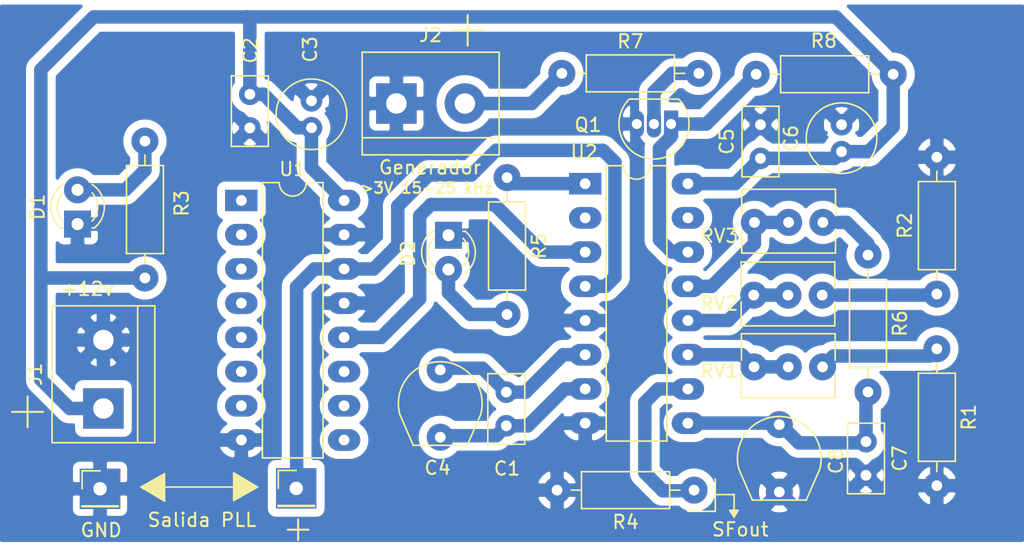
<source format=kicad_pcb>
(kicad_pcb (version 20171130) (host pcbnew "(5.1.0)-1")

  (general
    (thickness 1.6)
    (drawings 72)
    (tracks 151)
    (zones 0)
    (modules 28)
    (nets 21)
  )

  (page A4)
  (layers
    (0 F.Cu signal)
    (31 B.Cu signal)
    (32 B.Adhes user)
    (33 F.Adhes user)
    (34 B.Paste user)
    (35 F.Paste user)
    (36 B.SilkS user)
    (37 F.SilkS user)
    (38 B.Mask user)
    (39 F.Mask user)
    (40 Dwgs.User user)
    (41 Cmts.User user)
    (42 Eco1.User user)
    (43 Eco2.User user)
    (44 Edge.Cuts user)
    (45 Margin user)
    (46 B.CrtYd user)
    (47 F.CrtYd user)
    (48 B.Fab user)
    (49 F.Fab user)
  )

  (setup
    (last_trace_width 1)
    (trace_clearance 0.2)
    (zone_clearance 0.6)
    (zone_45_only no)
    (trace_min 0.2)
    (via_size 1.5)
    (via_drill 0.7)
    (via_min_size 0.4)
    (via_min_drill 0.3)
    (uvia_size 0.3)
    (uvia_drill 0.1)
    (uvias_allowed no)
    (uvia_min_size 0.2)
    (uvia_min_drill 0.1)
    (edge_width 0.05)
    (segment_width 0.2)
    (pcb_text_width 0.3)
    (pcb_text_size 1.5 1.5)
    (mod_edge_width 0.12)
    (mod_text_size 1 1)
    (mod_text_width 0.15)
    (pad_size 3 1.6)
    (pad_drill 0.8)
    (pad_to_mask_clearance 0.051)
    (solder_mask_min_width 0.25)
    (aux_axis_origin 0 0)
    (visible_elements 7FFFFFFF)
    (pcbplotparams
      (layerselection 0x010fc_ffffffff)
      (usegerberextensions false)
      (usegerberattributes false)
      (usegerberadvancedattributes false)
      (creategerberjobfile false)
      (excludeedgelayer true)
      (linewidth 0.100000)
      (plotframeref false)
      (viasonmask false)
      (mode 1)
      (useauxorigin false)
      (hpglpennumber 1)
      (hpglpenspeed 20)
      (hpglpendiameter 15.000000)
      (psnegative false)
      (psa4output false)
      (plotreference true)
      (plotvalue true)
      (plotinvisibletext false)
      (padsonsilk false)
      (subtractmaskfromsilk false)
      (outputformat 1)
      (mirror false)
      (drillshape 1)
      (scaleselection 1)
      (outputdirectory ""))
  )

  (net 0 "")
  (net 1 "Net-(C1-Pad2)")
  (net 2 "Net-(C1-Pad1)")
  (net 3 +12V)
  (net 4 GND)
  (net 5 "Net-(C7-Pad1)")
  (net 6 "Net-(D1-Pad2)")
  (net 7 "Net-(D2-Pad2)")
  (net 8 f_in)
  (net 9 "Net-(R1-Pad1)")
  (net 10 "Net-(R2-Pad1)")
  (net 11 "Net-(R4-Pad1)")
  (net 12 "Net-(R5-Pad1)")
  (net 13 "Net-(R6-Pad1)")
  (net 14 "Net-(RV1-Pad1)")
  (net 15 "Net-(RV2-Pad1)")
  (net 16 "Net-(RV3-Pad1)")
  (net 17 "Net-(TP2-Pad1)")
  (net 18 "Net-(U1-Pad12)")
  (net 19 generador)
  (net 20 "Net-(Q1-Pad2)")

  (net_class Default "Esta es la clase de red por defecto."
    (clearance 0.2)
    (trace_width 1)
    (via_dia 1.5)
    (via_drill 0.7)
    (uvia_dia 0.3)
    (uvia_drill 0.1)
    (add_net +12V)
    (add_net GND)
    (add_net "Net-(C1-Pad1)")
    (add_net "Net-(C1-Pad2)")
    (add_net "Net-(C7-Pad1)")
    (add_net "Net-(D1-Pad2)")
    (add_net "Net-(D2-Pad2)")
    (add_net "Net-(Q1-Pad2)")
    (add_net "Net-(R1-Pad1)")
    (add_net "Net-(R2-Pad1)")
    (add_net "Net-(R4-Pad1)")
    (add_net "Net-(R5-Pad1)")
    (add_net "Net-(R6-Pad1)")
    (add_net "Net-(RV1-Pad1)")
    (add_net "Net-(RV2-Pad1)")
    (add_net "Net-(RV3-Pad1)")
    (add_net "Net-(TP2-Pad1)")
    (add_net "Net-(U1-Pad12)")
    (add_net f_in)
    (add_net generador)
  )

  (module lib_fp:R_Axial_DIN0207_L6.3mm_D2.5mm_P10.16mm_Horizontal (layer F.Cu) (tedit 5D0677B7) (tstamp 5D06CD14)
    (at 138.4935 27.8765 180)
    (descr "Resistor, Axial_DIN0207 series, Axial, Horizontal, pin pitch=10.16mm, 0.25W = 1/4W, length*diameter=6.3*2.5mm^2, http://cdn-reichelt.de/documents/datenblatt/B400/1_4W%23YAG.pdf")
    (tags "Resistor Axial_DIN0207 series Axial Horizontal pin pitch 10.16mm 0.25W = 1/4W length 6.3mm diameter 2.5mm")
    (path /5D06F998)
    (fp_text reference R8 (at 5.1435 2.4765 180) (layer F.SilkS)
      (effects (font (size 1 1) (thickness 0.15)))
    )
    (fp_text value 10k (at 3.6195 -0.0635 180) (layer F.Fab)
      (effects (font (size 1 1) (thickness 0.15)))
    )
    (fp_text user %R (at 7.1755 0 180) (layer F.Fab)
      (effects (font (size 1 1) (thickness 0.15)))
    )
    (fp_line (start 11.21 -1.5) (end -1.05 -1.5) (layer F.CrtYd) (width 0.05))
    (fp_line (start 11.21 1.5) (end 11.21 -1.5) (layer F.CrtYd) (width 0.05))
    (fp_line (start -1.05 1.5) (end 11.21 1.5) (layer F.CrtYd) (width 0.05))
    (fp_line (start -1.05 -1.5) (end -1.05 1.5) (layer F.CrtYd) (width 0.05))
    (fp_line (start 9.12 0) (end 8.35 0) (layer F.SilkS) (width 0.12))
    (fp_line (start 1.04 0) (end 1.81 0) (layer F.SilkS) (width 0.12))
    (fp_line (start 8.35 -1.37) (end 1.81 -1.37) (layer F.SilkS) (width 0.12))
    (fp_line (start 8.35 1.37) (end 8.35 -1.37) (layer F.SilkS) (width 0.12))
    (fp_line (start 1.81 1.37) (end 8.35 1.37) (layer F.SilkS) (width 0.12))
    (fp_line (start 1.81 -1.37) (end 1.81 1.37) (layer F.SilkS) (width 0.12))
    (fp_line (start 10.16 0) (end 8.23 0) (layer F.Fab) (width 0.1))
    (fp_line (start 0 0) (end 1.93 0) (layer F.Fab) (width 0.1))
    (fp_line (start 8.23 -1.25) (end 1.93 -1.25) (layer F.Fab) (width 0.1))
    (fp_line (start 8.23 1.25) (end 8.23 -1.25) (layer F.Fab) (width 0.1))
    (fp_line (start 1.93 1.25) (end 8.23 1.25) (layer F.Fab) (width 0.1))
    (fp_line (start 1.93 -1.25) (end 1.93 1.25) (layer F.Fab) (width 0.1))
    (pad 2 thru_hole oval (at 10.16 0 180) (size 2 2) (drill 0.8) (layers *.Cu *.Mask)
      (net 8 f_in))
    (pad 1 thru_hole circle (at 0 0 180) (size 2 2) (drill 0.8) (layers *.Cu *.Mask)
      (net 3 +12V))
    (model ${KISYS3DMOD}/Resistor_THT.3dshapes/R_Axial_DIN0207_L6.3mm_D2.5mm_P10.16mm_Horizontal.wrl
      (at (xyz 0 0 0))
      (scale (xyz 1 1 1))
      (rotate (xyz 0 0 0))
    )
  )

  (module lib_fp:R_Axial_DIN0207_L6.3mm_D2.5mm_P10.16mm_Horizontal (layer F.Cu) (tedit 5D0677A6) (tstamp 5D06B94D)
    (at 113.919 27.813)
    (descr "Resistor, Axial_DIN0207 series, Axial, Horizontal, pin pitch=10.16mm, 0.25W = 1/4W, length*diameter=6.3*2.5mm^2, http://cdn-reichelt.de/documents/datenblatt/B400/1_4W%23YAG.pdf")
    (tags "Resistor Axial_DIN0207 series Axial Horizontal pin pitch 10.16mm 0.25W = 1/4W length 6.3mm diameter 2.5mm")
    (path /5D070556)
    (fp_text reference R7 (at 5.08 -2.37) (layer F.SilkS)
      (effects (font (size 1 1) (thickness 0.15)))
    )
    (fp_text value 100 (at 6.223 -0.127) (layer F.Fab)
      (effects (font (size 1 1) (thickness 0.15)))
    )
    (fp_text user %R (at 2.921 0) (layer F.Fab)
      (effects (font (size 1 1) (thickness 0.15)))
    )
    (fp_line (start 11.21 -1.5) (end -1.05 -1.5) (layer F.CrtYd) (width 0.05))
    (fp_line (start 11.21 1.5) (end 11.21 -1.5) (layer F.CrtYd) (width 0.05))
    (fp_line (start -1.05 1.5) (end 11.21 1.5) (layer F.CrtYd) (width 0.05))
    (fp_line (start -1.05 -1.5) (end -1.05 1.5) (layer F.CrtYd) (width 0.05))
    (fp_line (start 9.12 0) (end 8.35 0) (layer F.SilkS) (width 0.12))
    (fp_line (start 1.04 0) (end 1.81 0) (layer F.SilkS) (width 0.12))
    (fp_line (start 8.35 -1.37) (end 1.81 -1.37) (layer F.SilkS) (width 0.12))
    (fp_line (start 8.35 1.37) (end 8.35 -1.37) (layer F.SilkS) (width 0.12))
    (fp_line (start 1.81 1.37) (end 8.35 1.37) (layer F.SilkS) (width 0.12))
    (fp_line (start 1.81 -1.37) (end 1.81 1.37) (layer F.SilkS) (width 0.12))
    (fp_line (start 10.16 0) (end 8.23 0) (layer F.Fab) (width 0.1))
    (fp_line (start 0 0) (end 1.93 0) (layer F.Fab) (width 0.1))
    (fp_line (start 8.23 -1.25) (end 1.93 -1.25) (layer F.Fab) (width 0.1))
    (fp_line (start 8.23 1.25) (end 8.23 -1.25) (layer F.Fab) (width 0.1))
    (fp_line (start 1.93 1.25) (end 8.23 1.25) (layer F.Fab) (width 0.1))
    (fp_line (start 1.93 -1.25) (end 1.93 1.25) (layer F.Fab) (width 0.1))
    (pad 2 thru_hole oval (at 10.16 0) (size 2 2) (drill 0.8) (layers *.Cu *.Mask)
      (net 20 "Net-(Q1-Pad2)"))
    (pad 1 thru_hole circle (at 0 0) (size 2 2) (drill 0.8) (layers *.Cu *.Mask)
      (net 19 generador))
    (model ${KISYS3DMOD}/Resistor_THT.3dshapes/R_Axial_DIN0207_L6.3mm_D2.5mm_P10.16mm_Horizontal.wrl
      (at (xyz 0 0 0))
      (scale (xyz 1 1 1))
      (rotate (xyz 0 0 0))
    )
  )

  (module lib_fp:TO-92_Inline (layer F.Cu) (tedit 5D067799) (tstamp 5D06CBDE)
    (at 122.0216 31.5722 180)
    (descr "TO-92 leads in-line, narrow, oval pads, drill 0.75mm (see NXP sot054_po.pdf)")
    (tags "to-92 sc-43 sc-43a sot54 PA33 transistor")
    (path /5D069771)
    (fp_text reference Q1 (at 6.1595 -0.0635 180) (layer F.SilkS)
      (effects (font (size 1 1) (thickness 0.15)))
    )
    (fp_text value BC337 (at 1.27 -0.3175 180) (layer F.Fab)
      (effects (font (size 1 1) (thickness 0.15)))
    )
    (fp_text user %R (at 5.1435 -0.3175 180) (layer F.Fab)
      (effects (font (size 1 1) (thickness 0.15)))
    )
    (fp_line (start -0.53 1.85) (end 3.07 1.85) (layer F.SilkS) (width 0.12))
    (fp_line (start -0.5 1.75) (end 3 1.75) (layer F.Fab) (width 0.1))
    (fp_line (start -1.46 -2.73) (end 4 -2.73) (layer F.CrtYd) (width 0.05))
    (fp_line (start -1.46 -2.73) (end -1.46 2.01) (layer F.CrtYd) (width 0.05))
    (fp_line (start 4 2.01) (end 4 -2.73) (layer F.CrtYd) (width 0.05))
    (fp_line (start 4 2.01) (end -1.46 2.01) (layer F.CrtYd) (width 0.05))
    (fp_arc (start 1.27 0) (end 1.27 -2.48) (angle 135) (layer F.Fab) (width 0.1))
    (fp_arc (start 1.27 0) (end 1.27 -2.6) (angle -135) (layer F.SilkS) (width 0.12))
    (fp_arc (start 1.27 0) (end 1.27 -2.48) (angle -135) (layer F.Fab) (width 0.1))
    (fp_arc (start 1.27 0) (end 1.27 -2.6) (angle 135) (layer F.SilkS) (width 0.12))
    (pad 2 thru_hole oval (at 1.27 0 180) (size 1.05 2) (drill 0.75) (layers *.Cu *.Mask)
      (net 20 "Net-(Q1-Pad2)"))
    (pad 3 thru_hole oval (at 2.54 0 180) (size 1.05 2) (drill 0.75) (layers *.Cu *.Mask)
      (net 4 GND))
    (pad 1 thru_hole rect (at 0 0 180) (size 1.05 2) (drill 0.75) (layers *.Cu *.Mask)
      (net 8 f_in))
    (model ${KISYS3DMOD}/Package_TO_SOT_THT.3dshapes/TO-92_Inline.wrl
      (at (xyz 0 0 0))
      (scale (xyz 1 1 1))
      (rotate (xyz 0 0 0))
    )
  )

  (module lib_fp:C_Radial_D5.0mm_H11.0mm_P2.00mm (layer F.Cu) (tedit 5BC5C9B9) (tstamp 5D047434)
    (at 134.666 33.623 90)
    (descr "C, Radial series, Radial, pin pitch=2.00mm, diameter=5mm, height=11mm, Non-Polar Electrolytic Capacitor")
    (tags "C Radial series Radial pin pitch 2.00mm diameter 5mm height 11mm Non-Polar Electrolytic Capacitor")
    (path /5D053CEA)
    (fp_text reference C6 (at 1 -3.75 90) (layer F.SilkS)
      (effects (font (size 1 1) (thickness 0.15)))
    )
    (fp_text value 100u (at 1 3.75 90) (layer F.Fab)
      (effects (font (size 1 1) (thickness 0.15)))
    )
    (fp_circle (center 1 0) (end 3.5 0) (layer F.Fab) (width 0.1))
    (fp_circle (center 1 0) (end 3.62 0) (layer F.SilkS) (width 0.12))
    (fp_circle (center 1 0) (end 3.75 0) (layer F.CrtYd) (width 0.05))
    (fp_text user %R (at 1 0 90) (layer F.Fab)
      (effects (font (size 1 1) (thickness 0.15)))
    )
    (pad 1 thru_hole circle (at 0 0 90) (size 1.6 1.6) (drill 0.8) (layers *.Cu *.Mask)
      (net 3 +12V))
    (pad 2 thru_hole circle (at 2 0 90) (size 1.6 1.6) (drill 0.8) (layers *.Cu *.Mask)
      (net 4 GND))
    (model ${KISYS3DMOD}/Capacitor_THT.3dshapes/C_Radial_D5.0mm_H11.0mm_P2.00mm.wrl
      (at (xyz 0 0 0))
      (scale (xyz 1 1 1))
      (rotate (xyz 0 0 0))
    )
  )

  (module lib_fp:R_Axial_DIN0207_L6.3mm_D2.5mm_P10.16mm_Horizontal (layer F.Cu) (tedit 5AE5139B) (tstamp 5D0499A3)
    (at 136.625 41.3 270)
    (descr "Resistor, Axial_DIN0207 series, Axial, Horizontal, pin pitch=10.16mm, 0.25W = 1/4W, length*diameter=6.3*2.5mm^2, http://cdn-reichelt.de/documents/datenblatt/B400/1_4W%23YAG.pdf")
    (tags "Resistor Axial_DIN0207 series Axial Horizontal pin pitch 10.16mm 0.25W = 1/4W length 6.3mm diameter 2.5mm")
    (path /5D06D844)
    (fp_text reference R6 (at 5.08 -2.37 270) (layer F.SilkS)
      (effects (font (size 1 1) (thickness 0.15)))
    )
    (fp_text value 100 (at 3.658 -0.027 270) (layer F.Fab)
      (effects (font (size 1 1) (thickness 0.15)))
    )
    (fp_line (start 1.93 -1.25) (end 1.93 1.25) (layer F.Fab) (width 0.1))
    (fp_line (start 1.93 1.25) (end 8.23 1.25) (layer F.Fab) (width 0.1))
    (fp_line (start 8.23 1.25) (end 8.23 -1.25) (layer F.Fab) (width 0.1))
    (fp_line (start 8.23 -1.25) (end 1.93 -1.25) (layer F.Fab) (width 0.1))
    (fp_line (start 0 0) (end 1.93 0) (layer F.Fab) (width 0.1))
    (fp_line (start 10.16 0) (end 8.23 0) (layer F.Fab) (width 0.1))
    (fp_line (start 1.81 -1.37) (end 1.81 1.37) (layer F.SilkS) (width 0.12))
    (fp_line (start 1.81 1.37) (end 8.35 1.37) (layer F.SilkS) (width 0.12))
    (fp_line (start 8.35 1.37) (end 8.35 -1.37) (layer F.SilkS) (width 0.12))
    (fp_line (start 8.35 -1.37) (end 1.81 -1.37) (layer F.SilkS) (width 0.12))
    (fp_line (start 1.04 0) (end 1.81 0) (layer F.SilkS) (width 0.12))
    (fp_line (start 9.12 0) (end 8.35 0) (layer F.SilkS) (width 0.12))
    (fp_line (start -1.05 -1.5) (end -1.05 1.5) (layer F.CrtYd) (width 0.05))
    (fp_line (start -1.05 1.5) (end 11.21 1.5) (layer F.CrtYd) (width 0.05))
    (fp_line (start 11.21 1.5) (end 11.21 -1.5) (layer F.CrtYd) (width 0.05))
    (fp_line (start 11.21 -1.5) (end -1.05 -1.5) (layer F.CrtYd) (width 0.05))
    (fp_text user %R (at 6.96 -0.027 270) (layer F.Fab)
      (effects (font (size 1 1) (thickness 0.15)))
    )
    (pad 1 thru_hole circle (at 0 0 270) (size 2 2) (drill 0.8) (layers *.Cu *.Mask)
      (net 13 "Net-(R6-Pad1)"))
    (pad 2 thru_hole oval (at 10.16 0 270) (size 2 2) (drill 0.8) (layers *.Cu *.Mask)
      (net 5 "Net-(C7-Pad1)"))
    (model ${KISYS3DMOD}/Resistor_THT.3dshapes/R_Axial_DIN0207_L6.3mm_D2.5mm_P10.16mm_Horizontal.wrl
      (at (xyz 0 0 0))
      (scale (xyz 1 1 1))
      (rotate (xyz 0 0 0))
    )
  )

  (module lib_fp:C_Disc_D5.0mm_W2.5mm_P2.50mm (layer F.Cu) (tedit 5AE50EF0) (tstamp 5D06E5E2)
    (at 90.7796 29.3624 270)
    (descr "C, Disc series, Radial, pin pitch=2.50mm, , diameter*width=5*2.5mm^2, Capacitor, http://cdn-reichelt.de/documents/datenblatt/B300/DS_KERKO_TC.pdf")
    (tags "C Disc series Radial pin pitch 2.50mm  diameter 5mm width 2.5mm Capacitor")
    (path /5D04AB9C)
    (fp_text reference C2 (at -3.2512 -0.0508 270) (layer F.SilkS)
      (effects (font (size 1 1) (thickness 0.15)))
    )
    (fp_text value 100n (at 6.196 0.082 270) (layer F.Fab)
      (effects (font (size 1 1) (thickness 0.15)))
    )
    (fp_line (start -1.25 -1.25) (end -1.25 1.25) (layer F.Fab) (width 0.1))
    (fp_line (start -1.25 1.25) (end 3.75 1.25) (layer F.Fab) (width 0.1))
    (fp_line (start 3.75 1.25) (end 3.75 -1.25) (layer F.Fab) (width 0.1))
    (fp_line (start 3.75 -1.25) (end -1.25 -1.25) (layer F.Fab) (width 0.1))
    (fp_line (start -1.37 -1.37) (end 3.87 -1.37) (layer F.SilkS) (width 0.12))
    (fp_line (start -1.37 1.37) (end 3.87 1.37) (layer F.SilkS) (width 0.12))
    (fp_line (start -1.37 -1.37) (end -1.37 1.37) (layer F.SilkS) (width 0.12))
    (fp_line (start 3.87 -1.37) (end 3.87 1.37) (layer F.SilkS) (width 0.12))
    (fp_line (start -1.5 -1.5) (end -1.5 1.5) (layer F.CrtYd) (width 0.05))
    (fp_line (start -1.5 1.5) (end 4 1.5) (layer F.CrtYd) (width 0.05))
    (fp_line (start 4 1.5) (end 4 -1.5) (layer F.CrtYd) (width 0.05))
    (fp_line (start 4 -1.5) (end -1.5 -1.5) (layer F.CrtYd) (width 0.05))
    (fp_text user %R (at 1.25 0 270) (layer F.Fab)
      (effects (font (size 1 1) (thickness 0.15)))
    )
    (pad 1 thru_hole circle (at 0 0 270) (size 1.6 1.6) (drill 0.8) (layers *.Cu *.Mask)
      (net 3 +12V))
    (pad 2 thru_hole circle (at 2.5 0 270) (size 1.6 1.6) (drill 0.8) (layers *.Cu *.Mask)
      (net 4 GND))
    (model ${KISYS3DMOD}/Capacitor_THT.3dshapes/C_Disc_D5.0mm_W2.5mm_P2.50mm.wrl
      (at (xyz 0 0 0))
      (scale (xyz 1 1 1))
      (rotate (xyz 0 0 0))
    )
  )

  (module lib_fp:C_Radial_D5.0mm_H11.0mm_P2.00mm (layer F.Cu) (tedit 5BC5C9B9) (tstamp 5D047402)
    (at 95.35 31.85 90)
    (descr "C, Radial series, Radial, pin pitch=2.00mm, diameter=5mm, height=11mm, Non-Polar Electrolytic Capacitor")
    (tags "C Radial series Radial pin pitch 2.00mm diameter 5mm height 11mm Non-Polar Electrolytic Capacitor")
    (path /5D048F94)
    (fp_text reference C3 (at 5.815 -0.1 90) (layer F.SilkS)
      (effects (font (size 1 1) (thickness 0.15)))
    )
    (fp_text value 100u (at 6.196 -0.1 90) (layer F.Fab)
      (effects (font (size 1 1) (thickness 0.15)))
    )
    (fp_circle (center 1 0) (end 3.5 0) (layer F.Fab) (width 0.1))
    (fp_circle (center 1 0) (end 3.62 0) (layer F.SilkS) (width 0.12))
    (fp_circle (center 1 0) (end 3.75 0) (layer F.CrtYd) (width 0.05))
    (fp_text user %R (at 1 0 90) (layer F.Fab)
      (effects (font (size 1 1) (thickness 0.15)))
    )
    (pad 1 thru_hole circle (at 0 0 90) (size 1.6 1.6) (drill 0.8) (layers *.Cu *.Mask)
      (net 3 +12V))
    (pad 2 thru_hole circle (at 2 0 90) (size 1.6 1.6) (drill 0.8) (layers *.Cu *.Mask)
      (net 4 GND))
    (model ${KISYS3DMOD}/Capacitor_THT.3dshapes/C_Radial_D5.0mm_H11.0mm_P2.00mm.wrl
      (at (xyz 0 0 0))
      (scale (xyz 1 1 1))
      (rotate (xyz 0 0 0))
    )
  )

  (module lib_fp:C_Disc_D5.0mm_W2.5mm_P2.50mm (layer F.Cu) (tedit 5AE50EF0) (tstamp 5D04742A)
    (at 128.651 34.123 90)
    (descr "C, Disc series, Radial, pin pitch=2.50mm, , diameter*width=5*2.5mm^2, Capacitor, http://cdn-reichelt.de/documents/datenblatt/B300/DS_KERKO_TC.pdf")
    (tags "C Disc series Radial pin pitch 2.50mm  diameter 5mm width 2.5mm Capacitor")
    (path /5D053CF3)
    (fp_text reference C5 (at 1.25 -2.5 90) (layer F.SilkS)
      (effects (font (size 1 1) (thickness 0.15)))
    )
    (fp_text value 100n (at 1.25 2.5 90) (layer F.Fab)
      (effects (font (size 1 1) (thickness 0.15)))
    )
    (fp_text user %R (at 1.25 0 90) (layer F.Fab)
      (effects (font (size 1 1) (thickness 0.15)))
    )
    (fp_line (start 4 -1.5) (end -1.5 -1.5) (layer F.CrtYd) (width 0.05))
    (fp_line (start 4 1.5) (end 4 -1.5) (layer F.CrtYd) (width 0.05))
    (fp_line (start -1.5 1.5) (end 4 1.5) (layer F.CrtYd) (width 0.05))
    (fp_line (start -1.5 -1.5) (end -1.5 1.5) (layer F.CrtYd) (width 0.05))
    (fp_line (start 3.87 -1.37) (end 3.87 1.37) (layer F.SilkS) (width 0.12))
    (fp_line (start -1.37 -1.37) (end -1.37 1.37) (layer F.SilkS) (width 0.12))
    (fp_line (start -1.37 1.37) (end 3.87 1.37) (layer F.SilkS) (width 0.12))
    (fp_line (start -1.37 -1.37) (end 3.87 -1.37) (layer F.SilkS) (width 0.12))
    (fp_line (start 3.75 -1.25) (end -1.25 -1.25) (layer F.Fab) (width 0.1))
    (fp_line (start 3.75 1.25) (end 3.75 -1.25) (layer F.Fab) (width 0.1))
    (fp_line (start -1.25 1.25) (end 3.75 1.25) (layer F.Fab) (width 0.1))
    (fp_line (start -1.25 -1.25) (end -1.25 1.25) (layer F.Fab) (width 0.1))
    (pad 2 thru_hole circle (at 2.5 0 90) (size 1.6 1.6) (drill 0.8) (layers *.Cu *.Mask)
      (net 4 GND))
    (pad 1 thru_hole circle (at 0 0 90) (size 1.6 1.6) (drill 0.8) (layers *.Cu *.Mask)
      (net 3 +12V))
    (model ${KISYS3DMOD}/Capacitor_THT.3dshapes/C_Disc_D5.0mm_W2.5mm_P2.50mm.wrl
      (at (xyz 0 0 0))
      (scale (xyz 1 1 1))
      (rotate (xyz 0 0 0))
    )
  )

  (module lib_fp:C_Disc_D5.0mm_W2.5mm_P2.50mm (layer F.Cu) (tedit 5AE50EF0) (tstamp 5D047447)
    (at 136.475 55.15 270)
    (descr "C, Disc series, Radial, pin pitch=2.50mm, , diameter*width=5*2.5mm^2, Capacitor, http://cdn-reichelt.de/documents/datenblatt/B300/DS_KERKO_TC.pdf")
    (tags "C Disc series Radial pin pitch 2.50mm  diameter 5mm width 2.5mm Capacitor")
    (path /5D06E1B8)
    (fp_text reference C7 (at 1.25 -2.5 270) (layer F.SilkS)
      (effects (font (size 1 1) (thickness 0.15)))
    )
    (fp_text value 100n (at 0.222 0.077 270) (layer F.Fab)
      (effects (font (size 0.7 0.7) (thickness 0.15)))
    )
    (fp_text user %R (at 2.762 0 270) (layer F.Fab)
      (effects (font (size 0.7 0.7) (thickness 0.15)))
    )
    (fp_line (start 4 -1.5) (end -1.5 -1.5) (layer F.CrtYd) (width 0.05))
    (fp_line (start 4 1.5) (end 4 -1.5) (layer F.CrtYd) (width 0.05))
    (fp_line (start -1.5 1.5) (end 4 1.5) (layer F.CrtYd) (width 0.05))
    (fp_line (start -1.5 -1.5) (end -1.5 1.5) (layer F.CrtYd) (width 0.05))
    (fp_line (start 3.87 -1.37) (end 3.87 1.37) (layer F.SilkS) (width 0.12))
    (fp_line (start -1.37 -1.37) (end -1.37 1.37) (layer F.SilkS) (width 0.12))
    (fp_line (start -1.37 1.37) (end 3.87 1.37) (layer F.SilkS) (width 0.12))
    (fp_line (start -1.37 -1.37) (end 3.87 -1.37) (layer F.SilkS) (width 0.12))
    (fp_line (start 3.75 -1.25) (end -1.25 -1.25) (layer F.Fab) (width 0.1))
    (fp_line (start 3.75 1.25) (end 3.75 -1.25) (layer F.Fab) (width 0.1))
    (fp_line (start -1.25 1.25) (end 3.75 1.25) (layer F.Fab) (width 0.1))
    (fp_line (start -1.25 -1.25) (end -1.25 1.25) (layer F.Fab) (width 0.1))
    (pad 2 thru_hole circle (at 2.5 0 270) (size 1.6 1.6) (drill 0.8) (layers *.Cu *.Mask)
      (net 4 GND))
    (pad 1 thru_hole circle (at 0 0 270) (size 1.6 1.6) (drill 0.8) (layers *.Cu *.Mask)
      (net 5 "Net-(C7-Pad1)"))
    (model ${KISYS3DMOD}/Capacitor_THT.3dshapes/C_Disc_D5.0mm_W2.5mm_P2.50mm.wrl
      (at (xyz 0 0 0))
      (scale (xyz 1 1 1))
      (rotate (xyz 0 0 0))
    )
  )

  (module lib_fp:LED_D3.0mm_Clear (layer F.Cu) (tedit 5D0677EE) (tstamp 5D047470)
    (at 78 39 90)
    (descr "IR-LED, diameter 3.0mm, 2 pins, color: clear")
    (tags "IR infrared LED diameter 3.0mm 2 pins clear")
    (path /5D03FB9E)
    (fp_text reference D1 (at 1.27 -2.96 90) (layer F.SilkS)
      (effects (font (size 1 1) (thickness 0.15)))
    )
    (fp_text value LED (at 1.27 2.96 90) (layer F.Fab)
      (effects (font (size 1 1) (thickness 0.15)))
    )
    (fp_arc (start 1.27 0) (end 0.229039 1.08) (angle -87.9) (layer F.SilkS) (width 0.12))
    (fp_arc (start 1.27 0) (end 0.229039 -1.08) (angle 87.9) (layer F.SilkS) (width 0.12))
    (fp_arc (start 1.27 0) (end -0.29 1.235516) (angle -108.8) (layer F.SilkS) (width 0.12))
    (fp_arc (start 1.27 0) (end -0.29 -1.235516) (angle 108.8) (layer F.SilkS) (width 0.12))
    (fp_arc (start 1.27 0) (end -0.23 -1.16619) (angle 284.3) (layer F.Fab) (width 0.1))
    (fp_circle (center 1.27 0) (end 2.77 0) (layer F.Fab) (width 0.1))
    (fp_line (start 3.7 -2.25) (end -1.15 -2.25) (layer F.CrtYd) (width 0.05))
    (fp_line (start 3.7 2.25) (end 3.7 -2.25) (layer F.CrtYd) (width 0.05))
    (fp_line (start -1.15 2.25) (end 3.7 2.25) (layer F.CrtYd) (width 0.05))
    (fp_line (start -1.15 -2.25) (end -1.15 2.25) (layer F.CrtYd) (width 0.05))
    (fp_line (start -0.29 1.08) (end -0.29 1.236) (layer F.SilkS) (width 0.12))
    (fp_line (start -0.29 -1.236) (end -0.29 -1.08) (layer F.SilkS) (width 0.12))
    (fp_line (start -0.23 -1.16619) (end -0.23 1.16619) (layer F.Fab) (width 0.1))
    (fp_text user %R (at 1.47 0 90) (layer F.Fab)
      (effects (font (size 0.8 0.8) (thickness 0.12)))
    )
    (pad 2 thru_hole circle (at 2.54 0 90) (size 2 2) (drill 0.9) (layers *.Cu *.Mask)
      (net 6 "Net-(D1-Pad2)"))
    (pad 1 thru_hole rect (at 0 0 90) (size 2 2) (drill 0.9) (layers *.Cu *.Mask)
      (net 4 GND))
    (model ${KISYS3DMOD}/LED_THT.3dshapes/LED_D3.0mm_Clear.wrl
      (at (xyz 0 0 0))
      (scale (xyz 1 1 1))
      (rotate (xyz 0 0 0))
    )
  )

  (module lib_fp:LED_D3.0mm_Clear (layer F.Cu) (tedit 5A6C9BC0) (tstamp 5D047D19)
    (at 105.5116 39.8272 270)
    (descr "IR-LED, diameter 3.0mm, 2 pins, color: clear")
    (tags "IR infrared LED diameter 3.0mm 2 pins clear")
    (path /5D091A36)
    (fp_text reference D2 (at 1.3716 2.9972 270) (layer F.SilkS)
      (effects (font (size 1 1) (thickness 0.15)))
    )
    (fp_text value LED (at 1.27 2.96 270) (layer F.Fab)
      (effects (font (size 1 1) (thickness 0.15)))
    )
    (fp_text user %R (at 1.47 0 270) (layer F.Fab)
      (effects (font (size 0.8 0.8) (thickness 0.12)))
    )
    (fp_line (start -0.23 -1.16619) (end -0.23 1.16619) (layer F.Fab) (width 0.1))
    (fp_line (start -0.29 -1.236) (end -0.29 -1.08) (layer F.SilkS) (width 0.12))
    (fp_line (start -0.29 1.08) (end -0.29 1.236) (layer F.SilkS) (width 0.12))
    (fp_line (start -1.15 -2.25) (end -1.15 2.25) (layer F.CrtYd) (width 0.05))
    (fp_line (start -1.15 2.25) (end 3.7 2.25) (layer F.CrtYd) (width 0.05))
    (fp_line (start 3.7 2.25) (end 3.7 -2.25) (layer F.CrtYd) (width 0.05))
    (fp_line (start 3.7 -2.25) (end -1.15 -2.25) (layer F.CrtYd) (width 0.05))
    (fp_circle (center 1.27 0) (end 2.77 0) (layer F.Fab) (width 0.1))
    (fp_arc (start 1.27 0) (end -0.23 -1.16619) (angle 284.3) (layer F.Fab) (width 0.1))
    (fp_arc (start 1.27 0) (end -0.29 -1.235516) (angle 108.8) (layer F.SilkS) (width 0.12))
    (fp_arc (start 1.27 0) (end -0.29 1.235516) (angle -108.8) (layer F.SilkS) (width 0.12))
    (fp_arc (start 1.27 0) (end 0.229039 -1.08) (angle 87.9) (layer F.SilkS) (width 0.12))
    (fp_arc (start 1.27 0) (end 0.229039 1.08) (angle -87.9) (layer F.SilkS) (width 0.12))
    (pad 1 thru_hole rect (at 0 0 270) (size 2 2) (drill 0.9) (layers *.Cu *.Mask)
      (net 4 GND))
    (pad 2 thru_hole circle (at 2.54 0 270) (size 2 2) (drill 0.9) (layers *.Cu *.Mask)
      (net 7 "Net-(D2-Pad2)"))
    (model ${KISYS3DMOD}/LED_THT.3dshapes/LED_D3.0mm_Clear.wrl
      (at (xyz 0 0 0))
      (scale (xyz 1 1 1))
      (rotate (xyz 0 0 0))
    )
  )

  (module lib_fp:TerminalBlock_bornier-2_P5.08mm (layer F.Cu) (tedit 5CB49A72) (tstamp 5D047499)
    (at 79.92 52.69 90)
    (descr "simple 2-pin terminal block, pitch 5.08mm, revamped version of bornier2")
    (tags "terminal block bornier2")
    (path /5D063274)
    (fp_text reference J1 (at 2.54 -5.08 90) (layer F.SilkS)
      (effects (font (size 1 1) (thickness 0.15)))
    )
    (fp_text value Alimentacion (at 2.54 5.08 90) (layer F.Fab)
      (effects (font (size 1 1) (thickness 0.15)))
    )
    (fp_text user %R (at 2.54 0 90) (layer F.Fab)
      (effects (font (size 1 1) (thickness 0.15)))
    )
    (fp_line (start -2.41 2.55) (end 7.49 2.55) (layer F.Fab) (width 0.1))
    (fp_line (start -2.46 -3.75) (end -2.46 3.75) (layer F.Fab) (width 0.1))
    (fp_line (start -2.46 3.75) (end 7.54 3.75) (layer F.Fab) (width 0.1))
    (fp_line (start 7.54 3.75) (end 7.54 -3.75) (layer F.Fab) (width 0.1))
    (fp_line (start 7.54 -3.75) (end -2.46 -3.75) (layer F.Fab) (width 0.1))
    (fp_line (start 7.62 2.54) (end -2.54 2.54) (layer F.SilkS) (width 0.12))
    (fp_line (start 7.62 3.81) (end 7.62 -3.81) (layer F.SilkS) (width 0.12))
    (fp_line (start 7.62 -3.81) (end -2.54 -3.81) (layer F.SilkS) (width 0.12))
    (fp_line (start -2.54 -3.81) (end -2.54 3.81) (layer F.SilkS) (width 0.12))
    (fp_line (start -2.54 3.81) (end 7.62 3.81) (layer F.SilkS) (width 0.12))
    (fp_line (start -2.71 -4) (end 7.79 -4) (layer F.CrtYd) (width 0.05))
    (fp_line (start -2.71 -4) (end -2.71 4) (layer F.CrtYd) (width 0.05))
    (fp_line (start 7.79 4) (end 7.79 -4) (layer F.CrtYd) (width 0.05))
    (fp_line (start 7.79 4) (end -2.71 4) (layer F.CrtYd) (width 0.05))
    (pad 1 thru_hole rect (at 0 0 90) (size 3 3) (drill 1.52) (layers *.Cu *.Mask)
      (net 3 +12V))
    (pad 2 thru_hole circle (at 5.08 0 90) (size 3 3) (drill 1.52) (layers *.Cu *.Mask)
      (net 4 GND))
    (model "${KIPRJMOD}/3d_models/User Library-Terminal block 2 POS/User Library-Terminal block 2 POS.STEP"
      (offset (xyz 2.5 0.5 0))
      (scale (xyz 1 1 1))
      (rotate (xyz 0 0 180))
    )
  )

  (module lib_fp:TerminalBlock_bornier-2_P5.08mm (layer F.Cu) (tedit 5CB49A72) (tstamp 5D0474AE)
    (at 101.65 30.05)
    (descr "simple 2-pin terminal block, pitch 5.08mm, revamped version of bornier2")
    (tags "terminal block bornier2")
    (path /5D05FA70)
    (fp_text reference J2 (at 2.54 -5.08) (layer F.SilkS)
      (effects (font (size 1 1) (thickness 0.15)))
    )
    (fp_text value SeñalDeReferencia (at 2.49 4.748) (layer F.Fab)
      (effects (font (size 1 1) (thickness 0.15)))
    )
    (fp_line (start 7.79 4) (end -2.71 4) (layer F.CrtYd) (width 0.05))
    (fp_line (start 7.79 4) (end 7.79 -4) (layer F.CrtYd) (width 0.05))
    (fp_line (start -2.71 -4) (end -2.71 4) (layer F.CrtYd) (width 0.05))
    (fp_line (start -2.71 -4) (end 7.79 -4) (layer F.CrtYd) (width 0.05))
    (fp_line (start -2.54 3.81) (end 7.62 3.81) (layer F.SilkS) (width 0.12))
    (fp_line (start -2.54 -3.81) (end -2.54 3.81) (layer F.SilkS) (width 0.12))
    (fp_line (start 7.62 -3.81) (end -2.54 -3.81) (layer F.SilkS) (width 0.12))
    (fp_line (start 7.62 3.81) (end 7.62 -3.81) (layer F.SilkS) (width 0.12))
    (fp_line (start 7.62 2.54) (end -2.54 2.54) (layer F.SilkS) (width 0.12))
    (fp_line (start 7.54 -3.75) (end -2.46 -3.75) (layer F.Fab) (width 0.1))
    (fp_line (start 7.54 3.75) (end 7.54 -3.75) (layer F.Fab) (width 0.1))
    (fp_line (start -2.46 3.75) (end 7.54 3.75) (layer F.Fab) (width 0.1))
    (fp_line (start -2.46 -3.75) (end -2.46 3.75) (layer F.Fab) (width 0.1))
    (fp_line (start -2.41 2.55) (end 7.49 2.55) (layer F.Fab) (width 0.1))
    (fp_text user %R (at 2.54 0) (layer F.Fab)
      (effects (font (size 1 1) (thickness 0.15)))
    )
    (pad 2 thru_hole circle (at 5.08 0) (size 3 3) (drill 1.52) (layers *.Cu *.Mask)
      (net 19 generador))
    (pad 1 thru_hole rect (at 0 0) (size 3 3) (drill 1.52) (layers *.Cu *.Mask)
      (net 4 GND))
    (model "${KIPRJMOD}/3d_models/User Library-Terminal block 2 POS/User Library-Terminal block 2 POS.STEP"
      (offset (xyz 2.5 0.5 0))
      (scale (xyz 1 1 1))
      (rotate (xyz 0 0 180))
    )
  )

  (module lib_fp:R_Axial_DIN0207_L6.3mm_D2.5mm_P10.16mm_Horizontal (layer F.Cu) (tedit 5AE5139B) (tstamp 5D0474C5)
    (at 141.732 48.26 270)
    (descr "Resistor, Axial_DIN0207 series, Axial, Horizontal, pin pitch=10.16mm, 0.25W = 1/4W, length*diameter=6.3*2.5mm^2, http://cdn-reichelt.de/documents/datenblatt/B400/1_4W%23YAG.pdf")
    (tags "Resistor Axial_DIN0207 series Axial Horizontal pin pitch 10.16mm 0.25W = 1/4W length 6.3mm diameter 2.5mm")
    (path /5D03DC80)
    (fp_text reference R1 (at 5.08 -2.37 270) (layer F.SilkS)
      (effects (font (size 1 1) (thickness 0.15)))
    )
    (fp_text value 8.2k (at 3.81 0 270) (layer F.Fab)
      (effects (font (size 1 1) (thickness 0.15)))
    )
    (fp_line (start 1.93 -1.25) (end 1.93 1.25) (layer F.Fab) (width 0.1))
    (fp_line (start 1.93 1.25) (end 8.23 1.25) (layer F.Fab) (width 0.1))
    (fp_line (start 8.23 1.25) (end 8.23 -1.25) (layer F.Fab) (width 0.1))
    (fp_line (start 8.23 -1.25) (end 1.93 -1.25) (layer F.Fab) (width 0.1))
    (fp_line (start 0 0) (end 1.93 0) (layer F.Fab) (width 0.1))
    (fp_line (start 10.16 0) (end 8.23 0) (layer F.Fab) (width 0.1))
    (fp_line (start 1.81 -1.37) (end 1.81 1.37) (layer F.SilkS) (width 0.12))
    (fp_line (start 1.81 1.37) (end 8.35 1.37) (layer F.SilkS) (width 0.12))
    (fp_line (start 8.35 1.37) (end 8.35 -1.37) (layer F.SilkS) (width 0.12))
    (fp_line (start 8.35 -1.37) (end 1.81 -1.37) (layer F.SilkS) (width 0.12))
    (fp_line (start 1.04 0) (end 1.81 0) (layer F.SilkS) (width 0.12))
    (fp_line (start 9.12 0) (end 8.35 0) (layer F.SilkS) (width 0.12))
    (fp_line (start -1.05 -1.5) (end -1.05 1.5) (layer F.CrtYd) (width 0.05))
    (fp_line (start -1.05 1.5) (end 11.21 1.5) (layer F.CrtYd) (width 0.05))
    (fp_line (start 11.21 1.5) (end 11.21 -1.5) (layer F.CrtYd) (width 0.05))
    (fp_line (start 11.21 -1.5) (end -1.05 -1.5) (layer F.CrtYd) (width 0.05))
    (fp_text user %R (at 6.858 0 270) (layer F.Fab)
      (effects (font (size 1 1) (thickness 0.15)))
    )
    (pad 1 thru_hole circle (at 0 0 270) (size 2 2) (drill 0.8) (layers *.Cu *.Mask)
      (net 9 "Net-(R1-Pad1)"))
    (pad 2 thru_hole oval (at 10.16 0 270) (size 2 2) (drill 0.8) (layers *.Cu *.Mask)
      (net 4 GND))
    (model ${KISYS3DMOD}/Resistor_THT.3dshapes/R_Axial_DIN0207_L6.3mm_D2.5mm_P10.16mm_Horizontal.wrl
      (at (xyz 0 0 0))
      (scale (xyz 1 1 1))
      (rotate (xyz 0 0 0))
    )
  )

  (module lib_fp:R_Axial_DIN0207_L6.3mm_D2.5mm_P10.16mm_Horizontal (layer F.Cu) (tedit 5AE5139B) (tstamp 5D04B488)
    (at 141.732 44.196 90)
    (descr "Resistor, Axial_DIN0207 series, Axial, Horizontal, pin pitch=10.16mm, 0.25W = 1/4W, length*diameter=6.3*2.5mm^2, http://cdn-reichelt.de/documents/datenblatt/B400/1_4W%23YAG.pdf")
    (tags "Resistor Axial_DIN0207 series Axial Horizontal pin pitch 10.16mm 0.25W = 1/4W length 6.3mm diameter 2.5mm")
    (path /5D0E711A)
    (fp_text reference R2 (at 5.08 -2.37 90) (layer F.SilkS)
      (effects (font (size 1 1) (thickness 0.15)))
    )
    (fp_text value 10k (at 6.604 0 90) (layer F.Fab)
      (effects (font (size 1 1) (thickness 0.15)))
    )
    (fp_text user %R (at 3.556 0 90) (layer F.Fab)
      (effects (font (size 1 1) (thickness 0.15)))
    )
    (fp_line (start 11.21 -1.5) (end -1.05 -1.5) (layer F.CrtYd) (width 0.05))
    (fp_line (start 11.21 1.5) (end 11.21 -1.5) (layer F.CrtYd) (width 0.05))
    (fp_line (start -1.05 1.5) (end 11.21 1.5) (layer F.CrtYd) (width 0.05))
    (fp_line (start -1.05 -1.5) (end -1.05 1.5) (layer F.CrtYd) (width 0.05))
    (fp_line (start 9.12 0) (end 8.35 0) (layer F.SilkS) (width 0.12))
    (fp_line (start 1.04 0) (end 1.81 0) (layer F.SilkS) (width 0.12))
    (fp_line (start 8.35 -1.37) (end 1.81 -1.37) (layer F.SilkS) (width 0.12))
    (fp_line (start 8.35 1.37) (end 8.35 -1.37) (layer F.SilkS) (width 0.12))
    (fp_line (start 1.81 1.37) (end 8.35 1.37) (layer F.SilkS) (width 0.12))
    (fp_line (start 1.81 -1.37) (end 1.81 1.37) (layer F.SilkS) (width 0.12))
    (fp_line (start 10.16 0) (end 8.23 0) (layer F.Fab) (width 0.1))
    (fp_line (start 0 0) (end 1.93 0) (layer F.Fab) (width 0.1))
    (fp_line (start 8.23 -1.25) (end 1.93 -1.25) (layer F.Fab) (width 0.1))
    (fp_line (start 8.23 1.25) (end 8.23 -1.25) (layer F.Fab) (width 0.1))
    (fp_line (start 1.93 1.25) (end 8.23 1.25) (layer F.Fab) (width 0.1))
    (fp_line (start 1.93 -1.25) (end 1.93 1.25) (layer F.Fab) (width 0.1))
    (pad 2 thru_hole oval (at 10.16 0 90) (size 2 2) (drill 0.8) (layers *.Cu *.Mask)
      (net 4 GND))
    (pad 1 thru_hole circle (at 0 0 90) (size 2 2) (drill 0.8) (layers *.Cu *.Mask)
      (net 10 "Net-(R2-Pad1)"))
    (model ${KISYS3DMOD}/Resistor_THT.3dshapes/R_Axial_DIN0207_L6.3mm_D2.5mm_P10.16mm_Horizontal.wrl
      (at (xyz 0 0 0))
      (scale (xyz 1 1 1))
      (rotate (xyz 0 0 0))
    )
  )

  (module lib_fp:R_Axial_DIN0207_L6.3mm_D2.5mm_P10.16mm_Horizontal (layer F.Cu) (tedit 5AE5139B) (tstamp 5D0474F3)
    (at 83 43 90)
    (descr "Resistor, Axial_DIN0207 series, Axial, Horizontal, pin pitch=10.16mm, 0.25W = 1/4W, length*diameter=6.3*2.5mm^2, http://cdn-reichelt.de/documents/datenblatt/B400/1_4W%23YAG.pdf")
    (tags "Resistor Axial_DIN0207 series Axial Horizontal pin pitch 10.16mm 0.25W = 1/4W length 6.3mm diameter 2.5mm")
    (path /5D05685E)
    (fp_text reference R3 (at 5.535 2.725 90) (layer F.SilkS)
      (effects (font (size 1 1) (thickness 0.15)))
    )
    (fp_text value 1k (at 5.08 2.37 90) (layer F.Fab)
      (effects (font (size 1 1) (thickness 0.15)))
    )
    (fp_text user %R (at 5.08 0 90) (layer F.Fab)
      (effects (font (size 1 1) (thickness 0.15)))
    )
    (fp_line (start 11.21 -1.5) (end -1.05 -1.5) (layer F.CrtYd) (width 0.05))
    (fp_line (start 11.21 1.5) (end 11.21 -1.5) (layer F.CrtYd) (width 0.05))
    (fp_line (start -1.05 1.5) (end 11.21 1.5) (layer F.CrtYd) (width 0.05))
    (fp_line (start -1.05 -1.5) (end -1.05 1.5) (layer F.CrtYd) (width 0.05))
    (fp_line (start 9.12 0) (end 8.35 0) (layer F.SilkS) (width 0.12))
    (fp_line (start 1.04 0) (end 1.81 0) (layer F.SilkS) (width 0.12))
    (fp_line (start 8.35 -1.37) (end 1.81 -1.37) (layer F.SilkS) (width 0.12))
    (fp_line (start 8.35 1.37) (end 8.35 -1.37) (layer F.SilkS) (width 0.12))
    (fp_line (start 1.81 1.37) (end 8.35 1.37) (layer F.SilkS) (width 0.12))
    (fp_line (start 1.81 -1.37) (end 1.81 1.37) (layer F.SilkS) (width 0.12))
    (fp_line (start 10.16 0) (end 8.23 0) (layer F.Fab) (width 0.1))
    (fp_line (start 0 0) (end 1.93 0) (layer F.Fab) (width 0.1))
    (fp_line (start 8.23 -1.25) (end 1.93 -1.25) (layer F.Fab) (width 0.1))
    (fp_line (start 8.23 1.25) (end 8.23 -1.25) (layer F.Fab) (width 0.1))
    (fp_line (start 1.93 1.25) (end 8.23 1.25) (layer F.Fab) (width 0.1))
    (fp_line (start 1.93 -1.25) (end 1.93 1.25) (layer F.Fab) (width 0.1))
    (pad 2 thru_hole oval (at 10.16 0 90) (size 2 2) (drill 0.8) (layers *.Cu *.Mask)
      (net 6 "Net-(D1-Pad2)"))
    (pad 1 thru_hole circle (at 0 0 90) (size 2 2) (drill 0.8) (layers *.Cu *.Mask)
      (net 3 +12V))
    (model ${KISYS3DMOD}/Resistor_THT.3dshapes/R_Axial_DIN0207_L6.3mm_D2.5mm_P10.16mm_Horizontal.wrl
      (at (xyz 0 0 0))
      (scale (xyz 1 1 1))
      (rotate (xyz 0 0 0))
    )
  )

  (module lib_fp:R_Axial_DIN0207_L6.3mm_D2.5mm_P10.16mm_Horizontal (layer F.Cu) (tedit 5AE5139B) (tstamp 5D04750A)
    (at 123.725 58.75 180)
    (descr "Resistor, Axial_DIN0207 series, Axial, Horizontal, pin pitch=10.16mm, 0.25W = 1/4W, length*diameter=6.3*2.5mm^2, http://cdn-reichelt.de/documents/datenblatt/B400/1_4W%23YAG.pdf")
    (tags "Resistor Axial_DIN0207 series Axial Horizontal pin pitch 10.16mm 0.25W = 1/4W length 6.3mm diameter 2.5mm")
    (path /5D076D70)
    (fp_text reference R4 (at 5.08 -2.37 180) (layer F.SilkS)
      (effects (font (size 1 1) (thickness 0.15)))
    )
    (fp_text value 10k (at 3.583 0.076 180) (layer F.Fab)
      (effects (font (size 1 1) (thickness 0.15)))
    )
    (fp_text user %R (at 6.885 0 180) (layer F.Fab)
      (effects (font (size 1 1) (thickness 0.15)))
    )
    (fp_line (start 11.21 -1.5) (end -1.05 -1.5) (layer F.CrtYd) (width 0.05))
    (fp_line (start 11.21 1.5) (end 11.21 -1.5) (layer F.CrtYd) (width 0.05))
    (fp_line (start -1.05 1.5) (end 11.21 1.5) (layer F.CrtYd) (width 0.05))
    (fp_line (start -1.05 -1.5) (end -1.05 1.5) (layer F.CrtYd) (width 0.05))
    (fp_line (start 9.12 0) (end 8.35 0) (layer F.SilkS) (width 0.12))
    (fp_line (start 1.04 0) (end 1.81 0) (layer F.SilkS) (width 0.12))
    (fp_line (start 8.35 -1.37) (end 1.81 -1.37) (layer F.SilkS) (width 0.12))
    (fp_line (start 8.35 1.37) (end 8.35 -1.37) (layer F.SilkS) (width 0.12))
    (fp_line (start 1.81 1.37) (end 8.35 1.37) (layer F.SilkS) (width 0.12))
    (fp_line (start 1.81 -1.37) (end 1.81 1.37) (layer F.SilkS) (width 0.12))
    (fp_line (start 10.16 0) (end 8.23 0) (layer F.Fab) (width 0.1))
    (fp_line (start 0 0) (end 1.93 0) (layer F.Fab) (width 0.1))
    (fp_line (start 8.23 -1.25) (end 1.93 -1.25) (layer F.Fab) (width 0.1))
    (fp_line (start 8.23 1.25) (end 8.23 -1.25) (layer F.Fab) (width 0.1))
    (fp_line (start 1.93 1.25) (end 8.23 1.25) (layer F.Fab) (width 0.1))
    (fp_line (start 1.93 -1.25) (end 1.93 1.25) (layer F.Fab) (width 0.1))
    (pad 2 thru_hole oval (at 10.16 0 180) (size 2 2) (drill 0.8) (layers *.Cu *.Mask)
      (net 4 GND))
    (pad 1 thru_hole circle (at 0 0 180) (size 2 2) (drill 0.8) (layers *.Cu *.Mask)
      (net 11 "Net-(R4-Pad1)"))
    (model ${KISYS3DMOD}/Resistor_THT.3dshapes/R_Axial_DIN0207_L6.3mm_D2.5mm_P10.16mm_Horizontal.wrl
      (at (xyz 0 0 0))
      (scale (xyz 1 1 1))
      (rotate (xyz 0 0 0))
    )
  )

  (module lib_fp:R_Axial_DIN0207_L6.3mm_D2.5mm_P10.16mm_Horizontal (layer F.Cu) (tedit 5AE5139B) (tstamp 5D047521)
    (at 109.855 35.55 270)
    (descr "Resistor, Axial_DIN0207 series, Axial, Horizontal, pin pitch=10.16mm, 0.25W = 1/4W, length*diameter=6.3*2.5mm^2, http://cdn-reichelt.de/documents/datenblatt/B400/1_4W%23YAG.pdf")
    (tags "Resistor Axial_DIN0207 series Axial Horizontal pin pitch 10.16mm 0.25W = 1/4W length 6.3mm diameter 2.5mm")
    (path /5D091A42)
    (fp_text reference R5 (at 5.08 -2.37 270) (layer F.SilkS)
      (effects (font (size 1 1) (thickness 0.15)))
    )
    (fp_text value 1k (at 3.058 0.127 270) (layer F.Fab)
      (effects (font (size 1 1) (thickness 0.15)))
    )
    (fp_line (start 1.93 -1.25) (end 1.93 1.25) (layer F.Fab) (width 0.1))
    (fp_line (start 1.93 1.25) (end 8.23 1.25) (layer F.Fab) (width 0.1))
    (fp_line (start 8.23 1.25) (end 8.23 -1.25) (layer F.Fab) (width 0.1))
    (fp_line (start 8.23 -1.25) (end 1.93 -1.25) (layer F.Fab) (width 0.1))
    (fp_line (start 0 0) (end 1.93 0) (layer F.Fab) (width 0.1))
    (fp_line (start 10.16 0) (end 8.23 0) (layer F.Fab) (width 0.1))
    (fp_line (start 1.81 -1.37) (end 1.81 1.37) (layer F.SilkS) (width 0.12))
    (fp_line (start 1.81 1.37) (end 8.35 1.37) (layer F.SilkS) (width 0.12))
    (fp_line (start 8.35 1.37) (end 8.35 -1.37) (layer F.SilkS) (width 0.12))
    (fp_line (start 8.35 -1.37) (end 1.81 -1.37) (layer F.SilkS) (width 0.12))
    (fp_line (start 1.04 0) (end 1.81 0) (layer F.SilkS) (width 0.12))
    (fp_line (start 9.12 0) (end 8.35 0) (layer F.SilkS) (width 0.12))
    (fp_line (start -1.05 -1.5) (end -1.05 1.5) (layer F.CrtYd) (width 0.05))
    (fp_line (start -1.05 1.5) (end 11.21 1.5) (layer F.CrtYd) (width 0.05))
    (fp_line (start 11.21 1.5) (end 11.21 -1.5) (layer F.CrtYd) (width 0.05))
    (fp_line (start 11.21 -1.5) (end -1.05 -1.5) (layer F.CrtYd) (width 0.05))
    (fp_text user %R (at 6.868 -0.127 270) (layer F.Fab)
      (effects (font (size 1 1) (thickness 0.15)))
    )
    (pad 1 thru_hole circle (at 0 0 270) (size 2 2) (drill 0.8) (layers *.Cu *.Mask)
      (net 12 "Net-(R5-Pad1)"))
    (pad 2 thru_hole oval (at 10.16 0 270) (size 2 2) (drill 0.8) (layers *.Cu *.Mask)
      (net 7 "Net-(D2-Pad2)"))
    (model ${KISYS3DMOD}/Resistor_THT.3dshapes/R_Axial_DIN0207_L6.3mm_D2.5mm_P10.16mm_Horizontal.wrl
      (at (xyz 0 0 0))
      (scale (xyz 1 1 1))
      (rotate (xyz 0 0 0))
    )
  )

  (module lib_fp:Potentiometer_Bourns_3266Y_Vertical (layer F.Cu) (tedit 5A3D4994) (tstamp 5D047551)
    (at 128.175 49.6 180)
    (descr "Potentiometer, vertical, Bourns 3266Y, https://www.bourns.com/docs/Product-Datasheets/3266.pdf")
    (tags "Potentiometer vertical Bourns 3266Y")
    (path /5D0CD8E8)
    (fp_text reference RV1 (at 2.572 -0.311 180) (layer F.SilkS)
      (effects (font (size 1 1) (thickness 0.15)))
    )
    (fp_text value 50k (at -4.159 -1.2 180) (layer F.Fab)
      (effects (font (size 1 1) (thickness 0.15)))
    )
    (fp_circle (center -0.405 1.07) (end 0.485 1.07) (layer F.Fab) (width 0.1))
    (fp_line (start -5.895 -2.16) (end -5.895 2.34) (layer F.Fab) (width 0.1))
    (fp_line (start -5.895 2.34) (end 0.815 2.34) (layer F.Fab) (width 0.1))
    (fp_line (start 0.815 2.34) (end 0.815 -2.16) (layer F.Fab) (width 0.1))
    (fp_line (start 0.815 -2.16) (end -5.895 -2.16) (layer F.Fab) (width 0.1))
    (fp_line (start -0.405 1.952) (end -0.404 0.189) (layer F.Fab) (width 0.1))
    (fp_line (start -0.405 1.952) (end -0.404 0.189) (layer F.Fab) (width 0.1))
    (fp_line (start -6.015 -2.28) (end 0.935 -2.28) (layer F.SilkS) (width 0.12))
    (fp_line (start -6.015 2.46) (end 0.935 2.46) (layer F.SilkS) (width 0.12))
    (fp_line (start -6.015 -2.28) (end -6.015 -0.494) (layer F.SilkS) (width 0.12))
    (fp_line (start -6.015 0.496) (end -6.015 2.46) (layer F.SilkS) (width 0.12))
    (fp_line (start 0.935 -2.28) (end 0.935 -0.494) (layer F.SilkS) (width 0.12))
    (fp_line (start 0.935 0.496) (end 0.935 2.46) (layer F.SilkS) (width 0.12))
    (fp_line (start -6.15 -2.45) (end -6.15 2.6) (layer F.CrtYd) (width 0.05))
    (fp_line (start -6.15 2.6) (end 1.1 2.6) (layer F.CrtYd) (width 0.05))
    (fp_line (start 1.1 2.6) (end 1.1 -2.45) (layer F.CrtYd) (width 0.05))
    (fp_line (start 1.1 -2.45) (end -6.15 -2.45) (layer F.CrtYd) (width 0.05))
    (fp_text user %R (at -0.857 -1.2 180) (layer F.Fab)
      (effects (font (size 0.92 0.92) (thickness 0.15)))
    )
    (pad 1 thru_hole circle (at 0 0 180) (size 2 2) (drill 0.8) (layers *.Cu *.Mask)
      (net 14 "Net-(RV1-Pad1)"))
    (pad 2 thru_hole circle (at -2.54 0 180) (size 2 2) (drill 0.8) (layers *.Cu *.Mask)
      (net 14 "Net-(RV1-Pad1)"))
    (pad 3 thru_hole circle (at -5.08 0 180) (size 2 2) (drill 0.8) (layers *.Cu *.Mask)
      (net 9 "Net-(R1-Pad1)"))
    (model ${KISYS3DMOD}/Potentiometer_THT.3dshapes/Potentiometer_Bourns_3266Y_Vertical.wrl
      (at (xyz 0 0 0))
      (scale (xyz 1 1 1))
      (rotate (xyz 0 0 0))
    )
  )

  (module lib_fp:Potentiometer_Bourns_3266Y_Vertical (layer F.Cu) (tedit 5A3D4994) (tstamp 5D067F36)
    (at 128.15 44.275 180)
    (descr "Potentiometer, vertical, Bourns 3266Y, https://www.bourns.com/docs/Product-Datasheets/3266.pdf")
    (tags "Potentiometer vertical Bourns 3266Y")
    (path /5D0DB87B)
    (fp_text reference RV2 (at 2.547 -0.6322 180) (layer F.SilkS)
      (effects (font (size 1 1) (thickness 0.15)))
    )
    (fp_text value 50k (at -4.184 -1.191 180) (layer F.Fab)
      (effects (font (size 1 1) (thickness 0.15)))
    )
    (fp_text user %R (at -0.882 -1.191 180) (layer F.Fab)
      (effects (font (size 0.92 0.92) (thickness 0.15)))
    )
    (fp_line (start 1.1 -2.45) (end -6.15 -2.45) (layer F.CrtYd) (width 0.05))
    (fp_line (start 1.1 2.6) (end 1.1 -2.45) (layer F.CrtYd) (width 0.05))
    (fp_line (start -6.15 2.6) (end 1.1 2.6) (layer F.CrtYd) (width 0.05))
    (fp_line (start -6.15 -2.45) (end -6.15 2.6) (layer F.CrtYd) (width 0.05))
    (fp_line (start 0.935 0.496) (end 0.935 2.46) (layer F.SilkS) (width 0.12))
    (fp_line (start 0.935 -2.28) (end 0.935 -0.494) (layer F.SilkS) (width 0.12))
    (fp_line (start -6.015 0.496) (end -6.015 2.46) (layer F.SilkS) (width 0.12))
    (fp_line (start -6.015 -2.28) (end -6.015 -0.494) (layer F.SilkS) (width 0.12))
    (fp_line (start -6.015 2.46) (end 0.935 2.46) (layer F.SilkS) (width 0.12))
    (fp_line (start -6.015 -2.28) (end 0.935 -2.28) (layer F.SilkS) (width 0.12))
    (fp_line (start -0.405 1.952) (end -0.404 0.189) (layer F.Fab) (width 0.1))
    (fp_line (start -0.405 1.952) (end -0.404 0.189) (layer F.Fab) (width 0.1))
    (fp_line (start 0.815 -2.16) (end -5.895 -2.16) (layer F.Fab) (width 0.1))
    (fp_line (start 0.815 2.34) (end 0.815 -2.16) (layer F.Fab) (width 0.1))
    (fp_line (start -5.895 2.34) (end 0.815 2.34) (layer F.Fab) (width 0.1))
    (fp_line (start -5.895 -2.16) (end -5.895 2.34) (layer F.Fab) (width 0.1))
    (fp_circle (center -0.405 1.07) (end 0.485 1.07) (layer F.Fab) (width 0.1))
    (pad 3 thru_hole circle (at -5.08 0 180) (size 2 2) (drill 0.8) (layers *.Cu *.Mask)
      (net 10 "Net-(R2-Pad1)"))
    (pad 2 thru_hole circle (at -2.54 0 180) (size 2 2) (drill 0.8) (layers *.Cu *.Mask)
      (net 15 "Net-(RV2-Pad1)"))
    (pad 1 thru_hole circle (at 0 0 180) (size 2 2) (drill 0.8) (layers *.Cu *.Mask)
      (net 15 "Net-(RV2-Pad1)"))
    (model ${KISYS3DMOD}/Potentiometer_THT.3dshapes/Potentiometer_Bourns_3266Y_Vertical.wrl
      (at (xyz 0 0 0))
      (scale (xyz 1 1 1))
      (rotate (xyz 0 0 0))
    )
  )

  (module lib_fp:Potentiometer_Bourns_3266Y_Vertical (layer F.Cu) (tedit 5D0677D0) (tstamp 5D067CC7)
    (at 128.2 38.875 180)
    (descr "Potentiometer, vertical, Bourns 3266Y, https://www.bourns.com/docs/Product-Datasheets/3266.pdf")
    (tags "Potentiometer vertical Bourns 3266Y")
    (path /5D0E9A55)
    (fp_text reference RV3 (at 2.597 -1.003 180) (layer F.SilkS)
      (effects (font (size 1 1) (thickness 0.15)))
    )
    (fp_text value 1k (at -4.134 -0.749 180) (layer F.Fab)
      (effects (font (size 1 1) (thickness 0.15)))
    )
    (fp_circle (center -0.405 1.07) (end 0.485 1.07) (layer F.Fab) (width 0.1))
    (fp_line (start -5.895 -2.16) (end -5.895 2.34) (layer F.Fab) (width 0.1))
    (fp_line (start -5.895 2.34) (end 0.815 2.34) (layer F.Fab) (width 0.1))
    (fp_line (start 0.815 2.34) (end 0.815 -2.16) (layer F.Fab) (width 0.1))
    (fp_line (start 0.815 -2.16) (end -5.895 -2.16) (layer F.Fab) (width 0.1))
    (fp_line (start -0.405 1.952) (end -0.404 0.189) (layer F.Fab) (width 0.1))
    (fp_line (start -0.405 1.952) (end -0.404 0.189) (layer F.Fab) (width 0.1))
    (fp_line (start -6.015 -2.28) (end 0.935 -2.28) (layer F.SilkS) (width 0.12))
    (fp_line (start -6.015 2.46) (end 0.935 2.46) (layer F.SilkS) (width 0.12))
    (fp_line (start -6.015 -2.28) (end -6.015 -0.494) (layer F.SilkS) (width 0.12))
    (fp_line (start -6.015 0.496) (end -6.015 2.46) (layer F.SilkS) (width 0.12))
    (fp_line (start 0.935 -2.28) (end 0.935 -0.494) (layer F.SilkS) (width 0.12))
    (fp_line (start 0.935 0.496) (end 0.935 2.46) (layer F.SilkS) (width 0.12))
    (fp_line (start -6.15 -2.45) (end -6.15 2.6) (layer F.CrtYd) (width 0.05))
    (fp_line (start -6.15 2.6) (end 1.1 2.6) (layer F.CrtYd) (width 0.05))
    (fp_line (start 1.1 2.6) (end 1.1 -2.45) (layer F.CrtYd) (width 0.05))
    (fp_line (start 1.1 -2.45) (end -6.15 -2.45) (layer F.CrtYd) (width 0.05))
    (fp_text user %R (at -0.832 -0.749 180) (layer F.Fab)
      (effects (font (size 0.92 0.92) (thickness 0.15)))
    )
    (pad 1 thru_hole circle (at 0 0 180) (size 2 2) (drill 0.8) (layers *.Cu *.Mask)
      (net 16 "Net-(RV3-Pad1)"))
    (pad 2 thru_hole circle (at -2.54 0 180) (size 2 2) (drill 0.8) (layers *.Cu *.Mask)
      (net 16 "Net-(RV3-Pad1)"))
    (pad 3 thru_hole circle (at -5.08 0 180) (size 2 2) (drill 0.8) (layers *.Cu *.Mask)
      (net 13 "Net-(R6-Pad1)"))
    (model ${KISYS3DMOD}/Potentiometer_THT.3dshapes/Potentiometer_Bourns_3266Y_Vertical.wrl
      (at (xyz 0 0 0))
      (scale (xyz 1 1 1))
      (rotate (xyz 0 0 0))
    )
  )

  (module lib_fp:Testpoint (layer F.Cu) (tedit 5D067814) (tstamp 5D0475AF)
    (at 79.67 58.65)
    (descr "Through hole straight pin header, 1x01, 2.54mm pitch, single row")
    (tags "Through hole pin header THT 1x01 2.54mm single row")
    (path /5D0A9B68)
    (fp_text reference TP1 (at -0.295 2.945) (layer F.SilkS) hide
      (effects (font (size 1 1) (thickness 0.15)))
    )
    (fp_text value GND (at 0 2.33) (layer F.Fab)
      (effects (font (size 1 1) (thickness 0.15)))
    )
    (fp_text user %R (at 0 0 90) (layer F.Fab)
      (effects (font (size 1 1) (thickness 0.15)))
    )
    (fp_line (start 1.8 -1.8) (end -1.8 -1.8) (layer F.CrtYd) (width 0.05))
    (fp_line (start 1.8 1.8) (end 1.8 -1.8) (layer F.CrtYd) (width 0.05))
    (fp_line (start -1.8 1.8) (end 1.8 1.8) (layer F.CrtYd) (width 0.05))
    (fp_line (start -1.8 -1.8) (end -1.8 1.8) (layer F.CrtYd) (width 0.05))
    (fp_line (start -1.33 -1.33) (end 0 -1.33) (layer F.SilkS) (width 0.12))
    (fp_line (start -1.33 0) (end -1.33 -1.33) (layer F.SilkS) (width 0.12))
    (fp_line (start -1.33 1.27) (end 1.33 1.27) (layer F.SilkS) (width 0.12))
    (fp_line (start 1.33 1.27) (end 1.33 1.33) (layer F.SilkS) (width 0.12))
    (fp_line (start -1.33 1.27) (end -1.33 1.33) (layer F.SilkS) (width 0.12))
    (fp_line (start -1.33 1.33) (end 1.33 1.33) (layer F.SilkS) (width 0.12))
    (fp_line (start -1.27 -0.635) (end -0.635 -1.27) (layer F.Fab) (width 0.1))
    (fp_line (start -1.27 1.27) (end -1.27 -0.635) (layer F.Fab) (width 0.1))
    (fp_line (start 1.27 1.27) (end -1.27 1.27) (layer F.Fab) (width 0.1))
    (fp_line (start 1.27 -1.27) (end 1.27 1.27) (layer F.Fab) (width 0.1))
    (fp_line (start -0.635 -1.27) (end 1.27 -1.27) (layer F.Fab) (width 0.1))
    (pad 1 thru_hole rect (at 0 0) (size 3 3) (drill 1) (layers *.Cu *.Mask)
      (net 4 GND))
    (model ${KISYS3DMOD}/Connector_PinHeader_2.54mm.3dshapes/PinHeader_1x01_P2.54mm_Vertical.wrl
      (at (xyz 0 0 0))
      (scale (xyz 1 1 1))
      (rotate (xyz 0 0 0))
    )
  )

  (module lib_fp:Testpoint (layer F.Cu) (tedit 59FED5CC) (tstamp 5D04A632)
    (at 94.22 58.62)
    (descr "Through hole straight pin header, 1x01, 2.54mm pitch, single row")
    (tags "Through hole pin header THT 1x01 2.54mm single row")
    (path /5D066A8E)
    (fp_text reference TP2 (at 0 2.975) (layer F.SilkS) hide
      (effects (font (size 1 1) (thickness 0.15)))
    )
    (fp_text value f_out (at 0 2.33) (layer F.Fab)
      (effects (font (size 1 1) (thickness 0.15)))
    )
    (fp_line (start -0.635 -1.27) (end 1.27 -1.27) (layer F.Fab) (width 0.1))
    (fp_line (start 1.27 -1.27) (end 1.27 1.27) (layer F.Fab) (width 0.1))
    (fp_line (start 1.27 1.27) (end -1.27 1.27) (layer F.Fab) (width 0.1))
    (fp_line (start -1.27 1.27) (end -1.27 -0.635) (layer F.Fab) (width 0.1))
    (fp_line (start -1.27 -0.635) (end -0.635 -1.27) (layer F.Fab) (width 0.1))
    (fp_line (start -1.33 1.33) (end 1.33 1.33) (layer F.SilkS) (width 0.12))
    (fp_line (start -1.33 1.27) (end -1.33 1.33) (layer F.SilkS) (width 0.12))
    (fp_line (start 1.33 1.27) (end 1.33 1.33) (layer F.SilkS) (width 0.12))
    (fp_line (start -1.33 1.27) (end 1.33 1.27) (layer F.SilkS) (width 0.12))
    (fp_line (start -1.33 0) (end -1.33 -1.33) (layer F.SilkS) (width 0.12))
    (fp_line (start -1.33 -1.33) (end 0 -1.33) (layer F.SilkS) (width 0.12))
    (fp_line (start -1.8 -1.8) (end -1.8 1.8) (layer F.CrtYd) (width 0.05))
    (fp_line (start -1.8 1.8) (end 1.8 1.8) (layer F.CrtYd) (width 0.05))
    (fp_line (start 1.8 1.8) (end 1.8 -1.8) (layer F.CrtYd) (width 0.05))
    (fp_line (start 1.8 -1.8) (end -1.8 -1.8) (layer F.CrtYd) (width 0.05))
    (fp_text user %R (at 0 0) (layer F.Fab)
      (effects (font (size 1 1) (thickness 0.15)))
    )
    (pad 1 thru_hole rect (at 0 0) (size 3 3) (drill 1) (layers *.Cu *.Mask)
      (net 17 "Net-(TP2-Pad1)"))
    (model ${KISYS3DMOD}/Connector_PinHeader_2.54mm.3dshapes/PinHeader_1x01_P2.54mm_Vertical.wrl
      (at (xyz 0 0 0))
      (scale (xyz 1 1 1))
      (rotate (xyz 0 0 0))
    )
  )

  (module lib_fp:DIP-16_W7.62mm_LongPads (layer F.Cu) (tedit 5A02E8C5) (tstamp 5D0475E8)
    (at 90.15 37.25)
    (descr "16-lead though-hole mounted DIP package, row spacing 7.62 mm (300 mils), LongPads")
    (tags "THT DIP DIL PDIP 2.54mm 7.62mm 300mil LongPads")
    (path /5D03BE37)
    (fp_text reference U1 (at 3.81 -2.33) (layer F.SilkS)
      (effects (font (size 1 1) (thickness 0.15)))
    )
    (fp_text value 4017 (at 3.83 10.502) (layer F.Fab)
      (effects (font (size 1 1) (thickness 0.15)))
    )
    (fp_text user %R (at 3.81 8.89) (layer F.Fab)
      (effects (font (size 1 1) (thickness 0.15)))
    )
    (fp_line (start 9.1 -1.55) (end -1.45 -1.55) (layer F.CrtYd) (width 0.05))
    (fp_line (start 9.1 19.3) (end 9.1 -1.55) (layer F.CrtYd) (width 0.05))
    (fp_line (start -1.45 19.3) (end 9.1 19.3) (layer F.CrtYd) (width 0.05))
    (fp_line (start -1.45 -1.55) (end -1.45 19.3) (layer F.CrtYd) (width 0.05))
    (fp_line (start 6.06 -1.33) (end 4.81 -1.33) (layer F.SilkS) (width 0.12))
    (fp_line (start 6.06 19.11) (end 6.06 -1.33) (layer F.SilkS) (width 0.12))
    (fp_line (start 1.56 19.11) (end 6.06 19.11) (layer F.SilkS) (width 0.12))
    (fp_line (start 1.56 -1.33) (end 1.56 19.11) (layer F.SilkS) (width 0.12))
    (fp_line (start 2.81 -1.33) (end 1.56 -1.33) (layer F.SilkS) (width 0.12))
    (fp_line (start 0.635 -0.27) (end 1.635 -1.27) (layer F.Fab) (width 0.1))
    (fp_line (start 0.635 19.05) (end 0.635 -0.27) (layer F.Fab) (width 0.1))
    (fp_line (start 6.985 19.05) (end 0.635 19.05) (layer F.Fab) (width 0.1))
    (fp_line (start 6.985 -1.27) (end 6.985 19.05) (layer F.Fab) (width 0.1))
    (fp_line (start 1.635 -1.27) (end 6.985 -1.27) (layer F.Fab) (width 0.1))
    (fp_arc (start 3.81 -1.33) (end 2.81 -1.33) (angle -180) (layer F.SilkS) (width 0.12))
    (pad 16 thru_hole oval (at 7.62 0) (size 2.4 1.6) (drill 0.8) (layers *.Cu *.Mask)
      (net 3 +12V))
    (pad 8 thru_hole oval (at 0 17.78) (size 2.4 1.6) (drill 0.8) (layers *.Cu *.Mask)
      (net 4 GND))
    (pad 15 thru_hole oval (at 7.62 2.54) (size 2.4 1.6) (drill 0.8) (layers *.Cu *.Mask)
      (net 4 GND))
    (pad 7 thru_hole oval (at 0 15.24) (size 2.4 1.6) (drill 0.8) (layers *.Cu *.Mask))
    (pad 14 thru_hole oval (at 7.62 5.08) (size 2.4 1.6) (drill 0.8) (layers *.Cu *.Mask)
      (net 17 "Net-(TP2-Pad1)"))
    (pad 6 thru_hole oval (at 0 12.7) (size 2.4 1.6) (drill 0.8) (layers *.Cu *.Mask))
    (pad 13 thru_hole oval (at 7.62 7.62) (size 2.4 1.6) (drill 0.8) (layers *.Cu *.Mask)
      (net 4 GND))
    (pad 5 thru_hole oval (at 0 10.16) (size 2.4 1.6) (drill 0.8) (layers *.Cu *.Mask))
    (pad 12 thru_hole oval (at 7.62 10.16) (size 2.4 1.6) (drill 0.8) (layers *.Cu *.Mask)
      (net 18 "Net-(U1-Pad12)"))
    (pad 4 thru_hole oval (at 0 7.62) (size 2.4 1.6) (drill 0.8) (layers *.Cu *.Mask))
    (pad 11 thru_hole oval (at 7.62 12.7) (size 2.4 1.6) (drill 0.8) (layers *.Cu *.Mask))
    (pad 3 thru_hole oval (at 0 5.08) (size 2.4 1.6) (drill 0.8) (layers *.Cu *.Mask))
    (pad 10 thru_hole oval (at 7.62 15.24) (size 2.4 1.6) (drill 0.8) (layers *.Cu *.Mask))
    (pad 2 thru_hole oval (at 0 2.54) (size 2.4 1.6) (drill 0.8) (layers *.Cu *.Mask))
    (pad 9 thru_hole oval (at 7.62 17.78) (size 2.4 1.6) (drill 0.8) (layers *.Cu *.Mask))
    (pad 1 thru_hole rect (at 0 0) (size 2.4 1.6) (drill 0.8) (layers *.Cu *.Mask))
    (model ${KISYS3DMOD}/Package_DIP.3dshapes/DIP-16_W7.62mm.wrl
      (at (xyz 0 0 0))
      (scale (xyz 1 1 1))
      (rotate (xyz 0 0 0))
    )
  )

  (module lib_fp:DIP-16_W7.62mm_LongPads (layer F.Cu) (tedit 5A02E8C5) (tstamp 5D0497F2)
    (at 115.65 36)
    (descr "16-lead though-hole mounted DIP package, row spacing 7.62 mm (300 mils), LongPads")
    (tags "THT DIP DIL PDIP 2.54mm 7.62mm 300mil LongPads")
    (path /5D04140C)
    (fp_text reference U2 (at -0.08 -2.33) (layer F.SilkS)
      (effects (font (size 1 1) (thickness 0.15)))
    )
    (fp_text value 4046 (at 3.984 10.228) (layer F.Fab)
      (effects (font (size 1 1) (thickness 0.15)))
    )
    (fp_arc (start 3.81 -1.33) (end 2.81 -1.33) (angle -180) (layer F.SilkS) (width 0.12))
    (fp_line (start 1.635 -1.27) (end 6.985 -1.27) (layer F.Fab) (width 0.1))
    (fp_line (start 6.985 -1.27) (end 6.985 19.05) (layer F.Fab) (width 0.1))
    (fp_line (start 6.985 19.05) (end 0.635 19.05) (layer F.Fab) (width 0.1))
    (fp_line (start 0.635 19.05) (end 0.635 -0.27) (layer F.Fab) (width 0.1))
    (fp_line (start 0.635 -0.27) (end 1.635 -1.27) (layer F.Fab) (width 0.1))
    (fp_line (start 2.81 -1.33) (end 1.56 -1.33) (layer F.SilkS) (width 0.12))
    (fp_line (start 1.56 -1.33) (end 1.56 19.11) (layer F.SilkS) (width 0.12))
    (fp_line (start 1.56 19.11) (end 6.06 19.11) (layer F.SilkS) (width 0.12))
    (fp_line (start 6.06 19.11) (end 6.06 -1.33) (layer F.SilkS) (width 0.12))
    (fp_line (start 6.06 -1.33) (end 4.81 -1.33) (layer F.SilkS) (width 0.12))
    (fp_line (start -1.45 -1.55) (end -1.45 19.3) (layer F.CrtYd) (width 0.05))
    (fp_line (start -1.45 19.3) (end 9.1 19.3) (layer F.CrtYd) (width 0.05))
    (fp_line (start 9.1 19.3) (end 9.1 -1.55) (layer F.CrtYd) (width 0.05))
    (fp_line (start 9.1 -1.55) (end -1.45 -1.55) (layer F.CrtYd) (width 0.05))
    (fp_text user %R (at 3.81 8.89) (layer F.Fab)
      (effects (font (size 1 1) (thickness 0.15)))
    )
    (pad 1 thru_hole rect (at 0 0) (size 2.4 1.6) (drill 0.8) (layers *.Cu *.Mask)
      (net 12 "Net-(R5-Pad1)"))
    (pad 9 thru_hole oval (at 7.62 17.78) (size 2.4 1.6) (drill 0.8) (layers *.Cu *.Mask)
      (net 5 "Net-(C7-Pad1)"))
    (pad 2 thru_hole oval (at 0 2.54) (size 2.4 1.6) (drill 0.8) (layers *.Cu *.Mask))
    (pad 10 thru_hole oval (at 7.62 15.24) (size 2.4 1.6) (drill 0.8) (layers *.Cu *.Mask)
      (net 11 "Net-(R4-Pad1)"))
    (pad 3 thru_hole oval (at 0 5.08) (size 2.4 1.6) (drill 0.8) (layers *.Cu *.Mask)
      (net 18 "Net-(U1-Pad12)"))
    (pad 11 thru_hole oval (at 7.62 12.7) (size 2.4 1.6) (drill 0.8) (layers *.Cu *.Mask)
      (net 14 "Net-(RV1-Pad1)"))
    (pad 4 thru_hole oval (at 0 7.62) (size 2.4 1.6) (drill 0.8) (layers *.Cu *.Mask)
      (net 17 "Net-(TP2-Pad1)"))
    (pad 12 thru_hole oval (at 7.62 10.16) (size 2.4 1.6) (drill 0.8) (layers *.Cu *.Mask)
      (net 15 "Net-(RV2-Pad1)"))
    (pad 5 thru_hole oval (at 0 10.16) (size 2.4 1.6) (drill 0.8) (layers *.Cu *.Mask)
      (net 4 GND))
    (pad 13 thru_hole oval (at 7.62 7.62) (size 2.4 1.6) (drill 0.8) (layers *.Cu *.Mask)
      (net 16 "Net-(RV3-Pad1)"))
    (pad 6 thru_hole oval (at 0 12.7) (size 2.4 1.6) (drill 0.8) (layers *.Cu *.Mask)
      (net 2 "Net-(C1-Pad1)"))
    (pad 14 thru_hole oval (at 7.62 5.08) (size 2.4 1.6) (drill 0.8) (layers *.Cu *.Mask)
      (net 8 f_in))
    (pad 7 thru_hole oval (at 0 15.24) (size 2.4 1.6) (drill 0.8) (layers *.Cu *.Mask)
      (net 1 "Net-(C1-Pad2)"))
    (pad 15 thru_hole oval (at 7.62 2.54) (size 2.4 1.6) (drill 0.8) (layers *.Cu *.Mask))
    (pad 8 thru_hole oval (at 0 17.78) (size 2.4 1.6) (drill 0.8) (layers *.Cu *.Mask)
      (net 4 GND))
    (pad 16 thru_hole oval (at 7.62 0) (size 2.4 1.6) (drill 0.8) (layers *.Cu *.Mask)
      (net 3 +12V))
    (model ${KISYS3DMOD}/Package_DIP.3dshapes/DIP-16_W7.62mm.wrl
      (at (xyz 0 0 0))
      (scale (xyz 1 1 1))
      (rotate (xyz 0 0 0))
    )
  )

  (module lib_fp:C_Disc_D5.0mm_W2.5mm_P2.50mm (layer F.Cu) (tedit 5AE50EF0) (tstamp 5D048F1D)
    (at 109.8 51.475 270)
    (descr "C, Disc series, Radial, pin pitch=2.50mm, , diameter*width=5*2.5mm^2, Capacitor, http://cdn-reichelt.de/documents/datenblatt/B300/DS_KERKO_TC.pdf")
    (tags "C Disc series Radial pin pitch 2.50mm  diameter 5mm width 2.5mm Capacitor")
    (path /5D08B1EA)
    (fp_text reference C1 (at 5.675 -0.055) (layer F.SilkS)
      (effects (font (size 1 1) (thickness 0.15)))
    )
    (fp_text value 330p (at 0.341 0.072 270) (layer F.Fab)
      (effects (font (size 0.7 0.7) (thickness 0.15)))
    )
    (fp_text user %R (at 2.881 0.072 270) (layer F.Fab)
      (effects (font (size 0.7 0.7) (thickness 0.15)))
    )
    (fp_line (start 4 -1.5) (end -1.5 -1.5) (layer F.CrtYd) (width 0.05))
    (fp_line (start 4 1.5) (end 4 -1.5) (layer F.CrtYd) (width 0.05))
    (fp_line (start -1.5 1.5) (end 4 1.5) (layer F.CrtYd) (width 0.05))
    (fp_line (start -1.5 -1.5) (end -1.5 1.5) (layer F.CrtYd) (width 0.05))
    (fp_line (start 3.87 -1.37) (end 3.87 1.37) (layer F.SilkS) (width 0.12))
    (fp_line (start -1.37 -1.37) (end -1.37 1.37) (layer F.SilkS) (width 0.12))
    (fp_line (start -1.37 1.37) (end 3.87 1.37) (layer F.SilkS) (width 0.12))
    (fp_line (start -1.37 -1.37) (end 3.87 -1.37) (layer F.SilkS) (width 0.12))
    (fp_line (start 3.75 -1.25) (end -1.25 -1.25) (layer F.Fab) (width 0.1))
    (fp_line (start 3.75 1.25) (end 3.75 -1.25) (layer F.Fab) (width 0.1))
    (fp_line (start -1.25 1.25) (end 3.75 1.25) (layer F.Fab) (width 0.1))
    (fp_line (start -1.25 -1.25) (end -1.25 1.25) (layer F.Fab) (width 0.1))
    (pad 2 thru_hole circle (at 2.5 0 270) (size 1.6 1.6) (drill 0.8) (layers *.Cu *.Mask)
      (net 1 "Net-(C1-Pad2)"))
    (pad 1 thru_hole circle (at 0 0 270) (size 1.6 1.6) (drill 0.8) (layers *.Cu *.Mask)
      (net 2 "Net-(C1-Pad1)"))
    (model ${KISYS3DMOD}/Capacitor_THT.3dshapes/C_Disc_D5.0mm_W2.5mm_P2.50mm.wrl
      (at (xyz 0 0 0))
      (scale (xyz 1 1 1))
      (rotate (xyz 0 0 0))
    )
  )

  (module lib_fp:TrimmerCapacitor (layer F.Cu) (tedit 5D067B06) (tstamp 5D068687)
    (at 104.902 52.324 270)
    (path /5D0BC112)
    (fp_text reference C4 (at 4.7752 0.2032) (layer F.SilkS)
      (effects (font (size 1 1) (thickness 0.15)))
    )
    (fp_text value 0p (at -2.286 -0.254) (layer F.Fab)
      (effects (font (size 1 1) (thickness 0.15)))
    )
    (fp_arc (start 1.25 -1.25) (end 0.25 -1.2) (angle -84.2787543) (layer F.Fab) (width 0.12))
    (fp_arc (start 1.25 1.25) (end 1.2 0.25) (angle -84.27518955) (layer F.Fab) (width 0.12))
    (fp_arc (start -1.25 -1.25) (end -1.2 -0.25) (angle -84.2787543) (layer F.Fab) (width 0.12))
    (fp_arc (start -1.25 1.25) (end -0.25 1.2) (angle -84.2787543) (layer F.Fab) (width 0.12))
    (fp_circle (center 0 0) (end 0 1.25) (layer F.Fab) (width 0.12))
    (fp_line (start 3 -2) (end 1 -2.846049) (layer F.Fab) (width 0.12))
    (fp_arc (start 0 0) (end 1 -2.846049) (angle -217.7946031) (layer F.Fab) (width 0.12))
    (fp_line (start 0.953939 2.861817) (end 3 2) (layer F.Fab) (width 0.12))
    (fp_line (start 3 0) (end 3 2) (layer F.Fab) (width 0.12))
    (fp_line (start 3 0) (end 3 -2) (layer F.Fab) (width 0.12))
    (fp_arc (start 0 0) (end 0.8 -3) (angle -209.8628344) (layer F.SilkS) (width 0.12))
    (fp_line (start 3.1 2) (end 3.1 -2) (layer F.SilkS) (width 0.12))
    (fp_line (start 0.8 -3) (end 3.1 -2) (layer F.SilkS) (width 0.12))
    (fp_line (start 0.8 3) (end 3.1 2) (layer F.SilkS) (width 0.12))
    (fp_text user %R (at 2.286 0) (layer F.Fab)
      (effects (font (size 1 1) (thickness 0.15)))
    )
    (pad 1 thru_hole circle (at -2.5 0 270) (size 2 2) (drill 0.8) (layers *.Cu *.Mask)
      (net 2 "Net-(C1-Pad1)"))
    (pad 2 thru_hole circle (at 2.5 0 270) (size 2 2) (drill 0.8) (layers *.Cu *.Mask)
      (net 1 "Net-(C1-Pad2)"))
    (model "${KIPRJMOD}/3d_models/User Library-Murata TZ03.STEP"
      (offset (xyz 0 0 0.4))
      (scale (xyz 1 1 1))
      (rotate (xyz -90 0 0))
    )
  )

  (module lib_fp:TrimmerCapacitor (layer F.Cu) (tedit 5D067B06) (tstamp 5D06869C)
    (at 130.048 56.388 270)
    (path /5D1148E7)
    (fp_text reference C8 (at 0.2 -4.2 270) (layer F.SilkS)
      (effects (font (size 1 1) (thickness 0.15)))
    )
    (fp_text value 100n (at 2.2225 -0.127) (layer F.Fab)
      (effects (font (size 0.7 0.7) (thickness 0.15)))
    )
    (fp_text user %R (at -2.2225 0.0635) (layer F.Fab)
      (effects (font (size 0.7 0.7) (thickness 0.15)))
    )
    (fp_line (start 0.8 3) (end 3.1 2) (layer F.SilkS) (width 0.12))
    (fp_line (start 0.8 -3) (end 3.1 -2) (layer F.SilkS) (width 0.12))
    (fp_line (start 3.1 2) (end 3.1 -2) (layer F.SilkS) (width 0.12))
    (fp_arc (start 0 0) (end 0.8 -3) (angle -209.8628344) (layer F.SilkS) (width 0.12))
    (fp_line (start 3 0) (end 3 -2) (layer F.Fab) (width 0.12))
    (fp_line (start 3 0) (end 3 2) (layer F.Fab) (width 0.12))
    (fp_line (start 0.953939 2.861817) (end 3 2) (layer F.Fab) (width 0.12))
    (fp_arc (start 0 0) (end 1 -2.846049) (angle -217.7946031) (layer F.Fab) (width 0.12))
    (fp_line (start 3 -2) (end 1 -2.846049) (layer F.Fab) (width 0.12))
    (fp_circle (center 0 0) (end 0 1.25) (layer F.Fab) (width 0.12))
    (fp_arc (start -1.25 1.25) (end -0.25 1.2) (angle -84.2787543) (layer F.Fab) (width 0.12))
    (fp_arc (start -1.25 -1.25) (end -1.2 -0.25) (angle -84.2787543) (layer F.Fab) (width 0.12))
    (fp_arc (start 1.25 1.25) (end 1.2 0.25) (angle -84.27518955) (layer F.Fab) (width 0.12))
    (fp_arc (start 1.25 -1.25) (end 0.25 -1.2) (angle -84.2787543) (layer F.Fab) (width 0.12))
    (pad 2 thru_hole circle (at 2.5 0 270) (size 2 2) (drill 0.8) (layers *.Cu *.Mask)
      (net 4 GND))
    (pad 1 thru_hole circle (at -2.5 0 270) (size 2 2) (drill 0.8) (layers *.Cu *.Mask)
      (net 5 "Net-(C7-Pad1)"))
    (model "${KIPRJMOD}/3d_models/User Library-Murata TZ03.STEP"
      (offset (xyz 0 0 0.4))
      (scale (xyz 1 1 1))
      (rotate (xyz -90 0 0))
    )
  )

  (gr_line (start 126.5428 60.325) (end 126.6698 60.4012) (layer F.SilkS) (width 0.12))
  (gr_line (start 126.8476 60.325) (end 126.5428 60.325) (layer F.SilkS) (width 0.12))
  (gr_line (start 126.6444 60.6044) (end 126.8476 60.325) (layer F.SilkS) (width 0.12))
  (gr_line (start 126.492 60.2996) (end 126.6444 60.6044) (layer F.SilkS) (width 0.12))
  (gr_line (start 126.6952 60.7568) (end 126.365 60.2488) (layer F.SilkS) (width 0.12) (tstamp 5D06B031))
  (gr_line (start 126.6952 60.7568) (end 127 60.2488) (layer F.SilkS) (width 0.12) (tstamp 5D06B02F))
  (gr_line (start 126.365 60.2488) (end 127 60.2488) (layer F.SilkS) (width 0.12))
  (gr_line (start 126.6952 59.0804) (end 126.6952 60.7568) (layer F.SilkS) (width 0.12))
  (gr_line (start 125.3744 59.0804) (end 126.6952 59.0804) (layer F.SilkS) (width 0.12))
  (gr_line (start 125.2982 60.325) (end 125.2982 57.912) (layer F.SilkS) (width 0.12))
  (gr_line (start 123.2662 60.325) (end 125.2982 60.325) (layer F.SilkS) (width 0.12))
  (gr_text SFout (at 127.1524 61.6712) (layer F.SilkS)
    (effects (font (size 1 1) (thickness 0.15)))
  )
  (gr_text "Salida PLL" (at 87.2236 60.96) (layer F.SilkS)
    (effects (font (size 1 1) (thickness 0.15)))
  )
  (gr_line (start 89.7128 59.1312) (end 89.8144 59.1312) (layer F.SilkS) (width 0.12))
  (gr_poly (pts (xy 89.7128 58.9788) (xy 89.7636 58.9788) (xy 90.5256 58.9788) (xy 90.5256 58.3184) (xy 89.7128 58.3184)) (layer F.SilkS) (width 0.1))
  (gr_circle (center 90.1192 58.5216) (end 90.3732 58.5724) (layer F.SilkS) (width 0.12))
  (gr_line (start 91.3384 58.5216) (end 89.5858 59.5122) (layer F.SilkS) (width 0.12) (tstamp 5D06971E))
  (gr_line (start 89.5858 57.4802) (end 91.3384 58.5216) (layer F.SilkS) (width 0.12) (tstamp 5D06971D))
  (gr_line (start 89.5858 58.4962) (end 89.5858 59.5122) (layer F.SilkS) (width 0.12) (tstamp 5D06971C))
  (gr_line (start 89.5858 58.4962) (end 89.5858 57.4802) (layer F.SilkS) (width 0.12) (tstamp 5D06971B))
  (gr_line (start 90.8812 58.4708) (end 89.916 57.912) (layer F.SilkS) (width 0.12) (tstamp 5D06971A))
  (gr_line (start 90.0176 58.1152) (end 90.5764 58.5724) (layer F.SilkS) (width 0.12) (tstamp 5D069719))
  (gr_line (start 89.916 58.8264) (end 90.0176 58.1152) (layer F.SilkS) (width 0.12) (tstamp 5D069718))
  (gr_line (start 89.916 57.912) (end 89.916 58.928) (layer F.SilkS) (width 0.12) (tstamp 5D069717))
  (gr_line (start 91.0336 58.5216) (end 89.8144 57.7596) (layer F.SilkS) (width 0.12) (tstamp 5D069716))
  (gr_line (start 89.662 57.6072) (end 89.662 59.3852) (layer F.SilkS) (width 0.12) (tstamp 5D069715))
  (gr_line (start 89.662 59.3852) (end 91.2368 58.5216) (layer F.SilkS) (width 0.12) (tstamp 5D069714))
  (gr_line (start 89.8144 59.0804) (end 90.8812 58.4708) (layer F.SilkS) (width 0.12) (tstamp 5D069713))
  (gr_line (start 89.9668 58.0644) (end 90.678 58.4708) (layer F.SilkS) (width 0.12) (tstamp 5D069712))
  (gr_line (start 89.8144 57.7596) (end 89.8144 59.0804) (layer F.SilkS) (width 0.12) (tstamp 5D069711))
  (gr_line (start 89.7128 57.658) (end 89.7128 59.2328) (layer F.SilkS) (width 0.12) (tstamp 5D069710))
  (gr_line (start 91.2368 58.5216) (end 89.7128 57.658) (layer F.SilkS) (width 0.12) (tstamp 5D06970F))
  (gr_line (start 89.7128 59.2328) (end 91.0336 58.5216) (layer F.SilkS) (width 0.12) (tstamp 5D06970E))
  (gr_line (start 83.8708 58.674) (end 83.82 58.5216) (layer F.SilkS) (width 0.12))
  (gr_line (start 84.074 58.42) (end 83.8708 58.674) (layer F.SilkS) (width 0.12))
  (gr_line (start 83.6676 58.5216) (end 84.074 58.42) (layer F.SilkS) (width 0.12))
  (gr_line (start 83.9724 58.7756) (end 83.6676 58.5216) (layer F.SilkS) (width 0.12))
  (gr_line (start 84.1248 58.3692) (end 83.9724 58.7756) (layer F.SilkS) (width 0.12))
  (gr_line (start 83.4644 58.4708) (end 84.1248 58.3692) (layer F.SilkS) (width 0.12))
  (gr_line (start 84.0232 58.928) (end 83.4644 58.4708) (layer F.SilkS) (width 0.12))
  (gr_line (start 84.1248 58.2168) (end 84.0232 58.928) (layer F.SilkS) (width 0.12))
  (gr_line (start 83.3628 58.5724) (end 84.1248 58.2168) (layer F.SilkS) (width 0.12))
  (gr_line (start 84.074 58.9788) (end 83.3628 58.5724) (layer F.SilkS) (width 0.12))
  (gr_line (start 84.1248 58.1152) (end 83.1596 58.674) (layer F.SilkS) (width 0.12))
  (gr_line (start 84.1248 59.1312) (end 84.1248 58.1152) (layer F.SilkS) (width 0.12))
  (gr_line (start 83.1596 58.5724) (end 84.1248 59.1312) (layer F.SilkS) (width 0.12))
  (gr_line (start 84.2264 57.9628) (end 83.1596 58.5724) (layer F.SilkS) (width 0.12))
  (gr_line (start 84.2264 59.2836) (end 84.2264 57.9628) (layer F.SilkS) (width 0.12))
  (gr_line (start 83.0072 58.5216) (end 84.2264 59.2836) (layer F.SilkS) (width 0.12))
  (gr_line (start 84.328 57.8104) (end 83.0072 58.5216) (layer F.SilkS) (width 0.12))
  (gr_line (start 84.328 59.3852) (end 84.328 57.8104) (layer F.SilkS) (width 0.12))
  (gr_line (start 82.804 58.5216) (end 84.328 59.3852) (layer F.SilkS) (width 0.12))
  (gr_line (start 84.3788 57.658) (end 82.804 58.5216) (layer F.SilkS) (width 0.12))
  (gr_line (start 84.3788 59.436) (end 84.3788 57.658) (layer F.SilkS) (width 0.12))
  (gr_line (start 91.3384 58.5216) (end 89.5858 59.5122) (layer F.SilkS) (width 0.12) (tstamp 5D069701))
  (gr_line (start 89.5858 57.4802) (end 91.3384 58.5216) (layer F.SilkS) (width 0.12) (tstamp 5D069700))
  (gr_line (start 89.5858 58.4962) (end 89.5858 59.5122) (layer F.SilkS) (width 0.12) (tstamp 5D0696FF))
  (gr_line (start 89.5858 58.4962) (end 89.5858 57.4802) (layer F.SilkS) (width 0.12) (tstamp 5D0696FE))
  (gr_line (start 84.455 59.563) (end 82.7024 58.5216) (layer F.SilkS) (width 0.12) (tstamp 5D0696FC))
  (gr_line (start 84.455 58.547) (end 84.455 59.563) (layer F.SilkS) (width 0.12) (tstamp 5D0696F7))
  (gr_line (start 84.455 58.547) (end 84.455 57.531) (layer F.SilkS) (width 0.12))
  (gr_line (start 82.7024 58.5216) (end 84.455 57.531) (layer F.SilkS) (width 0.12) (tstamp 5D0696DC))
  (gr_line (start 82.7024 58.5216) (end 91.3384 58.5216) (layer F.SilkS) (width 0.12))
  (gr_text GND (at 79.756 61.722) (layer F.SilkS)
    (effects (font (size 1 1) (thickness 0.15)))
  )
  (gr_text + (at 94.361 61.5315) (layer F.SilkS)
    (effects (font (size 2 2) (thickness 0.15)))
  )
  (gr_text + (at 106.934 24.384) (layer F.Fab) (tstamp 5D067A83)
    (effects (font (size 3 3) (thickness 0.15)))
  )
  (gr_text + (at 74.422 52.832) (layer F.Fab)
    (effects (font (size 3 3) (thickness 0.15)))
  )
  (gr_text + (at 106.934 24.384) (layer F.SilkS)
    (effects (font (size 3 3) (thickness 0.15)))
  )
  (gr_text Generador (at 104.14 34.798) (layer F.SilkS)
    (effects (font (size 1 1) (thickness 0.15)))
  )
  (gr_text ">3V 15-25 kHz" (at 103.886 36.322) (layer F.SilkS)
    (effects (font (size 0.8 0.8) (thickness 0.15)))
  )
  (gr_text + (at 74.295 52.705) (layer F.SilkS)
    (effects (font (size 3 3) (thickness 0.15)))
  )
  (gr_text +12v (at 78.74 43.815) (layer F.SilkS)
    (effects (font (size 1 1) (thickness 0.15)))
  )

  (segment (start 114.1394 51.24) (end 115.65 51.24) (width 1) (layer B.Cu) (net 1))
  (segment (start 109.8 53.975) (end 111.4044 53.975) (width 1) (layer B.Cu) (net 1))
  (segment (start 111.4044 53.975) (end 114.1394 51.24) (width 1) (layer B.Cu) (net 1))
  (segment (start 104.8116 54.7116) (end 104.8 54.7) (width 1) (layer B.Cu) (net 1))
  (segment (start 109.8 53.975) (end 109.0634 54.7116) (width 1) (layer B.Cu) (net 1))
  (segment (start 109.0634 54.7116) (end 104.8116 54.7116) (width 1) (layer B.Cu) (net 1))
  (segment (start 104.8 49.7) (end 108.025 49.7) (width 1) (layer B.Cu) (net 2) (status 10))
  (segment (start 108.025 49.7) (end 109.8 51.475) (width 1) (layer B.Cu) (net 2) (status 20))
  (segment (start 114.0124 48.7) (end 115.65 48.7) (width 1) (layer B.Cu) (net 2))
  (segment (start 109.8 51.475) (end 111.2374 51.475) (width 1) (layer B.Cu) (net 2))
  (segment (start 111.2374 51.475) (end 114.0124 48.7) (width 1) (layer B.Cu) (net 2))
  (segment (start 77.42 52.69) (end 79.92 52.69) (width 1) (layer B.Cu) (net 3) (status 20))
  (segment (start 75.28 50.55) (end 77.42 52.69) (width 1) (layer B.Cu) (net 3))
  (segment (start 75.28 42.35) (end 75.28 50.55) (width 1) (layer B.Cu) (net 3))
  (segment (start 95.35 34.83) (end 97.77 37.25) (width 1) (layer B.Cu) (net 3) (status 20))
  (segment (start 95.35 31.85) (end 95.35 34.83) (width 1) (layer B.Cu) (net 3) (status 10))
  (segment (start 126.774 36) (end 128.651 34.123) (width 1) (layer B.Cu) (net 3) (status 20))
  (segment (start 123.27 36) (end 126.774 36) (width 1) (layer B.Cu) (net 3) (status 10))
  (segment (start 134.166 34.123) (end 134.666 33.623) (width 1) (layer B.Cu) (net 3))
  (segment (start 128.651 34.123) (end 134.166 34.123) (width 1) (layer B.Cu) (net 3))
  (segment (start 134.239 23.622) (end 138.4935 27.8765) (width 1) (layer B.Cu) (net 3))
  (segment (start 75.28 42.35) (end 75.28 27.5392) (width 1) (layer B.Cu) (net 3))
  (segment (start 75.28 27.5392) (end 79.1972 23.622) (width 1) (layer B.Cu) (net 3))
  (segment (start 90.7796 23.8252) (end 90.5764 23.622) (width 1) (layer B.Cu) (net 3))
  (segment (start 90.7796 29.3624) (end 90.7796 23.8252) (width 1) (layer B.Cu) (net 3))
  (segment (start 79.1972 23.622) (end 90.5764 23.622) (width 1) (layer B.Cu) (net 3))
  (segment (start 90.5764 23.622) (end 134.239 23.622) (width 1) (layer B.Cu) (net 3))
  (segment (start 94.2832 31.85) (end 95.35 31.85) (width 1) (layer B.Cu) (net 3))
  (segment (start 90.7796 29.3624) (end 91.7956 29.3624) (width 1) (layer B.Cu) (net 3))
  (segment (start 91.7956 29.3624) (end 94.2832 31.85) (width 1) (layer B.Cu) (net 3))
  (segment (start 138.4935 29.00787) (end 138.4935 27.8765) (width 1) (layer B.Cu) (net 3))
  (segment (start 138.4935 31.7881) (end 138.4935 29.00787) (width 1) (layer B.Cu) (net 3))
  (segment (start 134.666 33.623) (end 136.6586 33.623) (width 1) (layer B.Cu) (net 3))
  (segment (start 136.6586 33.623) (end 138.4935 31.7881) (width 1) (layer B.Cu) (net 3))
  (segment (start 83 43) (end 82.9978 43.0022) (width 1) (layer B.Cu) (net 3))
  (segment (start 82.9978 43.0022) (end 75.9322 43.0022) (width 1) (layer B.Cu) (net 3))
  (segment (start 75.9322 43.0022) (end 75.28 43.0022) (width 1) (layer B.Cu) (net 3))
  (segment (start 116.3945 31.6865) (end 116.3818 31.6992) (width 1) (layer B.Cu) (net 4))
  (segment (start 116.3818 31.6992) (end 115.8748 31.6992) (width 1) (layer B.Cu) (net 4))
  (segment (start 117.9195 31.6865) (end 116.3945 31.6865) (width 1) (layer B.Cu) (net 4))
  (segment (start 117.9195 31.6865) (end 117.9195 29.7815) (width 1) (layer B.Cu) (net 4))
  (segment (start 117.85 46.16) (end 117.8582 46.1518) (width 1) (layer B.Cu) (net 4))
  (segment (start 115.65 46.16) (end 117.85 46.16) (width 1) (layer B.Cu) (net 4))
  (segment (start 117.8582 46.1518) (end 118.7196 46.1518) (width 1) (layer B.Cu) (net 4))
  (segment (start 113.45 46.16) (end 113.382 46.228) (width 1) (layer B.Cu) (net 4))
  (segment (start 115.65 46.16) (end 113.45 46.16) (width 1) (layer B.Cu) (net 4))
  (segment (start 115.65 55.58) (end 115.697 55.627) (width 1) (layer B.Cu) (net 4))
  (segment (start 115.65 53.78) (end 115.65 55.58) (width 1) (layer B.Cu) (net 4))
  (segment (start 117.85 53.78) (end 117.8836 53.7464) (width 1) (layer B.Cu) (net 4))
  (segment (start 115.65 53.78) (end 117.85 53.78) (width 1) (layer B.Cu) (net 4))
  (segment (start 115.65 53.78) (end 113.987 53.78) (width 1) (layer B.Cu) (net 4))
  (segment (start 99.97 44.87) (end 100.1106 44.7294) (width 1) (layer B.Cu) (net 4))
  (segment (start 97.77 44.87) (end 99.97 44.87) (width 1) (layer B.Cu) (net 4))
  (segment (start 97.77 44.87) (end 96.1 44.87) (width 1) (layer B.Cu) (net 4))
  (segment (start 97.77 39.79) (end 99.4038 39.79) (width 1) (layer B.Cu) (net 4))
  (segment (start 95.57 39.79) (end 95.5564 39.7764) (width 1) (layer B.Cu) (net 4))
  (segment (start 97.77 39.79) (end 95.57 39.79) (width 1) (layer B.Cu) (net 4))
  (segment (start 90.15 55.03) (end 87.6672 55.03) (width 1) (layer B.Cu) (net 4))
  (segment (start 90.15 55.03) (end 92.3916 55.03) (width 1) (layer B.Cu) (net 4))
  (segment (start 90.15 56.83) (end 90.17 56.85) (width 1) (layer B.Cu) (net 4))
  (segment (start 90.15 55.03) (end 90.15 56.83) (width 1) (layer B.Cu) (net 4))
  (segment (start 82.17 58.65) (end 82.1968 58.6232) (width 1) (layer B.Cu) (net 4))
  (segment (start 79.67 58.65) (end 82.17 58.65) (width 1) (layer B.Cu) (net 4))
  (segment (start 79.67 61.15) (end 79.7306 61.2106) (width 1) (layer B.Cu) (net 4))
  (segment (start 79.67 58.65) (end 79.67 61.15) (width 1) (layer B.Cu) (net 4))
  (segment (start 79.67 58.65) (end 75.9474 58.65) (width 1) (layer B.Cu) (net 4))
  (segment (start 79.67 56.15) (end 79.6798 56.1402) (width 1) (layer B.Cu) (net 4))
  (segment (start 79.67 58.65) (end 79.67 56.15) (width 1) (layer B.Cu) (net 4))
  (segment (start 82.04132 47.61) (end 82.07712 47.5742) (width 1) (layer B.Cu) (net 4))
  (segment (start 79.92 47.61) (end 82.04132 47.61) (width 1) (layer B.Cu) (net 4))
  (segment (start 79.92 47.61) (end 79.92 45.2512) (width 1) (layer B.Cu) (net 4))
  (segment (start 77.79868 47.61) (end 77.78368 47.625) (width 1) (layer B.Cu) (net 4))
  (segment (start 77.79868 47.61) (end 79.92 47.61) (width 1) (layer B.Cu) (net 4))
  (segment (start 79.92 49.73132) (end 79.92188 49.7332) (width 1) (layer B.Cu) (net 4))
  (segment (start 79.92 47.61) (end 79.92 49.73132) (width 1) (layer B.Cu) (net 4))
  (segment (start 78 39) (end 78 40.7128) (width 1) (layer B.Cu) (net 4))
  (segment (start 80 39) (end 80.1414 39.1414) (width 1) (layer B.Cu) (net 4))
  (segment (start 78 39) (end 80 39) (width 1) (layer B.Cu) (net 4))
  (segment (start 136.475 51.61) (end 136.625 51.46) (width 1) (layer B.Cu) (net 5) (status 30))
  (segment (start 136.475 55.15) (end 136.475 51.61) (width 1) (layer B.Cu) (net 5) (status 30))
  (segment (start 136.38 55.245) (end 136.475 55.15) (width 1) (layer B.Cu) (net 5))
  (segment (start 131.495 55.245) (end 136.38 55.245) (width 1) (layer B.Cu) (net 5))
  (segment (start 130.025 53.775) (end 131.495 55.245) (width 1) (layer B.Cu) (net 5))
  (segment (start 123.27 53.78) (end 123.275 53.775) (width 1) (layer B.Cu) (net 5))
  (segment (start 123.275 53.775) (end 130.025 53.775) (width 1) (layer B.Cu) (net 5))
  (segment (start 83 35) (end 83 32.84) (width 1) (layer B.Cu) (net 6) (status 20))
  (segment (start 78 36.46) (end 81.54 36.46) (width 1) (layer B.Cu) (net 6) (status 10))
  (segment (start 81.54 36.46) (end 83 35) (width 1) (layer B.Cu) (net 6))
  (segment (start 105.5116 42.3672) (end 105.5116 44.0944) (width 1) (layer B.Cu) (net 7))
  (segment (start 107.1272 45.71) (end 109.855 45.71) (width 1) (layer B.Cu) (net 7))
  (segment (start 105.5116 44.0944) (end 107.1272 45.71) (width 1) (layer B.Cu) (net 7))
  (segment (start 124.6378 31.5722) (end 128.3335 27.8765) (width 1) (layer B.Cu) (net 8))
  (segment (start 122.0216 31.5722) (end 124.6378 31.5722) (width 1) (layer B.Cu) (net 8))
  (segment (start 122.0806 41.08) (end 123.27 41.08) (width 1) (layer B.Cu) (net 8))
  (segment (start 121.158 40.1574) (end 122.0806 41.08) (width 1) (layer B.Cu) (net 8))
  (segment (start 121.158 33.373225) (end 121.158 40.1574) (width 1) (layer B.Cu) (net 8))
  (segment (start 122.0216 31.5722) (end 122.0216 32.509625) (width 1) (layer B.Cu) (net 8))
  (segment (start 122.0216 32.509625) (end 121.158 33.373225) (width 1) (layer B.Cu) (net 8))
  (segment (start 141.1986 48.7934) (end 141.732 48.26) (width 1) (layer B.Cu) (net 9))
  (segment (start 133.255 49.6) (end 134.0616 48.7934) (width 1) (layer B.Cu) (net 9))
  (segment (start 134.0616 48.7934) (end 141.1986 48.7934) (width 1) (layer B.Cu) (net 9))
  (segment (start 141.653 44.275) (end 141.732 44.196) (width 1) (layer B.Cu) (net 10) (status 30))
  (segment (start 133.23 44.275) (end 141.653 44.275) (width 1) (layer B.Cu) (net 10) (status 30))
  (segment (start 123.674 58.801) (end 123.725 58.75) (width 1) (layer B.Cu) (net 11) (status 30))
  (segment (start 121.412 58.801) (end 123.674 58.801) (width 1) (layer B.Cu) (net 11) (status 20))
  (segment (start 120.075011 57.464011) (end 121.412 58.801) (width 1) (layer B.Cu) (net 11))
  (segment (start 120.075011 52.234989) (end 120.075011 57.464011) (width 1) (layer B.Cu) (net 11))
  (segment (start 123.27 51.24) (end 121.07 51.24) (width 1) (layer B.Cu) (net 11) (status 10))
  (segment (start 121.07 51.24) (end 120.075011 52.234989) (width 1) (layer B.Cu) (net 11))
  (segment (start 110.305 36) (end 109.855 35.55) (width 1) (layer B.Cu) (net 12) (status 30))
  (segment (start 115.65 36) (end 110.305 36) (width 1) (layer B.Cu) (net 12) (status 30))
  (segment (start 135.0394 38.875) (end 133.28 38.875) (width 1) (layer B.Cu) (net 13))
  (segment (start 136.625 41.3) (end 136.625 40.4606) (width 1) (layer B.Cu) (net 13))
  (segment (start 136.625 40.4606) (end 135.0394 38.875) (width 1) (layer B.Cu) (net 13))
  (segment (start 127.275 48.7) (end 123.27 48.7) (width 1) (layer B.Cu) (net 14) (status 20))
  (segment (start 128.175 49.6) (end 127.275 48.7) (width 1) (layer B.Cu) (net 14) (status 10))
  (segment (start 128.175 49.6) (end 130.715 49.6) (width 1) (layer B.Cu) (net 14) (status 30))
  (segment (start 126.265 46.16) (end 128.15 44.275) (width 1) (layer B.Cu) (net 15) (status 20))
  (segment (start 123.27 46.16) (end 126.265 46.16) (width 1) (layer B.Cu) (net 15) (status 10))
  (segment (start 128.15 44.275) (end 130.69 44.275) (width 1) (layer B.Cu) (net 15) (status 30))
  (segment (start 125.036 43.62) (end 123.27 43.62) (width 1) (layer B.Cu) (net 16) (status 20))
  (segment (start 128.2 38.875) (end 128.2 40.456) (width 1) (layer B.Cu) (net 16) (status 10))
  (segment (start 128.2 40.456) (end 125.036 43.62) (width 1) (layer B.Cu) (net 16))
  (segment (start 128.2 38.875) (end 130.74 38.875) (width 1) (layer B.Cu) (net 16) (status 30))
  (segment (start 95.57 42.33) (end 97.77 42.33) (width 1) (layer B.Cu) (net 17) (status 20))
  (segment (start 94.25 43.65) (end 95.57 42.33) (width 1) (layer B.Cu) (net 17))
  (segment (start 94.25 57.8) (end 94.25 43.65) (width 1) (layer B.Cu) (net 17) (status 10))
  (segment (start 117.162 43.62) (end 115.65 43.62) (width 1) (layer B.Cu) (net 17))
  (segment (start 116.978002 33.528) (end 117.856 34.405998) (width 1) (layer B.Cu) (net 17))
  (segment (start 117.856 42.926) (end 117.162 43.62) (width 1) (layer B.Cu) (net 17))
  (segment (start 109.0422 33.528) (end 116.978002 33.528) (width 1) (layer B.Cu) (net 17))
  (segment (start 99.97 42.33) (end 101.7524 40.5476) (width 1) (layer B.Cu) (net 17))
  (segment (start 97.77 42.33) (end 99.97 42.33) (width 1) (layer B.Cu) (net 17))
  (segment (start 101.7524 40.5476) (end 101.7524 37.665063) (width 1) (layer B.Cu) (net 17))
  (segment (start 101.7524 37.665063) (end 104.060663 35.3568) (width 1) (layer B.Cu) (net 17))
  (segment (start 117.856 34.405998) (end 117.856 42.926) (width 1) (layer B.Cu) (net 17))
  (segment (start 104.060663 35.3568) (end 107.2134 35.3568) (width 1) (layer B.Cu) (net 17))
  (segment (start 107.2134 35.3568) (end 109.0422 33.528) (width 1) (layer B.Cu) (net 17))
  (segment (start 112.454 41.08) (end 108.924001 37.550001) (width 1) (layer B.Cu) (net 18))
  (segment (start 115.65 41.08) (end 112.454 41.08) (width 1) (layer B.Cu) (net 18))
  (segment (start 108.924001 37.550001) (end 104.207399 37.550001) (width 1) (layer B.Cu) (net 18))
  (segment (start 104.207399 37.550001) (end 103.378 38.3794) (width 1) (layer B.Cu) (net 18))
  (segment (start 103.378 38.3794) (end 103.378 44.5516) (width 1) (layer B.Cu) (net 18))
  (segment (start 100.5196 47.41) (end 97.77 47.41) (width 1) (layer B.Cu) (net 18))
  (segment (start 103.378 44.5516) (end 100.5196 47.41) (width 1) (layer B.Cu) (net 18))
  (segment (start 111.682 30.05) (end 113.919 27.813) (width 1) (layer B.Cu) (net 19) (status 20))
  (segment (start 106.73 30.05) (end 111.682 30.05) (width 1) (layer B.Cu) (net 19) (status 10))
  (segment (start 122.664787 27.813) (end 124.079 27.813) (width 1) (layer B.Cu) (net 20))
  (segment (start 122.1232 27.813) (end 122.664787 27.813) (width 1) (layer B.Cu) (net 20))
  (segment (start 120.7516 31.5722) (end 120.7516 29.1846) (width 1) (layer B.Cu) (net 20))
  (segment (start 120.7516 29.1846) (end 122.1232 27.813) (width 1) (layer B.Cu) (net 20))

  (zone (net 4) (net_name GND) (layer B.Cu) (tstamp 5D04B1EC) (hatch edge 0.508)
    (connect_pads (clearance 0.6))
    (min_thickness 0.254)
    (fill yes (arc_segments 32) (thermal_gap 0.508) (thermal_bridge_width 1))
    (polygon
      (pts
        (xy 147.675 62.6) (xy 72.25 62.6) (xy 72.25 22.7) (xy 148.2 22.7) (xy 148.2 62.6)
      )
    )
    (filled_polygon
      (pts
        (xy 74.454996 26.628965) (xy 74.408184 26.667383) (xy 74.254852 26.854217) (xy 74.174427 27.004683) (xy 74.140917 27.067376)
        (xy 74.070755 27.298667) (xy 74.047065 27.5392) (xy 74.053001 27.59947) (xy 74.053 42.289732) (xy 74.053 42.941931)
        (xy 74.047064 43.0022) (xy 74.053 43.062469) (xy 74.053001 50.48973) (xy 74.047065 50.55) (xy 74.070755 50.790533)
        (xy 74.13526 51.003175) (xy 74.140917 51.021824) (xy 74.254852 51.234983) (xy 74.275902 51.260632) (xy 74.363681 51.36759)
        (xy 74.408184 51.421817) (xy 74.454995 51.460234) (xy 76.509765 53.515005) (xy 76.548183 53.561817) (xy 76.735017 53.715149)
        (xy 76.948176 53.829084) (xy 77.179466 53.899245) (xy 77.359732 53.917) (xy 77.359739 53.917) (xy 77.419999 53.922935)
        (xy 77.480259 53.917) (xy 77.689483 53.917) (xy 77.689483 54.19) (xy 77.70352 54.332517) (xy 77.74509 54.469557)
        (xy 77.812597 54.595853) (xy 77.903446 54.706554) (xy 78.014147 54.797403) (xy 78.140443 54.86491) (xy 78.277483 54.90648)
        (xy 78.42 54.920517) (xy 81.42 54.920517) (xy 81.562517 54.90648) (xy 81.699557 54.86491) (xy 81.825853 54.797403)
        (xy 81.936554 54.706554) (xy 82.027403 54.595853) (xy 82.09491 54.469557) (xy 82.13648 54.332517) (xy 82.150517 54.19)
        (xy 82.150517 51.19) (xy 82.13648 51.047483) (xy 82.09491 50.910443) (xy 82.027403 50.784147) (xy 81.936554 50.673446)
        (xy 81.825853 50.582597) (xy 81.699557 50.51509) (xy 81.562517 50.47352) (xy 81.42 50.459483) (xy 78.42 50.459483)
        (xy 78.277483 50.47352) (xy 78.140443 50.51509) (xy 78.014147 50.582597) (xy 77.903446 50.673446) (xy 77.812597 50.784147)
        (xy 77.74509 50.910443) (xy 77.70352 51.047483) (xy 77.689483 51.19) (xy 77.689483 51.224243) (xy 76.507 50.041761)
        (xy 76.507 49.253492) (xy 78.804009 49.253492) (xy 78.979976 49.538418) (xy 79.374254 49.684754) (xy 79.789506 49.751358)
        (xy 80.209771 49.73567) (xy 80.618901 49.638295) (xy 80.860024 49.538418) (xy 81.035991 49.253492) (xy 79.92 48.137502)
        (xy 78.804009 49.253492) (xy 76.507 49.253492) (xy 76.507 47.479506) (xy 77.778642 47.479506) (xy 77.79433 47.899771)
        (xy 77.891705 48.308901) (xy 77.991582 48.550024) (xy 78.276508 48.725991) (xy 79.392498 47.61) (xy 80.447502 47.61)
        (xy 81.563492 48.725991) (xy 81.848418 48.550024) (xy 81.994754 48.155746) (xy 82.061358 47.740494) (xy 82.04567 47.320229)
        (xy 81.948295 46.911099) (xy 81.848418 46.669976) (xy 81.563492 46.494009) (xy 80.447502 47.61) (xy 79.392498 47.61)
        (xy 78.276508 46.494009) (xy 77.991582 46.669976) (xy 77.845246 47.064254) (xy 77.778642 47.479506) (xy 76.507 47.479506)
        (xy 76.507 45.966508) (xy 78.804009 45.966508) (xy 79.92 47.082498) (xy 81.035991 45.966508) (xy 80.860024 45.681582)
        (xy 80.465746 45.535246) (xy 80.050494 45.468642) (xy 79.630229 45.48433) (xy 79.221099 45.581705) (xy 78.979976 45.681582)
        (xy 78.804009 45.966508) (xy 76.507 45.966508) (xy 76.507 44.2292) (xy 81.786854 44.2292) (xy 81.899102 44.341448)
        (xy 82.181959 44.530447) (xy 82.496253 44.660632) (xy 82.829905 44.727) (xy 83.170095 44.727) (xy 83.503747 44.660632)
        (xy 83.818041 44.530447) (xy 84.100898 44.341448) (xy 84.341448 44.100898) (xy 84.530447 43.818041) (xy 84.660632 43.503747)
        (xy 84.727 43.170095) (xy 84.727 42.829905) (xy 84.660632 42.496253) (xy 84.530447 42.181959) (xy 84.341448 41.899102)
        (xy 84.100898 41.658552) (xy 83.818041 41.469553) (xy 83.503747 41.339368) (xy 83.170095 41.273) (xy 82.829905 41.273)
        (xy 82.496253 41.339368) (xy 82.181959 41.469553) (xy 81.899102 41.658552) (xy 81.782454 41.7752) (xy 76.507 41.7752)
        (xy 76.507 40.400233) (xy 76.548815 40.451185) (xy 76.645506 40.530537) (xy 76.75582 40.589502) (xy 76.875518 40.625812)
        (xy 77 40.638072) (xy 77.46825 40.635) (xy 77.627 40.47625) (xy 77.627 39.373) (xy 78.373 39.373)
        (xy 78.373 40.47625) (xy 78.53175 40.635) (xy 79 40.638072) (xy 79.124482 40.625812) (xy 79.24418 40.589502)
        (xy 79.354494 40.530537) (xy 79.451185 40.451185) (xy 79.530537 40.354494) (xy 79.589502 40.24418) (xy 79.625812 40.124482)
        (xy 79.638072 40) (xy 79.636695 39.79) (xy 88.215612 39.79) (xy 88.245095 40.089344) (xy 88.33241 40.377185)
        (xy 88.474203 40.64246) (xy 88.665024 40.874976) (xy 88.890476 41.06) (xy 88.665024 41.245024) (xy 88.474203 41.47754)
        (xy 88.33241 41.742815) (xy 88.245095 42.030656) (xy 88.215612 42.33) (xy 88.245095 42.629344) (xy 88.33241 42.917185)
        (xy 88.474203 43.18246) (xy 88.665024 43.414976) (xy 88.890476 43.6) (xy 88.665024 43.785024) (xy 88.474203 44.01754)
        (xy 88.33241 44.282815) (xy 88.245095 44.570656) (xy 88.215612 44.87) (xy 88.245095 45.169344) (xy 88.33241 45.457185)
        (xy 88.474203 45.72246) (xy 88.665024 45.954976) (xy 88.890476 46.14) (xy 88.665024 46.325024) (xy 88.474203 46.55754)
        (xy 88.33241 46.822815) (xy 88.245095 47.110656) (xy 88.215612 47.41) (xy 88.245095 47.709344) (xy 88.33241 47.997185)
        (xy 88.474203 48.26246) (xy 88.665024 48.494976) (xy 88.890476 48.68) (xy 88.665024 48.865024) (xy 88.474203 49.09754)
        (xy 88.33241 49.362815) (xy 88.245095 49.650656) (xy 88.215612 49.95) (xy 88.245095 50.249344) (xy 88.33241 50.537185)
        (xy 88.474203 50.80246) (xy 88.665024 51.034976) (xy 88.890476 51.22) (xy 88.665024 51.405024) (xy 88.474203 51.63754)
        (xy 88.33241 51.902815) (xy 88.245095 52.190656) (xy 88.215612 52.49) (xy 88.245095 52.789344) (xy 88.33241 53.077185)
        (xy 88.474203 53.34246) (xy 88.665024 53.574976) (xy 88.89754 53.765797) (xy 88.987629 53.813951) (xy 88.793369 53.955346)
        (xy 88.602096 54.162625) (xy 88.454936 54.403236) (xy 88.439735 54.444825) (xy 88.529473 54.657) (xy 89.777 54.657)
        (xy 89.777 54.637) (xy 90.523 54.637) (xy 90.523 54.657) (xy 91.770527 54.657) (xy 91.860265 54.444825)
        (xy 91.845064 54.403236) (xy 91.697904 54.162625) (xy 91.506631 53.955346) (xy 91.312371 53.813951) (xy 91.40246 53.765797)
        (xy 91.634976 53.574976) (xy 91.825797 53.34246) (xy 91.96759 53.077185) (xy 92.054905 52.789344) (xy 92.084388 52.49)
        (xy 92.054905 52.190656) (xy 91.96759 51.902815) (xy 91.825797 51.63754) (xy 91.634976 51.405024) (xy 91.409524 51.22)
        (xy 91.634976 51.034976) (xy 91.825797 50.80246) (xy 91.96759 50.537185) (xy 92.054905 50.249344) (xy 92.084388 49.95)
        (xy 92.054905 49.650656) (xy 91.96759 49.362815) (xy 91.825797 49.09754) (xy 91.634976 48.865024) (xy 91.409524 48.68)
        (xy 91.634976 48.494976) (xy 91.825797 48.26246) (xy 91.96759 47.997185) (xy 92.054905 47.709344) (xy 92.084388 47.41)
        (xy 92.054905 47.110656) (xy 91.96759 46.822815) (xy 91.825797 46.55754) (xy 91.634976 46.325024) (xy 91.409524 46.14)
        (xy 91.634976 45.954976) (xy 91.825797 45.72246) (xy 91.96759 45.457185) (xy 92.054905 45.169344) (xy 92.084388 44.87)
        (xy 92.054905 44.570656) (xy 91.96759 44.282815) (xy 91.825797 44.01754) (xy 91.634976 43.785024) (xy 91.409524 43.6)
        (xy 91.634976 43.414976) (xy 91.825797 43.18246) (xy 91.96759 42.917185) (xy 92.054905 42.629344) (xy 92.084388 42.33)
        (xy 92.054905 42.030656) (xy 91.96759 41.742815) (xy 91.825797 41.47754) (xy 91.634976 41.245024) (xy 91.409524 41.06)
        (xy 91.634976 40.874976) (xy 91.825797 40.64246) (xy 91.96759 40.377185) (xy 92.054905 40.089344) (xy 92.084388 39.79)
        (xy 92.054905 39.490656) (xy 91.96759 39.202815) (xy 91.825797 38.93754) (xy 91.644668 38.716833) (xy 91.755853 38.657403)
        (xy 91.866554 38.566554) (xy 91.957403 38.455853) (xy 92.02491 38.329557) (xy 92.06648 38.192517) (xy 92.080517 38.05)
        (xy 92.080517 36.45) (xy 92.06648 36.307483) (xy 92.02491 36.170443) (xy 91.957403 36.044147) (xy 91.866554 35.933446)
        (xy 91.755853 35.842597) (xy 91.629557 35.77509) (xy 91.492517 35.73352) (xy 91.35 35.719483) (xy 88.95 35.719483)
        (xy 88.807483 35.73352) (xy 88.670443 35.77509) (xy 88.544147 35.842597) (xy 88.433446 35.933446) (xy 88.342597 36.044147)
        (xy 88.27509 36.170443) (xy 88.23352 36.307483) (xy 88.219483 36.45) (xy 88.219483 38.05) (xy 88.23352 38.192517)
        (xy 88.27509 38.329557) (xy 88.342597 38.455853) (xy 88.433446 38.566554) (xy 88.544147 38.657403) (xy 88.655332 38.716833)
        (xy 88.474203 38.93754) (xy 88.33241 39.202815) (xy 88.245095 39.490656) (xy 88.215612 39.79) (xy 79.636695 39.79)
        (xy 79.635 39.53175) (xy 79.47625 39.373) (xy 78.373 39.373) (xy 77.627 39.373) (xy 77.607 39.373)
        (xy 77.607 38.627) (xy 77.627 38.627) (xy 77.627 38.607) (xy 78.373 38.607) (xy 78.373 38.627)
        (xy 79.47625 38.627) (xy 79.635 38.46825) (xy 79.638072 38) (xy 79.625812 37.875518) (xy 79.589502 37.75582)
        (xy 79.552716 37.687) (xy 81.47974 37.687) (xy 81.54 37.692935) (xy 81.60026 37.687) (xy 81.600268 37.687)
        (xy 81.780534 37.669245) (xy 82.011824 37.599084) (xy 82.224983 37.485149) (xy 82.411817 37.331817) (xy 82.450239 37.285)
        (xy 83.825006 35.910234) (xy 83.871817 35.871817) (xy 84.025149 35.684983) (xy 84.139084 35.471824) (xy 84.156984 35.412815)
        (xy 84.209246 35.240534) (xy 84.221485 35.116266) (xy 84.227 35.060268) (xy 84.227 35.060263) (xy 84.232935 35)
        (xy 84.227 34.939737) (xy 84.227 34.067149) (xy 84.227082 34.067082) (xy 84.442896 33.804112) (xy 84.60326 33.504092)
        (xy 84.702012 33.178551) (xy 84.720156 32.994326) (xy 90.175176 32.994326) (xy 90.262659 33.208494) (xy 90.535202 33.28348)
        (xy 90.817137 33.303854) (xy 91.09763 33.268834) (xy 91.296541 33.208494) (xy 91.384024 32.994326) (xy 90.7796 32.389902)
        (xy 90.175176 32.994326) (xy 84.720156 32.994326) (xy 84.735356 32.84) (xy 84.702012 32.501449) (xy 84.60326 32.175908)
        (xy 84.455751 31.899937) (xy 89.338146 31.899937) (xy 89.373166 32.18043) (xy 89.433506 32.379341) (xy 89.647674 32.466824)
        (xy 90.252098 31.8624) (xy 89.647674 31.257976) (xy 89.433506 31.345459) (xy 89.35852 31.618002) (xy 89.338146 31.899937)
        (xy 84.455751 31.899937) (xy 84.442896 31.875888) (xy 84.227082 31.612918) (xy 83.964112 31.397104) (xy 83.664092 31.23674)
        (xy 83.338551 31.137988) (xy 83.084841 31.113) (xy 82.915159 31.113) (xy 82.661449 31.137988) (xy 82.335908 31.23674)
        (xy 82.035888 31.397104) (xy 81.772918 31.612918) (xy 81.557104 31.875888) (xy 81.39674 32.175908) (xy 81.297988 32.501449)
        (xy 81.264644 32.84) (xy 81.297988 33.178551) (xy 81.39674 33.504092) (xy 81.557104 33.804112) (xy 81.772918 34.067082)
        (xy 81.773 34.06715) (xy 81.773 34.49176) (xy 81.031761 35.233) (xy 79.215346 35.233) (xy 79.100898 35.118552)
        (xy 78.818041 34.929553) (xy 78.503747 34.799368) (xy 78.170095 34.733) (xy 77.829905 34.733) (xy 77.496253 34.799368)
        (xy 77.181959 34.929553) (xy 76.899102 35.118552) (xy 76.658552 35.359102) (xy 76.507 35.585916) (xy 76.507 28.047439)
        (xy 79.70544 24.849) (xy 89.552601 24.849) (xy 89.5526 28.450207) (xy 89.42639 28.639094) (xy 89.311281 28.91699)
        (xy 89.2526 29.212004) (xy 89.2526 29.512796) (xy 89.311281 29.80781) (xy 89.42639 30.085706) (xy 89.593501 30.335806)
        (xy 89.806194 30.548499) (xy 90.056294 30.71561) (xy 90.233865 30.789163) (xy 90.7796 31.334898) (xy 90.793742 31.320756)
        (xy 91.321244 31.848258) (xy 91.307102 31.8624) (xy 91.911526 32.466824) (xy 92.125694 32.379341) (xy 92.20068 32.106798)
        (xy 92.221054 31.824863) (xy 92.186034 31.54437) (xy 92.16152 31.463559) (xy 93.372965 32.675005) (xy 93.411383 32.721817)
        (xy 93.598217 32.875149) (xy 93.797092 32.981449) (xy 93.811376 32.989084) (xy 94.042666 33.059246) (xy 94.123 33.067158)
        (xy 94.123001 34.76973) (xy 94.117065 34.83) (xy 94.140755 35.070533) (xy 94.192325 35.240534) (xy 94.210917 35.301824)
        (xy 94.324852 35.514983) (xy 94.392436 35.597334) (xy 94.435659 35.65) (xy 94.478184 35.701817) (xy 94.524995 35.740235)
        (xy 95.853468 37.068707) (xy 95.835612 37.25) (xy 95.865095 37.549344) (xy 95.95241 37.837185) (xy 96.094203 38.10246)
        (xy 96.285024 38.334976) (xy 96.51754 38.525797) (xy 96.607629 38.573951) (xy 96.413369 38.715346) (xy 96.222096 38.922625)
        (xy 96.074936 39.163236) (xy 96.059735 39.204825) (xy 96.149473 39.417) (xy 97.397 39.417) (xy 97.397 39.397)
        (xy 98.143 39.397) (xy 98.143 39.417) (xy 99.390527 39.417) (xy 99.480265 39.204825) (xy 99.465064 39.163236)
        (xy 99.317904 38.922625) (xy 99.126631 38.715346) (xy 98.932371 38.573951) (xy 99.02246 38.525797) (xy 99.254976 38.334976)
        (xy 99.445797 38.10246) (xy 99.58759 37.837185) (xy 99.674905 37.549344) (xy 99.704388 37.25) (xy 99.674905 36.950656)
        (xy 99.58759 36.662815) (xy 99.445797 36.39754) (xy 99.254976 36.165024) (xy 99.02246 35.974203) (xy 98.757185 35.83241)
        (xy 98.469344 35.745095) (xy 98.245011 35.723) (xy 97.97824 35.723) (xy 96.577 34.321761) (xy 96.577 32.762193)
        (xy 96.70321 32.573306) (xy 96.818319 32.29541) (xy 96.877 32.000396) (xy 96.877 31.699604) (xy 96.847243 31.55)
        (xy 99.511928 31.55) (xy 99.524188 31.674482) (xy 99.560498 31.79418) (xy 99.619463 31.904494) (xy 99.698815 32.001185)
        (xy 99.795506 32.080537) (xy 99.90582 32.139502) (xy 100.025518 32.175812) (xy 100.15 32.188072) (xy 101.11825 32.185)
        (xy 101.277 32.02625) (xy 101.277 30.423) (xy 102.023 30.423) (xy 102.023 32.02625) (xy 102.18175 32.185)
        (xy 103.15 32.188072) (xy 103.274482 32.175812) (xy 103.39418 32.139502) (xy 103.504494 32.080537) (xy 103.601185 32.001185)
        (xy 103.680537 31.904494) (xy 103.739502 31.79418) (xy 103.775812 31.674482) (xy 103.788072 31.55) (xy 103.785 30.58175)
        (xy 103.62625 30.423) (xy 102.023 30.423) (xy 101.277 30.423) (xy 99.67375 30.423) (xy 99.515 30.58175)
        (xy 99.511928 31.55) (xy 96.847243 31.55) (xy 96.818319 31.40459) (xy 96.70321 31.126694) (xy 96.536099 30.876594)
        (xy 96.448926 30.789421) (xy 96.632926 30.605421) (xy 96.481928 30.454423) (xy 96.696094 30.366941) (xy 96.77108 30.094398)
        (xy 96.790138 29.83066) (xy 104.503 29.83066) (xy 104.503 30.26934) (xy 104.588582 30.699592) (xy 104.756458 31.10488)
        (xy 105.000176 31.46963) (xy 105.31037 31.779824) (xy 105.67512 32.023542) (xy 106.080408 32.191418) (xy 106.51066 32.277)
        (xy 106.94934 32.277) (xy 107.379592 32.191418) (xy 107.52674 32.130467) (xy 118.303846 32.130467) (xy 118.342721 32.358635)
        (xy 118.425362 32.574835) (xy 118.548594 32.770758) (xy 118.707681 32.938875) (xy 118.896509 33.072726) (xy 118.941365 33.073722)
        (xy 119.1086 32.976378) (xy 119.1086 31.9452) (xy 118.46407 31.9452) (xy 118.303846 32.130467) (xy 107.52674 32.130467)
        (xy 107.78488 32.023542) (xy 108.14963 31.779824) (xy 108.459824 31.46963) (xy 108.588535 31.277) (xy 111.62174 31.277)
        (xy 111.682 31.282935) (xy 111.74226 31.277) (xy 111.742268 31.277) (xy 111.922534 31.259245) (xy 112.153824 31.189084)
        (xy 112.366983 31.075149) (xy 112.441574 31.013933) (xy 118.303846 31.013933) (xy 118.46407 31.1992) (xy 119.1086 31.1992)
        (xy 119.1086 30.168022) (xy 118.941365 30.070678) (xy 118.896509 30.071674) (xy 118.707681 30.205525) (xy 118.548594 30.373642)
        (xy 118.425362 30.569565) (xy 118.342721 30.785765) (xy 118.303846 31.013933) (xy 112.441574 31.013933) (xy 112.553817 30.921817)
        (xy 112.592239 30.875) (xy 113.92724 29.54) (xy 114.089095 29.54) (xy 114.422747 29.473632) (xy 114.737041 29.343447)
        (xy 115.019898 29.154448) (xy 115.260448 28.913898) (xy 115.449447 28.631041) (xy 115.579632 28.316747) (xy 115.646 27.983095)
        (xy 115.646 27.642905) (xy 115.579632 27.309253) (xy 115.449447 26.994959) (xy 115.260448 26.712102) (xy 115.019898 26.471552)
        (xy 114.737041 26.282553) (xy 114.422747 26.152368) (xy 114.089095 26.086) (xy 113.748905 26.086) (xy 113.415253 26.152368)
        (xy 113.100959 26.282553) (xy 112.818102 26.471552) (xy 112.577552 26.712102) (xy 112.388553 26.994959) (xy 112.258368 27.309253)
        (xy 112.192 27.642905) (xy 112.192 27.80476) (xy 111.173761 28.823) (xy 108.588535 28.823) (xy 108.459824 28.63037)
        (xy 108.14963 28.320176) (xy 107.78488 28.076458) (xy 107.379592 27.908582) (xy 106.94934 27.823) (xy 106.51066 27.823)
        (xy 106.080408 27.908582) (xy 105.67512 28.076458) (xy 105.31037 28.320176) (xy 105.000176 28.63037) (xy 104.756458 28.99512)
        (xy 104.588582 29.400408) (xy 104.503 29.83066) (xy 96.790138 29.83066) (xy 96.791454 29.812463) (xy 96.756434 29.53197)
        (xy 96.696094 29.333059) (xy 96.481926 29.245576) (xy 95.877502 29.85) (xy 95.891644 29.864142) (xy 95.432786 30.323)
        (xy 95.267214 30.323) (xy 94.808356 29.864142) (xy 94.822498 29.85) (xy 94.218074 29.245576) (xy 94.003906 29.333059)
        (xy 93.92892 29.605602) (xy 93.918482 29.750043) (xy 92.886513 28.718074) (xy 94.745576 28.718074) (xy 95.35 29.322498)
        (xy 95.954424 28.718074) (xy 95.88577 28.55) (xy 99.511928 28.55) (xy 99.515 29.51825) (xy 99.67375 29.677)
        (xy 101.277 29.677) (xy 101.277 28.07375) (xy 102.023 28.07375) (xy 102.023 29.677) (xy 103.62625 29.677)
        (xy 103.785 29.51825) (xy 103.788072 28.55) (xy 103.775812 28.425518) (xy 103.739502 28.30582) (xy 103.680537 28.195506)
        (xy 103.601185 28.098815) (xy 103.504494 28.019463) (xy 103.39418 27.960498) (xy 103.274482 27.924188) (xy 103.15 27.911928)
        (xy 102.18175 27.915) (xy 102.023 28.07375) (xy 101.277 28.07375) (xy 101.11825 27.915) (xy 100.15 27.911928)
        (xy 100.025518 27.924188) (xy 99.90582 27.960498) (xy 99.795506 28.019463) (xy 99.698815 28.098815) (xy 99.619463 28.195506)
        (xy 99.560498 28.30582) (xy 99.524188 28.425518) (xy 99.511928 28.55) (xy 95.88577 28.55) (xy 95.866941 28.503906)
        (xy 95.594398 28.42892) (xy 95.312463 28.408546) (xy 95.03197 28.443566) (xy 94.833059 28.503906) (xy 94.745576 28.718074)
        (xy 92.886513 28.718074) (xy 92.705839 28.5374) (xy 92.667417 28.490583) (xy 92.480583 28.337251) (xy 92.267424 28.223316)
        (xy 92.036134 28.153155) (xy 92.0066 28.150246) (xy 92.0066 24.849) (xy 133.730761 24.849) (xy 136.7665 27.88474)
        (xy 136.7665 28.046595) (xy 136.832868 28.380247) (xy 136.963053 28.694541) (xy 137.152052 28.977398) (xy 137.266501 29.091847)
        (xy 137.2665 31.27986) (xy 136.150361 32.396) (xy 135.931347 32.396) (xy 135.948926 32.378421) (xy 135.797928 32.227423)
        (xy 136.012094 32.139941) (xy 136.08708 31.867398) (xy 136.107454 31.585463) (xy 136.072434 31.30497) (xy 136.012094 31.106059)
        (xy 135.797926 31.018576) (xy 135.193502 31.623) (xy 135.207644 31.637142) (xy 134.748786 32.096) (xy 134.583214 32.096)
        (xy 134.124356 31.637142) (xy 134.138498 31.623) (xy 133.534074 31.018576) (xy 133.319906 31.106059) (xy 133.24492 31.378602)
        (xy 133.224546 31.660537) (xy 133.259566 31.94103) (xy 133.319906 32.139941) (xy 133.534072 32.227423) (xy 133.383074 32.378421)
        (xy 133.567074 32.562421) (xy 133.479901 32.649594) (xy 133.315258 32.896) (xy 129.563193 32.896) (xy 129.374306 32.76979)
        (xy 129.196735 32.696237) (xy 128.651 32.150502) (xy 128.105265 32.696237) (xy 127.927694 32.76979) (xy 127.677594 32.936901)
        (xy 127.464901 33.149594) (xy 127.29779 33.399694) (xy 127.182681 33.67759) (xy 127.138363 33.900397) (xy 126.265761 34.773)
        (xy 124.581919 34.773) (xy 124.52246 34.724203) (xy 124.257185 34.58241) (xy 123.969344 34.495095) (xy 123.745011 34.473)
        (xy 122.794989 34.473) (xy 122.570656 34.495095) (xy 122.385 34.551413) (xy 122.385 33.881464) (xy 122.846605 33.41986)
        (xy 122.893417 33.381442) (xy 123.046749 33.194608) (xy 123.160684 32.981449) (xy 123.171833 32.944696) (xy 123.22151 32.851757)
        (xy 123.237453 32.7992) (xy 124.57754 32.7992) (xy 124.6378 32.805135) (xy 124.69806 32.7992) (xy 124.698068 32.7992)
        (xy 124.878334 32.781445) (xy 125.109624 32.711284) (xy 125.322783 32.597349) (xy 125.509617 32.444017) (xy 125.548039 32.3972)
        (xy 126.284702 31.660537) (xy 127.209546 31.660537) (xy 127.244566 31.94103) (xy 127.304906 32.139941) (xy 127.519074 32.227424)
        (xy 128.123498 31.623) (xy 129.178502 31.623) (xy 129.782926 32.227424) (xy 129.997094 32.139941) (xy 130.07208 31.867398)
        (xy 130.092454 31.585463) (xy 130.057434 31.30497) (xy 129.997094 31.106059) (xy 129.782926 31.018576) (xy 129.178502 31.623)
        (xy 128.123498 31.623) (xy 127.519074 31.018576) (xy 127.304906 31.106059) (xy 127.22992 31.378602) (xy 127.209546 31.660537)
        (xy 126.284702 31.660537) (xy 127.454165 30.491074) (xy 128.046576 30.491074) (xy 128.651 31.095498) (xy 129.255424 30.491074)
        (xy 134.061576 30.491074) (xy 134.666 31.095498) (xy 135.270424 30.491074) (xy 135.182941 30.276906) (xy 134.910398 30.20192)
        (xy 134.628463 30.181546) (xy 134.34797 30.216566) (xy 134.149059 30.276906) (xy 134.061576 30.491074) (xy 129.255424 30.491074)
        (xy 129.167941 30.276906) (xy 128.895398 30.20192) (xy 128.613463 30.181546) (xy 128.33297 30.216566) (xy 128.134059 30.276906)
        (xy 128.046576 30.491074) (xy 127.454165 30.491074) (xy 128.34174 29.6035) (xy 128.418341 29.6035) (xy 128.672051 29.578512)
        (xy 128.997592 29.47976) (xy 129.297612 29.319396) (xy 129.560582 29.103582) (xy 129.776396 28.840612) (xy 129.93676 28.540592)
        (xy 130.035512 28.215051) (xy 130.068856 27.8765) (xy 130.035512 27.537949) (xy 129.93676 27.212408) (xy 129.776396 26.912388)
        (xy 129.560582 26.649418) (xy 129.297612 26.433604) (xy 128.997592 26.27324) (xy 128.672051 26.174488) (xy 128.418341 26.1495)
        (xy 128.248659 26.1495) (xy 127.994949 26.174488) (xy 127.669408 26.27324) (xy 127.369388 26.433604) (xy 127.106418 26.649418)
        (xy 126.890604 26.912388) (xy 126.73024 27.212408) (xy 126.631488 27.537949) (xy 126.598144 27.8765) (xy 126.598154 27.876606)
        (xy 124.129561 30.3452) (xy 123.237453 30.3452) (xy 123.22151 30.292643) (xy 123.154003 30.166347) (xy 123.063154 30.055646)
        (xy 122.952453 29.964797) (xy 122.826157 29.89729) (xy 122.689117 29.85572) (xy 122.5466 29.841683) (xy 121.9786 29.841683)
        (xy 121.9786 29.692839) (xy 122.63144 29.04) (xy 122.851851 29.04) (xy 122.851918 29.040082) (xy 123.114888 29.255896)
        (xy 123.414908 29.41626) (xy 123.740449 29.515012) (xy 123.994159 29.54) (xy 124.163841 29.54) (xy 124.417551 29.515012)
        (xy 124.743092 29.41626) (xy 125.043112 29.255896) (xy 125.306082 29.040082) (xy 125.521896 28.777112) (xy 125.68226 28.477092)
        (xy 125.781012 28.151551) (xy 125.814356 27.813) (xy 125.781012 27.474449) (xy 125.68226 27.148908) (xy 125.521896 26.848888)
        (xy 125.306082 26.585918) (xy 125.043112 26.370104) (xy 124.743092 26.20974) (xy 124.417551 26.110988) (xy 124.163841 26.086)
        (xy 123.994159 26.086) (xy 123.740449 26.110988) (xy 123.414908 26.20974) (xy 123.114888 26.370104) (xy 122.851918 26.585918)
        (xy 122.851851 26.586) (xy 122.183459 26.586) (xy 122.123199 26.580065) (xy 122.062939 26.586) (xy 122.062932 26.586)
        (xy 121.882666 26.603755) (xy 121.651376 26.673916) (xy 121.438217 26.787851) (xy 121.251383 26.941183) (xy 121.212965 26.987995)
        (xy 119.926595 28.274366) (xy 119.879784 28.312783) (xy 119.726452 28.499617) (xy 119.691853 28.564348) (xy 119.612517 28.712776)
        (xy 119.542355 28.944067) (xy 119.518665 29.1846) (xy 119.524601 29.24487) (xy 119.5246 30.829071) (xy 119.517716 30.851765)
        (xy 119.4996 31.035702) (xy 119.4996 32.108697) (xy 119.517716 32.292634) (xy 119.589307 32.528637) (xy 119.705564 32.746138)
        (xy 119.8546 32.927741) (xy 119.8546 32.976378) (xy 119.974926 33.046417) (xy 119.948755 33.132692) (xy 119.931 33.312958)
        (xy 119.931 33.312965) (xy 119.925065 33.373225) (xy 119.931 33.433485) (xy 119.931001 40.09713) (xy 119.925065 40.1574)
        (xy 119.948755 40.397933) (xy 119.990526 40.535632) (xy 120.018917 40.629224) (xy 120.132852 40.842383) (xy 120.286184 41.029217)
        (xy 120.332995 41.067634) (xy 121.170365 41.905005) (xy 121.208783 41.951817) (xy 121.395617 42.105149) (xy 121.608776 42.219084)
        (xy 121.840066 42.289245) (xy 121.949591 42.300032) (xy 122.010476 42.35) (xy 121.785024 42.535024) (xy 121.594203 42.76754)
        (xy 121.45241 43.032815) (xy 121.365095 43.320656) (xy 121.335612 43.62) (xy 121.365095 43.919344) (xy 121.45241 44.207185)
        (xy 121.594203 44.47246) (xy 121.785024 44.704976) (xy 122.010476 44.89) (xy 121.785024 45.075024) (xy 121.594203 45.30754)
        (xy 121.45241 45.572815) (xy 121.365095 45.860656) (xy 121.335612 46.16) (xy 121.365095 46.459344) (xy 121.45241 46.747185)
        (xy 121.594203 47.01246) (xy 121.785024 47.244976) (xy 122.010476 47.43) (xy 121.785024 47.615024) (xy 121.594203 47.84754)
        (xy 121.45241 48.112815) (xy 121.365095 48.400656) (xy 121.335612 48.7) (xy 121.365095 48.999344) (xy 121.45241 49.287185)
        (xy 121.594203 49.55246) (xy 121.785024 49.784976) (xy 122.010476 49.97) (xy 121.958081 50.013) (xy 121.13026 50.013)
        (xy 121.07 50.007065) (xy 121.00974 50.013) (xy 121.009732 50.013) (xy 120.829466 50.030755) (xy 120.598175 50.100916)
        (xy 120.559123 50.12179) (xy 120.385017 50.214851) (xy 120.198183 50.368183) (xy 120.159765 50.414995) (xy 119.250011 51.32475)
        (xy 119.203194 51.363172) (xy 119.049862 51.550007) (xy 118.935927 51.763166) (xy 118.865766 51.994456) (xy 118.848011 52.174722)
        (xy 118.848011 52.174729) (xy 118.842076 52.234989) (xy 118.848011 52.295249) (xy 118.848012 57.403741) (xy 118.842076 57.464011)
        (xy 118.865766 57.704544) (xy 118.913005 57.860268) (xy 118.935928 57.935835) (xy 119.049863 58.148994) (xy 119.203195 58.335828)
        (xy 119.250006 58.374245) (xy 120.501765 59.626005) (xy 120.540183 59.672817) (xy 120.727017 59.826149) (xy 120.940176 59.940084)
        (xy 121.171466 60.010245) (xy 121.351732 60.028) (xy 121.35174 60.028) (xy 121.412 60.033935) (xy 121.47226 60.028)
        (xy 122.560654 60.028) (xy 122.624102 60.091448) (xy 122.906959 60.280447) (xy 123.221253 60.410632) (xy 123.554905 60.477)
        (xy 123.895095 60.477) (xy 124.228747 60.410632) (xy 124.543041 60.280447) (xy 124.712037 60.167527) (xy 129.295974 60.167527)
        (xy 129.409302 60.401678) (xy 129.716877 60.497197) (xy 130.037178 60.530875) (xy 130.357895 60.501418) (xy 130.666703 60.40996)
        (xy 130.686698 60.401678) (xy 130.800026 60.167527) (xy 130.048 59.415502) (xy 129.295974 60.167527) (xy 124.712037 60.167527)
        (xy 124.825898 60.091448) (xy 125.066448 59.850898) (xy 125.255447 59.568041) (xy 125.385632 59.253747) (xy 125.452 58.920095)
        (xy 125.452 58.877178) (xy 128.405125 58.877178) (xy 128.434582 59.197895) (xy 128.52604 59.506703) (xy 128.534322 59.526698)
        (xy 128.768473 59.640026) (xy 129.520498 58.888) (xy 130.575502 58.888) (xy 131.327527 59.640026) (xy 131.561678 59.526698)
        (xy 131.657197 59.219123) (xy 131.690875 58.898822) (xy 131.680139 58.781926) (xy 135.870576 58.781926) (xy 135.958059 58.996094)
        (xy 136.230602 59.07108) (xy 136.512537 59.091454) (xy 136.79303 59.056434) (xy 136.85566 59.037435) (xy 140.218051 59.037435)
        (xy 140.367597 59.320928) (xy 140.569576 59.569799) (xy 140.816226 59.774484) (xy 141.098069 59.927117) (xy 141.114567 59.933935)
        (xy 141.359 59.84835) (xy 141.359 58.793) (xy 142.105 58.793) (xy 142.105 59.84835) (xy 142.349433 59.933935)
        (xy 142.365931 59.927117) (xy 142.647774 59.774484) (xy 142.894424 59.569799) (xy 143.096403 59.320928) (xy 143.245949 59.037435)
        (xy 143.165148 58.793) (xy 142.105 58.793) (xy 141.359 58.793) (xy 140.298852 58.793) (xy 140.218051 59.037435)
        (xy 136.85566 59.037435) (xy 136.991941 58.996094) (xy 137.079424 58.781926) (xy 136.475 58.177502) (xy 135.870576 58.781926)
        (xy 131.680139 58.781926) (xy 131.661418 58.578105) (xy 131.56996 58.269297) (xy 131.561678 58.249302) (xy 131.327527 58.135974)
        (xy 130.575502 58.888) (xy 129.520498 58.888) (xy 128.768473 58.135974) (xy 128.534322 58.249302) (xy 128.438803 58.556877)
        (xy 128.405125 58.877178) (xy 125.452 58.877178) (xy 125.452 58.579905) (xy 125.385632 58.246253) (xy 125.255447 57.931959)
        (xy 125.066448 57.649102) (xy 125.025819 57.608473) (xy 129.295974 57.608473) (xy 130.048 58.360498) (xy 130.720961 57.687537)
        (xy 135.033546 57.687537) (xy 135.068566 57.96803) (xy 135.128906 58.166941) (xy 135.343074 58.254424) (xy 135.947498 57.65)
        (xy 137.002502 57.65) (xy 137.606926 58.254424) (xy 137.821094 58.166941) (xy 137.89608 57.894398) (xy 137.902716 57.802565)
        (xy 140.218051 57.802565) (xy 140.298852 58.047) (xy 141.359 58.047) (xy 141.359 56.99165) (xy 142.105 56.99165)
        (xy 142.105 58.047) (xy 143.165148 58.047) (xy 143.245949 57.802565) (xy 143.096403 57.519072) (xy 142.894424 57.270201)
        (xy 142.647774 57.065516) (xy 142.365931 56.912883) (xy 142.349433 56.906065) (xy 142.105 56.99165) (xy 141.359 56.99165)
        (xy 141.114567 56.906065) (xy 141.098069 56.912883) (xy 140.816226 57.065516) (xy 140.569576 57.270201) (xy 140.367597 57.519072)
        (xy 140.218051 57.802565) (xy 137.902716 57.802565) (xy 137.916454 57.612463) (xy 137.881434 57.33197) (xy 137.821094 57.133059)
        (xy 137.606926 57.045576) (xy 137.002502 57.65) (xy 135.947498 57.65) (xy 135.343074 57.045576) (xy 135.128906 57.133059)
        (xy 135.05392 57.405602) (xy 135.033546 57.687537) (xy 130.720961 57.687537) (xy 130.800026 57.608473) (xy 130.686698 57.374322)
        (xy 130.379123 57.278803) (xy 130.058822 57.245125) (xy 129.738105 57.274582) (xy 129.429297 57.36604) (xy 129.409302 57.374322)
        (xy 129.295974 57.608473) (xy 125.025819 57.608473) (xy 124.825898 57.408552) (xy 124.543041 57.219553) (xy 124.228747 57.089368)
        (xy 123.895095 57.023) (xy 123.554905 57.023) (xy 123.221253 57.089368) (xy 122.906959 57.219553) (xy 122.624102 57.408552)
        (xy 122.458654 57.574) (xy 121.92024 57.574) (xy 121.302011 56.955772) (xy 121.302011 52.743228) (xy 121.57824 52.467)
        (xy 121.958081 52.467) (xy 122.010476 52.51) (xy 121.785024 52.695024) (xy 121.594203 52.92754) (xy 121.45241 53.192815)
        (xy 121.365095 53.480656) (xy 121.335612 53.78) (xy 121.365095 54.079344) (xy 121.45241 54.367185) (xy 121.594203 54.63246)
        (xy 121.785024 54.864976) (xy 122.01754 55.055797) (xy 122.282815 55.19759) (xy 122.570656 55.284905) (xy 122.794989 55.307)
        (xy 123.745011 55.307) (xy 123.969344 55.284905) (xy 124.257185 55.19759) (xy 124.52246 55.055797) (xy 124.588012 55.002)
        (xy 128.719654 55.002) (xy 128.947102 55.229448) (xy 129.229959 55.418447) (xy 129.544253 55.548632) (xy 129.877905 55.615)
        (xy 130.12976 55.615) (xy 130.584765 56.070005) (xy 130.623183 56.116817) (xy 130.810017 56.270149) (xy 130.933402 56.336099)
        (xy 131.023175 56.384084) (xy 131.203758 56.438863) (xy 131.254466 56.454245) (xy 131.434732 56.472) (xy 131.43474 56.472)
        (xy 131.495 56.477935) (xy 131.55526 56.472) (xy 135.704985 56.472) (xy 135.751694 56.50321) (xy 135.929265 56.576763)
        (xy 136.475 57.122498) (xy 137.020735 56.576763) (xy 137.198306 56.50321) (xy 137.448406 56.336099) (xy 137.661099 56.123406)
        (xy 137.82821 55.873306) (xy 137.943319 55.59541) (xy 138.002 55.300396) (xy 138.002 54.999604) (xy 137.943319 54.70459)
        (xy 137.82821 54.426694) (xy 137.702 54.237807) (xy 137.702 52.810251) (xy 137.852082 52.687082) (xy 138.067896 52.424112)
        (xy 138.22826 52.124092) (xy 138.327012 51.798551) (xy 138.360356 51.46) (xy 138.327012 51.121449) (xy 138.22826 50.795908)
        (xy 138.067896 50.495888) (xy 137.852082 50.232918) (xy 137.593128 50.0204) (xy 141.13834 50.0204) (xy 141.1986 50.026335)
        (xy 141.25886 50.0204) (xy 141.258868 50.0204) (xy 141.439134 50.002645) (xy 141.518905 49.978447) (xy 141.561905 49.987)
        (xy 141.902095 49.987) (xy 142.235747 49.920632) (xy 142.550041 49.790447) (xy 142.832898 49.601448) (xy 143.073448 49.360898)
        (xy 143.262447 49.078041) (xy 143.392632 48.763747) (xy 143.459 48.430095) (xy 143.459 48.089905) (xy 143.392632 47.756253)
        (xy 143.262447 47.441959) (xy 143.073448 47.159102) (xy 142.832898 46.918552) (xy 142.550041 46.729553) (xy 142.235747 46.599368)
        (xy 141.902095 46.533) (xy 141.561905 46.533) (xy 141.228253 46.599368) (xy 140.913959 46.729553) (xy 140.631102 46.918552)
        (xy 140.390552 47.159102) (xy 140.201553 47.441959) (xy 140.150008 47.5664) (xy 134.121863 47.5664) (xy 134.0616 47.560465)
        (xy 134.001337 47.5664) (xy 134.001332 47.5664) (xy 133.941546 47.572289) (xy 133.821066 47.584154) (xy 133.589776 47.654316)
        (xy 133.376617 47.768251) (xy 133.248981 47.873) (xy 133.084905 47.873) (xy 132.751253 47.939368) (xy 132.436959 48.069553)
        (xy 132.154102 48.258552) (xy 131.985 48.427654) (xy 131.815898 48.258552) (xy 131.533041 48.069553) (xy 131.218747 47.939368)
        (xy 130.885095 47.873) (xy 130.544905 47.873) (xy 130.211253 47.939368) (xy 129.896959 48.069553) (xy 129.614102 48.258552)
        (xy 129.499654 48.373) (xy 129.390346 48.373) (xy 129.275898 48.258552) (xy 128.993041 48.069553) (xy 128.678747 47.939368)
        (xy 128.345095 47.873) (xy 128.183598 47.873) (xy 128.146817 47.828183) (xy 127.959983 47.674851) (xy 127.746824 47.560916)
        (xy 127.515534 47.490755) (xy 127.335268 47.473) (xy 127.33526 47.473) (xy 127.275 47.467065) (xy 127.21474 47.473)
        (xy 124.581919 47.473) (xy 124.529524 47.43) (xy 124.581919 47.387) (xy 126.20474 47.387) (xy 126.265 47.392935)
        (xy 126.32526 47.387) (xy 126.325268 47.387) (xy 126.505534 47.369245) (xy 126.736824 47.299084) (xy 126.949983 47.185149)
        (xy 127.136817 47.031817) (xy 127.175239 46.985) (xy 128.15824 46.002) (xy 128.320095 46.002) (xy 128.653747 45.935632)
        (xy 128.968041 45.805447) (xy 129.250898 45.616448) (xy 129.365346 45.502) (xy 129.474654 45.502) (xy 129.589102 45.616448)
        (xy 129.871959 45.805447) (xy 130.186253 45.935632) (xy 130.519905 46.002) (xy 130.860095 46.002) (xy 131.193747 45.935632)
        (xy 131.508041 45.805447) (xy 131.790898 45.616448) (xy 131.96 45.447346) (xy 132.129102 45.616448) (xy 132.411959 45.805447)
        (xy 132.726253 45.935632) (xy 133.059905 46.002) (xy 133.400095 46.002) (xy 133.733747 45.935632) (xy 134.048041 45.805447)
        (xy 134.330898 45.616448) (xy 134.445346 45.502) (xy 140.595654 45.502) (xy 140.631102 45.537448) (xy 140.913959 45.726447)
        (xy 141.228253 45.856632) (xy 141.561905 45.923) (xy 141.902095 45.923) (xy 142.235747 45.856632) (xy 142.550041 45.726447)
        (xy 142.832898 45.537448) (xy 143.073448 45.296898) (xy 143.262447 45.014041) (xy 143.392632 44.699747) (xy 143.459 44.366095)
        (xy 143.459 44.025905) (xy 143.392632 43.692253) (xy 143.262447 43.377959) (xy 143.073448 43.095102) (xy 142.832898 42.854552)
        (xy 142.550041 42.665553) (xy 142.235747 42.535368) (xy 141.902095 42.469) (xy 141.561905 42.469) (xy 141.228253 42.535368)
        (xy 140.913959 42.665553) (xy 140.631102 42.854552) (xy 140.437654 43.048) (xy 134.445346 43.048) (xy 134.330898 42.933552)
        (xy 134.048041 42.744553) (xy 133.733747 42.614368) (xy 133.400095 42.548) (xy 133.059905 42.548) (xy 132.726253 42.614368)
        (xy 132.411959 42.744553) (xy 132.129102 42.933552) (xy 131.96 43.102654) (xy 131.790898 42.933552) (xy 131.508041 42.744553)
        (xy 131.193747 42.614368) (xy 130.860095 42.548) (xy 130.519905 42.548) (xy 130.186253 42.614368) (xy 129.871959 42.744553)
        (xy 129.589102 42.933552) (xy 129.474654 43.048) (xy 129.365346 43.048) (xy 129.250898 42.933552) (xy 128.968041 42.744553)
        (xy 128.653747 42.614368) (xy 128.320095 42.548) (xy 127.979905 42.548) (xy 127.809305 42.581935) (xy 129.025005 41.366235)
        (xy 129.071817 41.327817) (xy 129.122302 41.266302) (xy 129.16439 41.215017) (xy 129.225149 41.140983) (xy 129.339084 40.927824)
        (xy 129.355115 40.874976) (xy 129.409246 40.696534) (xy 129.423914 40.547601) (xy 129.427 40.516268) (xy 129.427 40.516263)
        (xy 129.432935 40.456) (xy 129.427 40.395737) (xy 129.427 40.102) (xy 129.524654 40.102) (xy 129.639102 40.216448)
        (xy 129.921959 40.405447) (xy 130.236253 40.535632) (xy 130.569905 40.602) (xy 130.910095 40.602) (xy 131.243747 40.535632)
        (xy 131.558041 40.405447) (xy 131.840898 40.216448) (xy 132.01 40.047346) (xy 132.179102 40.216448) (xy 132.461959 40.405447)
        (xy 132.776253 40.535632) (xy 133.109905 40.602) (xy 133.450095 40.602) (xy 133.783747 40.535632) (xy 134.098041 40.405447)
        (xy 134.380898 40.216448) (xy 134.495346 40.102) (xy 134.531161 40.102) (xy 135.040827 40.611666) (xy 134.964368 40.796253)
        (xy 134.898 41.129905) (xy 134.898 41.470095) (xy 134.964368 41.803747) (xy 135.094553 42.118041) (xy 135.283552 42.400898)
        (xy 135.524102 42.641448) (xy 135.806959 42.830447) (xy 136.121253 42.960632) (xy 136.454905 43.027) (xy 136.795095 43.027)
        (xy 137.128747 42.960632) (xy 137.443041 42.830447) (xy 137.725898 42.641448) (xy 137.966448 42.400898) (xy 138.155447 42.118041)
        (xy 138.285632 41.803747) (xy 138.352 41.470095) (xy 138.352 41.129905) (xy 138.285632 40.796253) (xy 138.155447 40.481959)
        (xy 137.966448 40.199102) (xy 137.767551 40.000205) (xy 137.764084 39.988776) (xy 137.650149 39.775617) (xy 137.496817 39.588783)
        (xy 137.450005 39.550365) (xy 135.949639 38.05) (xy 135.911217 38.003183) (xy 135.724383 37.849851) (xy 135.511224 37.735916)
        (xy 135.279934 37.665755) (xy 135.099668 37.648) (xy 135.09966 37.648) (xy 135.0394 37.642065) (xy 134.97914 37.648)
        (xy 134.495346 37.648) (xy 134.380898 37.533552) (xy 134.098041 37.344553) (xy 133.783747 37.214368) (xy 133.450095 37.148)
        (xy 133.109905 37.148) (xy 132.776253 37.214368) (xy 132.461959 37.344553) (xy 132.179102 37.533552) (xy 132.01 37.702654)
        (xy 131.840898 37.533552) (xy 131.558041 37.344553) (xy 131.243747 37.214368) (xy 130.910095 37.148) (xy 130.569905 37.148)
        (xy 130.236253 37.214368) (xy 129.921959 37.344553) (xy 129.639102 37.533552) (xy 129.524654 37.648) (xy 129.415346 37.648)
        (xy 129.300898 37.533552) (xy 129.018041 37.344553) (xy 128.703747 37.214368) (xy 128.370095 37.148) (xy 128.029905 37.148)
        (xy 127.696253 37.214368) (xy 127.381959 37.344553) (xy 127.099102 37.533552) (xy 126.858552 37.774102) (xy 126.669553 38.056959)
        (xy 126.539368 38.371253) (xy 126.473 38.704905) (xy 126.473 39.045095) (xy 126.539368 39.378747) (xy 126.669553 39.693041)
        (xy 126.858552 39.975898) (xy 126.901707 40.019053) (xy 124.552173 42.368588) (xy 124.529524 42.35) (xy 124.754976 42.164976)
        (xy 124.945797 41.93246) (xy 125.08759 41.667185) (xy 125.174905 41.379344) (xy 125.204388 41.08) (xy 125.174905 40.780656)
        (xy 125.08759 40.492815) (xy 124.945797 40.22754) (xy 124.754976 39.995024) (xy 124.529524 39.81) (xy 124.754976 39.624976)
        (xy 124.945797 39.39246) (xy 125.08759 39.127185) (xy 125.174905 38.839344) (xy 125.204388 38.54) (xy 125.174905 38.240656)
        (xy 125.08759 37.952815) (xy 124.945797 37.68754) (xy 124.754976 37.455024) (xy 124.529524 37.27) (xy 124.581919 37.227)
        (xy 126.71374 37.227) (xy 126.774 37.232935) (xy 126.83426 37.227) (xy 126.834268 37.227) (xy 127.014534 37.209245)
        (xy 127.245824 37.139084) (xy 127.458983 37.025149) (xy 127.645817 36.871817) (xy 127.684239 36.825) (xy 128.873603 35.635637)
        (xy 129.09641 35.591319) (xy 129.374306 35.47621) (xy 129.563193 35.35) (xy 134.10574 35.35) (xy 134.166 35.355935)
        (xy 134.22626 35.35) (xy 134.226268 35.35) (xy 134.406534 35.332245) (xy 134.637824 35.262084) (xy 134.850983 35.148149)
        (xy 134.859071 35.141512) (xy 135.11141 35.091319) (xy 135.389306 34.97621) (xy 135.578193 34.85) (xy 136.59834 34.85)
        (xy 136.6586 34.855935) (xy 136.71886 34.85) (xy 136.718868 34.85) (xy 136.899134 34.832245) (xy 137.130424 34.762084)
        (xy 137.333693 34.653435) (xy 140.218051 34.653435) (xy 140.367597 34.936928) (xy 140.569576 35.185799) (xy 140.816226 35.390484)
        (xy 141.098069 35.543117) (xy 141.114567 35.549935) (xy 141.359 35.46435) (xy 141.359 34.409) (xy 142.105 34.409)
        (xy 142.105 35.46435) (xy 142.349433 35.549935) (xy 142.365931 35.543117) (xy 142.647774 35.390484) (xy 142.894424 35.185799)
        (xy 143.096403 34.936928) (xy 143.245949 34.653435) (xy 143.165148 34.409) (xy 142.105 34.409) (xy 141.359 34.409)
        (xy 140.298852 34.409) (xy 140.218051 34.653435) (xy 137.333693 34.653435) (xy 137.343583 34.648149) (xy 137.530417 34.494817)
        (xy 137.568839 34.448) (xy 138.598274 33.418565) (xy 140.218051 33.418565) (xy 140.298852 33.663) (xy 141.359 33.663)
        (xy 141.359 32.60765) (xy 142.105 32.60765) (xy 142.105 33.663) (xy 143.165148 33.663) (xy 143.245949 33.418565)
        (xy 143.096403 33.135072) (xy 142.894424 32.886201) (xy 142.647774 32.681516) (xy 142.365931 32.528883) (xy 142.349433 32.522065)
        (xy 142.105 32.60765) (xy 141.359 32.60765) (xy 141.114567 32.522065) (xy 141.098069 32.528883) (xy 140.816226 32.681516)
        (xy 140.569576 32.886201) (xy 140.367597 33.135072) (xy 140.218051 33.418565) (xy 138.598274 33.418565) (xy 139.318506 32.698334)
        (xy 139.365317 32.659917) (xy 139.518649 32.473083) (xy 139.632584 32.259924) (xy 139.687 32.080537) (xy 139.702745 32.028635)
        (xy 139.708699 31.968183) (xy 139.7205 31.848368) (xy 139.7205 31.848361) (xy 139.726435 31.788101) (xy 139.7205 31.727841)
        (xy 139.7205 29.091846) (xy 139.834948 28.977398) (xy 140.023947 28.694541) (xy 140.154132 28.380247) (xy 140.2205 28.046595)
        (xy 140.2205 27.706405) (xy 140.154132 27.372753) (xy 140.023947 27.058459) (xy 139.834948 26.775602) (xy 139.594398 26.535052)
        (xy 139.311541 26.346053) (xy 138.997247 26.215868) (xy 138.663595 26.1495) (xy 138.50174 26.1495) (xy 135.179239 22.827)
        (xy 148.073 22.827) (xy 148.073 62.473) (xy 72.377 62.473) (xy 72.377 60.15) (xy 77.531928 60.15)
        (xy 77.544188 60.274482) (xy 77.580498 60.39418) (xy 77.639463 60.504494) (xy 77.718815 60.601185) (xy 77.815506 60.680537)
        (xy 77.92582 60.739502) (xy 78.045518 60.775812) (xy 78.17 60.788072) (xy 79.13825 60.785) (xy 79.297 60.62625)
        (xy 79.297 59.023) (xy 80.043 59.023) (xy 80.043 60.62625) (xy 80.20175 60.785) (xy 81.17 60.788072)
        (xy 81.294482 60.775812) (xy 81.41418 60.739502) (xy 81.524494 60.680537) (xy 81.621185 60.601185) (xy 81.700537 60.504494)
        (xy 81.759502 60.39418) (xy 81.795812 60.274482) (xy 81.808072 60.15) (xy 81.805 59.18175) (xy 81.64625 59.023)
        (xy 80.043 59.023) (xy 79.297 59.023) (xy 77.69375 59.023) (xy 77.535 59.18175) (xy 77.531928 60.15)
        (xy 72.377 60.15) (xy 72.377 57.15) (xy 77.531928 57.15) (xy 77.535 58.11825) (xy 77.69375 58.277)
        (xy 79.297 58.277) (xy 79.297 56.67375) (xy 80.043 56.67375) (xy 80.043 58.277) (xy 81.64625 58.277)
        (xy 81.805 58.11825) (xy 81.808072 57.15) (xy 81.805118 57.12) (xy 91.989483 57.12) (xy 91.989483 60.12)
        (xy 92.00352 60.262517) (xy 92.04509 60.399557) (xy 92.112597 60.525853) (xy 92.203446 60.636554) (xy 92.314147 60.727403)
        (xy 92.440443 60.79491) (xy 92.577483 60.83648) (xy 92.72 60.850517) (xy 95.72 60.850517) (xy 95.862517 60.83648)
        (xy 95.999557 60.79491) (xy 96.125853 60.727403) (xy 96.236554 60.636554) (xy 96.327403 60.525853) (xy 96.39491 60.399557)
        (xy 96.43648 60.262517) (xy 96.450517 60.12) (xy 96.450517 59.367433) (xy 112.051065 59.367433) (xy 112.057883 59.383931)
        (xy 112.210516 59.665774) (xy 112.415201 59.912424) (xy 112.664072 60.114403) (xy 112.947565 60.263949) (xy 113.192 60.183148)
        (xy 113.192 59.123) (xy 113.938 59.123) (xy 113.938 60.183148) (xy 114.182435 60.263949) (xy 114.465928 60.114403)
        (xy 114.714799 59.912424) (xy 114.919484 59.665774) (xy 115.072117 59.383931) (xy 115.078935 59.367433) (xy 114.99335 59.123)
        (xy 113.938 59.123) (xy 113.192 59.123) (xy 112.13665 59.123) (xy 112.051065 59.367433) (xy 96.450517 59.367433)
        (xy 96.450517 58.132567) (xy 112.051065 58.132567) (xy 112.13665 58.377) (xy 113.192 58.377) (xy 113.192 57.316852)
        (xy 113.938 57.316852) (xy 113.938 58.377) (xy 114.99335 58.377) (xy 115.078935 58.132567) (xy 115.072117 58.116069)
        (xy 114.919484 57.834226) (xy 114.714799 57.587576) (xy 114.465928 57.385597) (xy 114.182435 57.236051) (xy 113.938 57.316852)
        (xy 113.192 57.316852) (xy 112.947565 57.236051) (xy 112.664072 57.385597) (xy 112.415201 57.587576) (xy 112.210516 57.834226)
        (xy 112.057883 58.116069) (xy 112.051065 58.132567) (xy 96.450517 58.132567) (xy 96.450517 57.12) (xy 96.43648 56.977483)
        (xy 96.39491 56.840443) (xy 96.327403 56.714147) (xy 96.236554 56.603446) (xy 96.125853 56.512597) (xy 95.999557 56.44509)
        (xy 95.862517 56.40352) (xy 95.72 56.389483) (xy 95.477 56.389483) (xy 95.477 44.15824) (xy 96.07824 43.557)
        (xy 96.458081 43.557) (xy 96.51754 43.605797) (xy 96.607629 43.653951) (xy 96.413369 43.795346) (xy 96.222096 44.002625)
        (xy 96.074936 44.243236) (xy 96.059735 44.284825) (xy 96.149473 44.497) (xy 97.397 44.497) (xy 97.397 44.477)
        (xy 98.143 44.477) (xy 98.143 44.497) (xy 99.390527 44.497) (xy 99.480265 44.284825) (xy 99.465064 44.243236)
        (xy 99.317904 44.002625) (xy 99.126631 43.795346) (xy 98.932371 43.653951) (xy 99.02246 43.605797) (xy 99.081919 43.557)
        (xy 99.90974 43.557) (xy 99.97 43.562935) (xy 100.03026 43.557) (xy 100.030268 43.557) (xy 100.210534 43.539245)
        (xy 100.441824 43.469084) (xy 100.654983 43.355149) (xy 100.841817 43.201817) (xy 100.880239 43.155) (xy 102.151001 41.884239)
        (xy 102.151001 44.043359) (xy 100.011361 46.183) (xy 99.081919 46.183) (xy 99.02246 46.134203) (xy 98.932371 46.086049)
        (xy 99.126631 45.944654) (xy 99.317904 45.737375) (xy 99.465064 45.496764) (xy 99.480265 45.455175) (xy 99.390527 45.243)
        (xy 98.143 45.243) (xy 98.143 45.263) (xy 97.397 45.263) (xy 97.397 45.243) (xy 96.149473 45.243)
        (xy 96.059735 45.455175) (xy 96.074936 45.496764) (xy 96.222096 45.737375) (xy 96.413369 45.944654) (xy 96.607629 46.086049)
        (xy 96.51754 46.134203) (xy 96.285024 46.325024) (xy 96.094203 46.55754) (xy 95.95241 46.822815) (xy 95.865095 47.110656)
        (xy 95.835612 47.41) (xy 95.865095 47.709344) (xy 95.95241 47.997185) (xy 96.094203 48.26246) (xy 96.285024 48.494976)
        (xy 96.510476 48.68) (xy 96.285024 48.865024) (xy 96.094203 49.09754) (xy 95.95241 49.362815) (xy 95.865095 49.650656)
        (xy 95.835612 49.95) (xy 95.865095 50.249344) (xy 95.95241 50.537185) (xy 96.094203 50.80246) (xy 96.285024 51.034976)
        (xy 96.510476 51.22) (xy 96.285024 51.405024) (xy 96.094203 51.63754) (xy 95.95241 51.902815) (xy 95.865095 52.190656)
        (xy 95.835612 52.49) (xy 95.865095 52.789344) (xy 95.95241 53.077185) (xy 96.094203 53.34246) (xy 96.285024 53.574976)
        (xy 96.510476 53.76) (xy 96.285024 53.945024) (xy 96.094203 54.17754) (xy 95.95241 54.442815) (xy 95.865095 54.730656)
        (xy 95.835612 55.03) (xy 95.865095 55.329344) (xy 95.95241 55.617185) (xy 96.094203 55.88246) (xy 96.285024 56.114976)
        (xy 96.51754 56.305797) (xy 96.782815 56.44759) (xy 97.070656 56.534905) (xy 97.294989 56.557) (xy 98.245011 56.557)
        (xy 98.469344 56.534905) (xy 98.757185 56.44759) (xy 99.02246 56.305797) (xy 99.254976 56.114976) (xy 99.445797 55.88246)
        (xy 99.58759 55.617185) (xy 99.674905 55.329344) (xy 99.704388 55.03) (xy 99.674905 54.730656) (xy 99.58759 54.442815)
        (xy 99.445797 54.17754) (xy 99.254976 53.945024) (xy 99.029524 53.76) (xy 99.254976 53.574976) (xy 99.445797 53.34246)
        (xy 99.58759 53.077185) (xy 99.674905 52.789344) (xy 99.704388 52.49) (xy 99.674905 52.190656) (xy 99.58759 51.902815)
        (xy 99.445797 51.63754) (xy 99.254976 51.405024) (xy 99.029524 51.22) (xy 99.254976 51.034976) (xy 99.445797 50.80246)
        (xy 99.58759 50.537185) (xy 99.674905 50.249344) (xy 99.704388 49.95) (xy 99.675226 49.653905) (xy 103.175 49.653905)
        (xy 103.175 49.994095) (xy 103.241368 50.327747) (xy 103.371553 50.642041) (xy 103.560552 50.924898) (xy 103.801102 51.165448)
        (xy 104.083959 51.354447) (xy 104.398253 51.484632) (xy 104.731905 51.551) (xy 105.072095 51.551) (xy 105.405747 51.484632)
        (xy 105.720041 51.354447) (xy 106.002898 51.165448) (xy 106.241346 50.927) (xy 107.516761 50.927) (xy 108.287362 51.697602)
        (xy 108.331681 51.92041) (xy 108.44679 52.198306) (xy 108.613901 52.448406) (xy 108.826594 52.661099) (xy 108.922229 52.725)
        (xy 108.826594 52.788901) (xy 108.613901 53.001594) (xy 108.44679 53.251694) (xy 108.350317 53.4846) (xy 106.004946 53.4846)
        (xy 106.002898 53.482552) (xy 105.720041 53.293553) (xy 105.405747 53.163368) (xy 105.072095 53.097) (xy 104.731905 53.097)
        (xy 104.398253 53.163368) (xy 104.083959 53.293553) (xy 103.801102 53.482552) (xy 103.560552 53.723102) (xy 103.371553 54.005959)
        (xy 103.241368 54.320253) (xy 103.175 54.653905) (xy 103.175 54.994095) (xy 103.241368 55.327747) (xy 103.371553 55.642041)
        (xy 103.560552 55.924898) (xy 103.801102 56.165448) (xy 104.083959 56.354447) (xy 104.398253 56.484632) (xy 104.731905 56.551)
        (xy 105.072095 56.551) (xy 105.405747 56.484632) (xy 105.720041 56.354447) (xy 106.002898 56.165448) (xy 106.229746 55.9386)
        (xy 109.00314 55.9386) (xy 109.0634 55.944535) (xy 109.12366 55.9386) (xy 109.123668 55.9386) (xy 109.303934 55.920845)
        (xy 109.535224 55.850684) (xy 109.748383 55.736749) (xy 109.935217 55.583417) (xy 109.973639 55.5366) (xy 110.022601 55.487638)
        (xy 110.24541 55.443319) (xy 110.523306 55.32821) (xy 110.712193 55.202) (xy 111.34414 55.202) (xy 111.4044 55.207935)
        (xy 111.46466 55.202) (xy 111.464668 55.202) (xy 111.644934 55.184245) (xy 111.876224 55.114084) (xy 112.089383 55.000149)
        (xy 112.276217 54.846817) (xy 112.314639 54.8) (xy 112.749464 54.365175) (xy 113.939735 54.365175) (xy 113.954936 54.406764)
        (xy 114.102096 54.647375) (xy 114.293369 54.854654) (xy 114.521405 55.020634) (xy 114.77744 55.138937) (xy 115.051636 55.205017)
        (xy 115.277 55.059754) (xy 115.277 54.153) (xy 116.023 54.153) (xy 116.023 55.059754) (xy 116.248364 55.205017)
        (xy 116.52256 55.138937) (xy 116.778595 55.020634) (xy 117.006631 54.854654) (xy 117.197904 54.647375) (xy 117.345064 54.406764)
        (xy 117.360265 54.365175) (xy 117.270527 54.153) (xy 116.023 54.153) (xy 115.277 54.153) (xy 114.029473 54.153)
        (xy 113.939735 54.365175) (xy 112.749464 54.365175) (xy 113.95121 53.163429) (xy 113.939735 53.194825) (xy 114.029473 53.407)
        (xy 115.277 53.407) (xy 115.277 53.387) (xy 116.023 53.387) (xy 116.023 53.407) (xy 117.270527 53.407)
        (xy 117.360265 53.194825) (xy 117.345064 53.153236) (xy 117.197904 52.912625) (xy 117.006631 52.705346) (xy 116.812371 52.563951)
        (xy 116.90246 52.515797) (xy 117.134976 52.324976) (xy 117.325797 52.09246) (xy 117.46759 51.827185) (xy 117.554905 51.539344)
        (xy 117.584388 51.24) (xy 117.554905 50.940656) (xy 117.46759 50.652815) (xy 117.325797 50.38754) (xy 117.134976 50.155024)
        (xy 116.909524 49.97) (xy 117.134976 49.784976) (xy 117.325797 49.55246) (xy 117.46759 49.287185) (xy 117.554905 48.999344)
        (xy 117.584388 48.7) (xy 117.554905 48.400656) (xy 117.46759 48.112815) (xy 117.325797 47.84754) (xy 117.134976 47.615024)
        (xy 116.90246 47.424203) (xy 116.812371 47.376049) (xy 117.006631 47.234654) (xy 117.197904 47.027375) (xy 117.345064 46.786764)
        (xy 117.360265 46.745175) (xy 117.270527 46.533) (xy 116.023 46.533) (xy 116.023 46.553) (xy 115.277 46.553)
        (xy 115.277 46.533) (xy 114.029473 46.533) (xy 113.939735 46.745175) (xy 113.954936 46.786764) (xy 114.102096 47.027375)
        (xy 114.293369 47.234654) (xy 114.487629 47.376049) (xy 114.39754 47.424203) (xy 114.338081 47.473) (xy 114.072663 47.473)
        (xy 114.0124 47.467065) (xy 113.952137 47.473) (xy 113.952132 47.473) (xy 113.892346 47.478889) (xy 113.771866 47.490754)
        (xy 113.542063 47.560465) (xy 113.540576 47.560916) (xy 113.327417 47.674851) (xy 113.140583 47.828183) (xy 113.102165 47.874995)
        (xy 110.729161 50.248) (xy 110.712193 50.248) (xy 110.523306 50.12179) (xy 110.24541 50.006681) (xy 110.022602 49.962362)
        (xy 108.935239 48.875) (xy 108.896817 48.828183) (xy 108.709983 48.674851) (xy 108.496824 48.560916) (xy 108.265534 48.490755)
        (xy 108.085268 48.473) (xy 108.08526 48.473) (xy 108.025 48.467065) (xy 107.96474 48.473) (xy 105.988602 48.473)
        (xy 105.720041 48.293553) (xy 105.405747 48.163368) (xy 105.072095 48.097) (xy 104.731905 48.097) (xy 104.398253 48.163368)
        (xy 104.083959 48.293553) (xy 103.801102 48.482552) (xy 103.560552 48.723102) (xy 103.371553 49.005959) (xy 103.241368 49.320253)
        (xy 103.175 49.653905) (xy 99.675226 49.653905) (xy 99.674905 49.650656) (xy 99.58759 49.362815) (xy 99.445797 49.09754)
        (xy 99.254976 48.865024) (xy 99.029524 48.68) (xy 99.081919 48.637) (xy 100.45934 48.637) (xy 100.5196 48.642935)
        (xy 100.57986 48.637) (xy 100.579868 48.637) (xy 100.760134 48.619245) (xy 100.991424 48.549084) (xy 101.204583 48.435149)
        (xy 101.391417 48.281817) (xy 101.429839 48.235) (xy 104.203005 45.461835) (xy 104.249817 45.423417) (xy 104.403149 45.236583)
        (xy 104.517084 45.023424) (xy 104.562868 44.872495) (xy 104.639784 44.966217) (xy 104.686595 45.004634) (xy 106.216965 46.535005)
        (xy 106.255383 46.581817) (xy 106.442217 46.735149) (xy 106.655376 46.849084) (xy 106.886666 46.919245) (xy 107.066932 46.937)
        (xy 107.066939 46.937) (xy 107.127199 46.942935) (xy 107.187459 46.937) (xy 108.627851 46.937) (xy 108.627918 46.937082)
        (xy 108.890888 47.152896) (xy 109.190908 47.31326) (xy 109.516449 47.412012) (xy 109.770159 47.437) (xy 109.939841 47.437)
        (xy 110.193551 47.412012) (xy 110.519092 47.31326) (xy 110.819112 47.152896) (xy 111.082082 46.937082) (xy 111.297896 46.674112)
        (xy 111.45826 46.374092) (xy 111.557012 46.048551) (xy 111.590356 45.71) (xy 111.557012 45.371449) (xy 111.45826 45.045908)
        (xy 111.297896 44.745888) (xy 111.082082 44.482918) (xy 110.819112 44.267104) (xy 110.519092 44.10674) (xy 110.193551 44.007988)
        (xy 109.939841 43.983) (xy 109.770159 43.983) (xy 109.516449 44.007988) (xy 109.190908 44.10674) (xy 108.890888 44.267104)
        (xy 108.627918 44.482918) (xy 108.627851 44.483) (xy 107.63544 44.483) (xy 106.7386 43.586161) (xy 106.7386 43.582546)
        (xy 106.853048 43.468098) (xy 107.042047 43.185241) (xy 107.172232 42.870947) (xy 107.2386 42.537295) (xy 107.2386 42.197105)
        (xy 107.172232 41.863453) (xy 107.042047 41.549159) (xy 106.897126 41.33227) (xy 106.962785 41.278385) (xy 107.042137 41.181694)
        (xy 107.101102 41.07138) (xy 107.137412 40.951682) (xy 107.149672 40.8272) (xy 107.1466 40.35895) (xy 106.98785 40.2002)
        (xy 105.8846 40.2002) (xy 105.8846 40.2202) (xy 105.1386 40.2202) (xy 105.1386 40.2002) (xy 105.1186 40.2002)
        (xy 105.1186 39.4542) (xy 105.1386 39.4542) (xy 105.1386 39.4342) (xy 105.8846 39.4342) (xy 105.8846 39.4542)
        (xy 106.98785 39.4542) (xy 107.1466 39.29545) (xy 107.149672 38.8272) (xy 107.144728 38.777001) (xy 108.415762 38.777001)
        (xy 111.543765 41.905005) (xy 111.582183 41.951817) (xy 111.769017 42.105149) (xy 111.982176 42.219084) (xy 112.143304 42.267962)
        (xy 112.213465 42.289245) (xy 112.23724 42.291587) (xy 112.393732 42.307) (xy 112.393739 42.307) (xy 112.453999 42.312935)
        (xy 112.514259 42.307) (xy 114.338081 42.307) (xy 114.390476 42.35) (xy 114.165024 42.535024) (xy 113.974203 42.76754)
        (xy 113.83241 43.032815) (xy 113.745095 43.320656) (xy 113.715612 43.62) (xy 113.745095 43.919344) (xy 113.83241 44.207185)
        (xy 113.974203 44.47246) (xy 114.165024 44.704976) (xy 114.39754 44.895797) (xy 114.487629 44.943951) (xy 114.293369 45.085346)
        (xy 114.102096 45.292625) (xy 113.954936 45.533236) (xy 113.939735 45.574825) (xy 114.029473 45.787) (xy 115.277 45.787)
        (xy 115.277 45.767) (xy 116.023 45.767) (xy 116.023 45.787) (xy 117.270527 45.787) (xy 117.360265 45.574825)
        (xy 117.345064 45.533236) (xy 117.197904 45.292625) (xy 117.006631 45.085346) (xy 116.812371 44.943951) (xy 116.90246 44.895797)
        (xy 116.961919 44.847) (xy 117.10174 44.847) (xy 117.162 44.852935) (xy 117.22226 44.847) (xy 117.222268 44.847)
        (xy 117.402534 44.829245) (xy 117.633824 44.759084) (xy 117.846983 44.645149) (xy 118.033817 44.491817) (xy 118.072239 44.445)
        (xy 118.681 43.836239) (xy 118.727817 43.797817) (xy 118.881149 43.610983) (xy 118.995084 43.397824) (xy 119.065245 43.166534)
        (xy 119.083 42.986268) (xy 119.083 42.986261) (xy 119.088935 42.926001) (xy 119.083 42.865741) (xy 119.083 34.466261)
        (xy 119.088935 34.405998) (xy 119.080177 34.317065) (xy 119.073083 34.245042) (xy 119.065246 34.165464) (xy 118.995084 33.934174)
        (xy 118.967446 33.882467) (xy 118.881149 33.721015) (xy 118.727817 33.534181) (xy 118.681006 33.495764) (xy 117.888241 32.703)
        (xy 117.849819 32.656183) (xy 117.662985 32.502851) (xy 117.449826 32.388916) (xy 117.218536 32.318755) (xy 117.03827 32.301)
        (xy 117.038262 32.301) (xy 116.978002 32.295065) (xy 116.917742 32.301) (xy 109.102463 32.301) (xy 109.0422 32.295065)
        (xy 108.981937 32.301) (xy 108.981932 32.301) (xy 108.922146 32.306889) (xy 108.801666 32.318754) (xy 108.570376 32.388916)
        (xy 108.357217 32.502851) (xy 108.170383 32.656183) (xy 108.131965 32.702995) (xy 106.705161 34.1298) (xy 104.120926 34.1298)
        (xy 104.060663 34.123865) (xy 104.0004 34.1298) (xy 104.000395 34.1298) (xy 103.940609 34.135689) (xy 103.820129 34.147554)
        (xy 103.588839 34.217716) (xy 103.37568 34.331651) (xy 103.188846 34.484983) (xy 103.150428 34.531795) (xy 100.927395 36.754828)
        (xy 100.880584 36.793246) (xy 100.727252 36.98008) (xy 100.651176 37.12241) (xy 100.613317 37.193239) (xy 100.543155 37.42453)
        (xy 100.519465 37.665063) (xy 100.525401 37.725333) (xy 100.5254 40.03936) (xy 99.461761 41.103) (xy 99.081919 41.103)
        (xy 99.02246 41.054203) (xy 98.932371 41.006049) (xy 99.126631 40.864654) (xy 99.317904 40.657375) (xy 99.465064 40.416764)
        (xy 99.480265 40.375175) (xy 99.390527 40.163) (xy 98.143 40.163) (xy 98.143 40.183) (xy 97.397 40.183)
        (xy 97.397 40.163) (xy 96.149473 40.163) (xy 96.059735 40.375175) (xy 96.074936 40.416764) (xy 96.222096 40.657375)
        (xy 96.413369 40.864654) (xy 96.607629 41.006049) (xy 96.51754 41.054203) (xy 96.458081 41.103) (xy 95.630263 41.103)
        (xy 95.57 41.097065) (xy 95.509737 41.103) (xy 95.509732 41.103) (xy 95.449946 41.108889) (xy 95.329466 41.120754)
        (xy 95.098175 41.190916) (xy 95.028579 41.228116) (xy 94.885017 41.304851) (xy 94.839689 41.342051) (xy 94.744995 41.419764)
        (xy 94.744989 41.41977) (xy 94.698183 41.458183) (xy 94.659769 41.50499) (xy 93.424995 42.739766) (xy 93.378184 42.778183)
        (xy 93.339766 42.824995) (xy 93.339765 42.824996) (xy 93.315509 42.854552) (xy 93.224852 42.965017) (xy 93.171007 43.065755)
        (xy 93.110917 43.178176) (xy 93.040755 43.409467) (xy 93.017065 43.65) (xy 93.023001 43.71027) (xy 93.023 56.389483)
        (xy 92.72 56.389483) (xy 92.577483 56.40352) (xy 92.440443 56.44509) (xy 92.314147 56.512597) (xy 92.203446 56.603446)
        (xy 92.112597 56.714147) (xy 92.04509 56.840443) (xy 92.00352 56.977483) (xy 91.989483 57.12) (xy 81.805118 57.12)
        (xy 81.795812 57.025518) (xy 81.759502 56.90582) (xy 81.700537 56.795506) (xy 81.621185 56.698815) (xy 81.524494 56.619463)
        (xy 81.41418 56.560498) (xy 81.294482 56.524188) (xy 81.17 56.511928) (xy 80.20175 56.515) (xy 80.043 56.67375)
        (xy 79.297 56.67375) (xy 79.13825 56.515) (xy 78.17 56.511928) (xy 78.045518 56.524188) (xy 77.92582 56.560498)
        (xy 77.815506 56.619463) (xy 77.718815 56.698815) (xy 77.639463 56.795506) (xy 77.580498 56.90582) (xy 77.544188 57.025518)
        (xy 77.531928 57.15) (xy 72.377 57.15) (xy 72.377 55.615175) (xy 88.439735 55.615175) (xy 88.454936 55.656764)
        (xy 88.602096 55.897375) (xy 88.793369 56.104654) (xy 89.021405 56.270634) (xy 89.27744 56.388937) (xy 89.551636 56.455017)
        (xy 89.777 56.309754) (xy 89.777 55.403) (xy 90.523 55.403) (xy 90.523 56.309754) (xy 90.748364 56.455017)
        (xy 91.02256 56.388937) (xy 91.278595 56.270634) (xy 91.506631 56.104654) (xy 91.697904 55.897375) (xy 91.845064 55.656764)
        (xy 91.860265 55.615175) (xy 91.770527 55.403) (xy 90.523 55.403) (xy 89.777 55.403) (xy 88.529473 55.403)
        (xy 88.439735 55.615175) (xy 72.377 55.615175) (xy 72.377 22.827) (xy 78.25696 22.827)
      )
    )
  )
)

</source>
